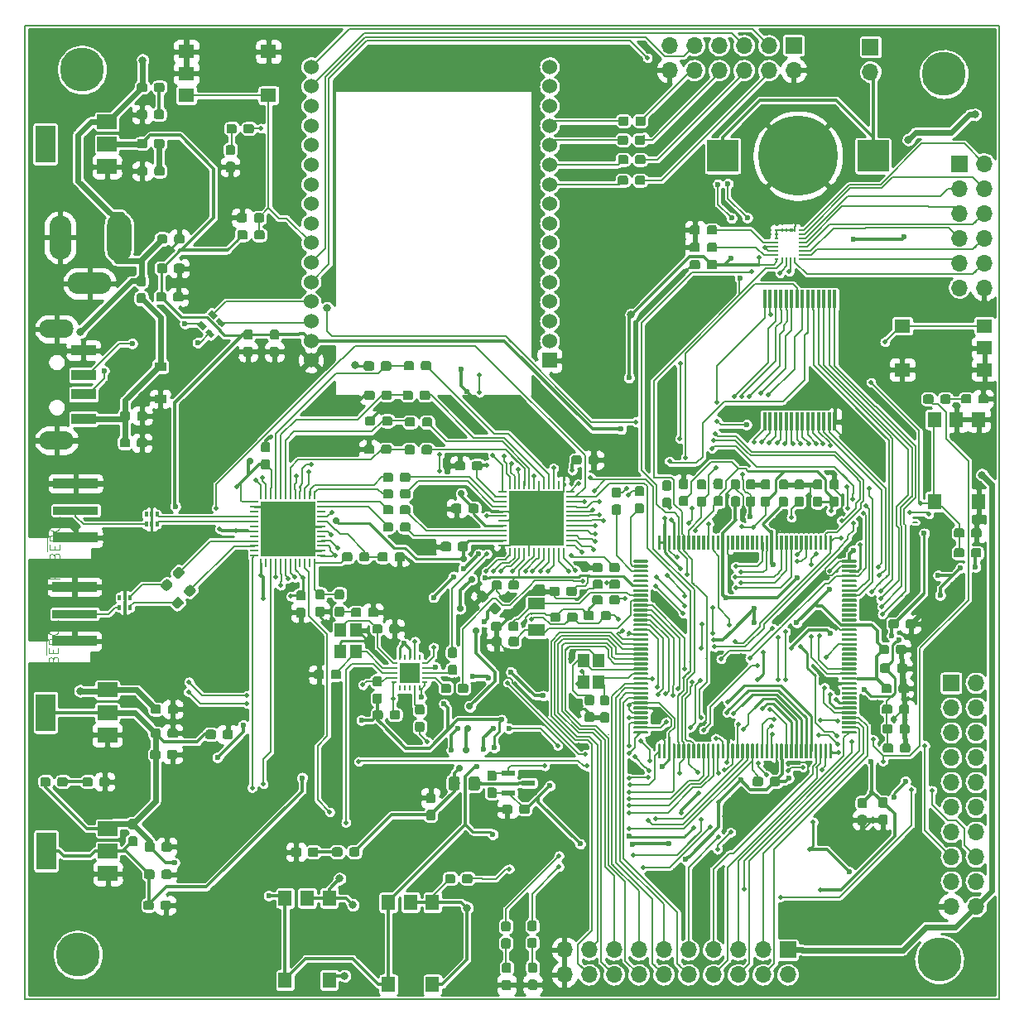
<source format=gtl>
G04 #@! TF.GenerationSoftware,KiCad,Pcbnew,6.0.0-unknown-cbea514~86~ubuntu18.04.1*
G04 #@! TF.CreationDate,2019-07-12T16:47:35-05:00*
G04 #@! TF.ProjectId,power,706f7765-722e-46b6-9963-61645f706362,rev?*
G04 #@! TF.SameCoordinates,Original*
G04 #@! TF.FileFunction,Copper,L1,Top*
G04 #@! TF.FilePolarity,Positive*
%FSLAX46Y46*%
G04 Gerber Fmt 4.6, Leading zero omitted, Abs format (unit mm)*
G04 Created by KiCad (PCBNEW 6.0.0-unknown-cbea514~86~ubuntu18.04.1) date 2019-07-12 16:47:35*
%MOMM*%
%LPD*%
G04 APERTURE LIST*
G04 #@! TA.AperFunction,NonConductor*
%ADD10C,0.150000*%
G04 #@! TD*
%ADD11C,0.050000*%
G04 #@! TA.AperFunction,EtchedComponent*
%ADD12C,0.000100*%
G04 #@! TD*
G04 #@! TA.AperFunction,ComponentPad*
%ADD13O,4.500000X2.250000*%
G04 #@! TD*
G04 #@! TA.AperFunction,ComponentPad*
%ADD14O,2.250000X4.500000*%
G04 #@! TD*
G04 #@! TA.AperFunction,ComponentPad*
%ADD15O,2.500000X5.000000*%
G04 #@! TD*
G04 #@! TA.AperFunction,SMDPad,CuDef*
%ADD16R,2.000000X1.500000*%
G04 #@! TD*
G04 #@! TA.AperFunction,SMDPad,CuDef*
%ADD17R,2.000000X3.800000*%
G04 #@! TD*
G04 #@! TA.AperFunction,Conductor*
%ADD18C,0.150000*%
G04 #@! TD*
G04 #@! TA.AperFunction,SMDPad,CuDef*
%ADD19C,0.950000*%
G04 #@! TD*
G04 #@! TA.AperFunction,SMDPad,CuDef*
%ADD20C,0.300000*%
G04 #@! TD*
G04 #@! TA.AperFunction,ComponentPad*
%ADD21O,1.700000X1.700000*%
G04 #@! TD*
G04 #@! TA.AperFunction,ComponentPad*
%ADD22R,1.700000X1.700000*%
G04 #@! TD*
G04 #@! TA.AperFunction,ComponentPad*
%ADD23C,1.524000*%
G04 #@! TD*
G04 #@! TA.AperFunction,ComponentPad*
%ADD24R,1.524000X1.524000*%
G04 #@! TD*
G04 #@! TA.AperFunction,SMDPad,CuDef*
%ADD25R,5.588000X5.588000*%
G04 #@! TD*
G04 #@! TA.AperFunction,SMDPad,CuDef*
%ADD26R,0.264800X0.807999*%
G04 #@! TD*
G04 #@! TA.AperFunction,SMDPad,CuDef*
%ADD27R,0.807999X0.264800*%
G04 #@! TD*
G04 #@! TA.AperFunction,SMDPad,CuDef*
%ADD28R,1.007999X0.264800*%
G04 #@! TD*
G04 #@! TA.AperFunction,SMDPad,CuDef*
%ADD29R,0.380000X1.870000*%
G04 #@! TD*
G04 #@! TA.AperFunction,SMDPad,CuDef*
%ADD30R,0.264800X0.907999*%
G04 #@! TD*
G04 #@! TA.AperFunction,SMDPad,CuDef*
%ADD31R,1.198880X1.399540*%
G04 #@! TD*
G04 #@! TA.AperFunction,SMDPad,CuDef*
%ADD32R,1.800000X1.200000*%
G04 #@! TD*
G04 #@! TA.AperFunction,SMDPad,CuDef*
%ADD33R,0.260000X0.620000*%
G04 #@! TD*
G04 #@! TA.AperFunction,SMDPad,CuDef*
%ADD34R,0.620000X0.260000*%
G04 #@! TD*
G04 #@! TA.AperFunction,SMDPad,CuDef*
%ADD35R,2.000000X2.000000*%
G04 #@! TD*
G04 #@! TA.AperFunction,SMDPad,CuDef*
%ADD36R,1.397000X1.600200*%
G04 #@! TD*
G04 #@! TA.AperFunction,SMDPad,CuDef*
%ADD37R,1.600200X1.397000*%
G04 #@! TD*
G04 #@! TA.AperFunction,SMDPad,CuDef*
%ADD38R,0.350000X0.230000*%
G04 #@! TD*
G04 #@! TA.AperFunction,SMDPad,CuDef*
%ADD39R,0.230000X0.350000*%
G04 #@! TD*
G04 #@! TA.AperFunction,SMDPad,CuDef*
%ADD40R,0.304800X0.508000*%
G04 #@! TD*
G04 #@! TA.AperFunction,SMDPad,CuDef*
%ADD41R,1.320800X0.558800*%
G04 #@! TD*
G04 #@! TA.AperFunction,SMDPad,CuDef*
%ADD42C,0.558800*%
G04 #@! TD*
G04 #@! TA.AperFunction,SMDPad,CuDef*
%ADD43R,4.560000X0.850000*%
G04 #@! TD*
G04 #@! TA.AperFunction,SMDPad,CuDef*
%ADD44R,4.560000X1.000000*%
G04 #@! TD*
G04 #@! TA.AperFunction,SMDPad,CuDef*
%ADD45R,2.500000X1.100000*%
G04 #@! TD*
G04 #@! TA.AperFunction,ComponentPad*
%ADD46O,3.500000X1.900000*%
G04 #@! TD*
G04 #@! TA.AperFunction,ComponentPad*
%ADD47C,4.500000*%
G04 #@! TD*
G04 #@! TA.AperFunction,SMDPad,CuDef*
%ADD48C,1.150000*%
G04 #@! TD*
G04 #@! TA.AperFunction,SMDPad,CuDef*
%ADD49R,1.200000X0.900000*%
G04 #@! TD*
G04 #@! TA.AperFunction,SMDPad,CuDef*
%ADD50R,3.200000X3.200000*%
G04 #@! TD*
G04 #@! TA.AperFunction,BGAPad,CuDef*
%ADD51C,8.130000*%
G04 #@! TD*
G04 #@! TA.AperFunction,ViaPad*
%ADD52C,0.600000*%
G04 #@! TD*
G04 #@! TA.AperFunction,ViaPad*
%ADD53C,0.800000*%
G04 #@! TD*
G04 #@! TA.AperFunction,ViaPad*
%ADD54C,0.500000*%
G04 #@! TD*
G04 #@! TA.AperFunction,ViaPad*
%ADD55C,0.700000*%
G04 #@! TD*
G04 #@! TA.AperFunction,Conductor*
%ADD56C,0.160000*%
G04 #@! TD*
G04 #@! TA.AperFunction,Conductor*
%ADD57C,0.200000*%
G04 #@! TD*
G04 #@! TA.AperFunction,Conductor*
%ADD58C,0.300000*%
G04 #@! TD*
G04 #@! TA.AperFunction,Conductor*
%ADD59C,0.600000*%
G04 #@! TD*
G04 #@! TA.AperFunction,Conductor*
%ADD60C,0.250000*%
G04 #@! TD*
G04 APERTURE END LIST*
D10*
X51272440Y-114810540D02*
X51272440Y-15240000D01*
X150876000Y-114810540D02*
X51272440Y-114810540D01*
X150876000Y-15240000D02*
X150876000Y-114808000D01*
X51272440Y-15240000D02*
X150876000Y-15240000D01*
G04 #@! TO.C,J8*
D11*
X54670590Y-82419076D02*
X53670590Y-82419076D01*
X53670590Y-82038124D01*
X53718210Y-81942886D01*
X53765829Y-81895267D01*
X53861067Y-81847648D01*
X54003924Y-81847648D01*
X54099162Y-81895267D01*
X54146781Y-81942886D01*
X54194400Y-82038124D01*
X54194400Y-82419076D01*
X54575352Y-80847648D02*
X54622971Y-80895267D01*
X54670590Y-81038124D01*
X54670590Y-81133362D01*
X54622971Y-81276219D01*
X54527733Y-81371457D01*
X54432495Y-81419076D01*
X54242019Y-81466695D01*
X54099162Y-81466695D01*
X53908686Y-81419076D01*
X53813448Y-81371457D01*
X53718210Y-81276219D01*
X53670590Y-81133362D01*
X53670590Y-81038124D01*
X53718210Y-80895267D01*
X53765829Y-80847648D01*
X54146781Y-80085743D02*
X54194400Y-79942886D01*
X54242019Y-79895267D01*
X54337257Y-79847648D01*
X54480114Y-79847648D01*
X54575352Y-79895267D01*
X54622971Y-79942886D01*
X54670590Y-80038124D01*
X54670590Y-80419076D01*
X53670590Y-80419076D01*
X53670590Y-80085743D01*
X53718210Y-79990505D01*
X53765829Y-79942886D01*
X53861067Y-79895267D01*
X53956305Y-79895267D01*
X54051543Y-79942886D01*
X54099162Y-79990505D01*
X54146781Y-80085743D01*
X54146781Y-80419076D01*
X53433210Y-79657171D02*
X53433210Y-78752410D01*
X54146781Y-79419076D02*
X54146781Y-79085743D01*
X54670590Y-78942886D02*
X54670590Y-79419076D01*
X53670590Y-79419076D01*
X53670590Y-78942886D01*
X53433210Y-78752410D02*
X53433210Y-77752410D01*
X54670590Y-78514314D02*
X53670590Y-78514314D01*
X53670590Y-78276219D01*
X53718210Y-78133362D01*
X53813448Y-78038124D01*
X53908686Y-77990505D01*
X54099162Y-77942886D01*
X54242019Y-77942886D01*
X54432495Y-77990505D01*
X54527733Y-78038124D01*
X54622971Y-78133362D01*
X54670590Y-78276219D01*
X54670590Y-78514314D01*
X53433210Y-77752410D02*
X53433210Y-76752410D01*
X53718210Y-76990505D02*
X53670590Y-77085743D01*
X53670590Y-77228600D01*
X53718210Y-77371457D01*
X53813448Y-77466695D01*
X53908686Y-77514314D01*
X54099162Y-77561933D01*
X54242019Y-77561933D01*
X54432495Y-77514314D01*
X54527733Y-77466695D01*
X54622971Y-77371457D01*
X54670590Y-77228600D01*
X54670590Y-77133362D01*
X54622971Y-76990505D01*
X54575352Y-76942886D01*
X54242019Y-76942886D01*
X54242019Y-77133362D01*
X53433210Y-76752410D02*
X53433210Y-75847648D01*
X54146781Y-76514314D02*
X54146781Y-76180981D01*
X54670590Y-76038124D02*
X54670590Y-76514314D01*
X53670590Y-76514314D01*
X53670590Y-76038124D01*
G04 #@! TO.C,J7*
X54777270Y-71836036D02*
X53777270Y-71836036D01*
X53777270Y-71455084D01*
X53824890Y-71359846D01*
X53872509Y-71312227D01*
X53967747Y-71264608D01*
X54110604Y-71264608D01*
X54205842Y-71312227D01*
X54253461Y-71359846D01*
X54301080Y-71455084D01*
X54301080Y-71836036D01*
X54682032Y-70264608D02*
X54729651Y-70312227D01*
X54777270Y-70455084D01*
X54777270Y-70550322D01*
X54729651Y-70693179D01*
X54634413Y-70788417D01*
X54539175Y-70836036D01*
X54348699Y-70883655D01*
X54205842Y-70883655D01*
X54015366Y-70836036D01*
X53920128Y-70788417D01*
X53824890Y-70693179D01*
X53777270Y-70550322D01*
X53777270Y-70455084D01*
X53824890Y-70312227D01*
X53872509Y-70264608D01*
X54253461Y-69502703D02*
X54301080Y-69359846D01*
X54348699Y-69312227D01*
X54443937Y-69264608D01*
X54586794Y-69264608D01*
X54682032Y-69312227D01*
X54729651Y-69359846D01*
X54777270Y-69455084D01*
X54777270Y-69836036D01*
X53777270Y-69836036D01*
X53777270Y-69502703D01*
X53824890Y-69407465D01*
X53872509Y-69359846D01*
X53967747Y-69312227D01*
X54062985Y-69312227D01*
X54158223Y-69359846D01*
X54205842Y-69407465D01*
X54253461Y-69502703D01*
X54253461Y-69836036D01*
X53539890Y-69074131D02*
X53539890Y-68169370D01*
X54253461Y-68836036D02*
X54253461Y-68502703D01*
X54777270Y-68359846D02*
X54777270Y-68836036D01*
X53777270Y-68836036D01*
X53777270Y-68359846D01*
X53539890Y-68169370D02*
X53539890Y-67169370D01*
X54777270Y-67931274D02*
X53777270Y-67931274D01*
X53777270Y-67693179D01*
X53824890Y-67550322D01*
X53920128Y-67455084D01*
X54015366Y-67407465D01*
X54205842Y-67359846D01*
X54348699Y-67359846D01*
X54539175Y-67407465D01*
X54634413Y-67455084D01*
X54729651Y-67550322D01*
X54777270Y-67693179D01*
X54777270Y-67931274D01*
X53539890Y-67169370D02*
X53539890Y-66169370D01*
X53824890Y-66407465D02*
X53777270Y-66502703D01*
X53777270Y-66645560D01*
X53824890Y-66788417D01*
X53920128Y-66883655D01*
X54015366Y-66931274D01*
X54205842Y-66978893D01*
X54348699Y-66978893D01*
X54539175Y-66931274D01*
X54634413Y-66883655D01*
X54729651Y-66788417D01*
X54777270Y-66645560D01*
X54777270Y-66550322D01*
X54729651Y-66407465D01*
X54682032Y-66359846D01*
X54348699Y-66359846D01*
X54348699Y-66550322D01*
X53539890Y-66169370D02*
X53539890Y-65264608D01*
X54253461Y-65931274D02*
X54253461Y-65597941D01*
X54777270Y-65455084D02*
X54777270Y-65931274D01*
X53777270Y-65931274D01*
X53777270Y-65455084D01*
D12*
G04 #@! TO.C,J2*
X60361200Y-35180600D02*
X61361200Y-35180600D01*
X61361200Y-35180600D02*
X61361200Y-38680600D01*
X61361200Y-38680600D02*
X60361200Y-38680600D01*
X60361200Y-38680600D02*
X60361200Y-35180600D01*
X54361200Y-35430600D02*
X55361200Y-35430600D01*
X55361200Y-35430600D02*
X55361200Y-38430600D01*
X55361200Y-38430600D02*
X54361200Y-38430600D01*
X54361200Y-38430600D02*
X54361200Y-35430600D01*
X59361200Y-41130600D02*
X59361200Y-42130600D01*
X59361200Y-42130600D02*
X56361200Y-42130600D01*
X56361200Y-42130600D02*
X56361200Y-41130600D01*
X56361200Y-41130600D02*
X59361200Y-41130600D01*
G04 #@! TD*
D13*
G04 #@! TO.P,J2,3*
G04 #@! TO.N,GND*
X57861200Y-41630600D03*
D14*
G04 #@! TO.P,J2,2*
X54861200Y-36930600D03*
D15*
G04 #@! TO.P,J2,1*
G04 #@! TO.N,VCC_5V*
X60861200Y-36930600D03*
G04 #@! TD*
D16*
G04 #@! TO.P,U3,1*
G04 #@! TO.N,GND*
X59639200Y-29683740D03*
G04 #@! TO.P,U3,3*
G04 #@! TO.N,VCC_5V*
X59639200Y-25083740D03*
G04 #@! TO.P,U3,2*
G04 #@! TO.N,vcc_STM32*
X59639200Y-27383740D03*
D17*
X53339200Y-27383740D03*
G04 #@! TD*
D16*
G04 #@! TO.P,U2,1*
G04 #@! TO.N,GND*
X59723420Y-101987380D03*
G04 #@! TO.P,U2,3*
G04 #@! TO.N,vcc_FPGA*
X59723420Y-97387380D03*
G04 #@! TO.P,U2,2*
G04 #@! TO.N,vcc_core_FPGA*
X59723420Y-99687380D03*
D17*
X53423420Y-99687380D03*
G04 #@! TD*
D16*
G04 #@! TO.P,U1,1*
G04 #@! TO.N,GND*
X59670080Y-87814180D03*
G04 #@! TO.P,U1,3*
G04 #@! TO.N,VCC_5V*
X59670080Y-83214180D03*
G04 #@! TO.P,U1,2*
G04 #@! TO.N,vcc_FPGA*
X59670080Y-85514180D03*
D17*
X53370080Y-85514180D03*
G04 #@! TD*
D18*
G04 #@! TO.N,GND*
G04 #@! TO.C,C68*
G36*
X72385321Y-87298074D02*
G01*
X72465218Y-87356122D01*
X72514597Y-87441649D01*
X72526221Y-87515041D01*
X72526221Y-87990041D01*
X72505688Y-88086641D01*
X72447640Y-88166538D01*
X72362113Y-88215917D01*
X72288721Y-88227541D01*
X71713721Y-88227541D01*
X71617121Y-88207008D01*
X71537224Y-88148960D01*
X71487845Y-88063433D01*
X71476221Y-87990041D01*
X71476221Y-87515041D01*
X71496754Y-87418441D01*
X71554802Y-87338544D01*
X71640329Y-87289165D01*
X71713721Y-87277541D01*
X72288721Y-87277541D01*
X72385321Y-87298074D01*
X72385321Y-87298074D01*
G37*
D19*
G04 #@! TD*
G04 #@! TO.P,C68,2*
G04 #@! TO.N,GND*
X72001221Y-87752541D03*
D18*
G04 #@! TO.N,vcc_FPGA*
G04 #@! TO.C,C68*
G36*
X70635321Y-87298074D02*
G01*
X70715218Y-87356122D01*
X70764597Y-87441649D01*
X70776221Y-87515041D01*
X70776221Y-87990041D01*
X70755688Y-88086641D01*
X70697640Y-88166538D01*
X70612113Y-88215917D01*
X70538721Y-88227541D01*
X69963721Y-88227541D01*
X69867121Y-88207008D01*
X69787224Y-88148960D01*
X69737845Y-88063433D01*
X69726221Y-87990041D01*
X69726221Y-87515041D01*
X69746754Y-87418441D01*
X69804802Y-87338544D01*
X69890329Y-87289165D01*
X69963721Y-87277541D01*
X70538721Y-87277541D01*
X70635321Y-87298074D01*
X70635321Y-87298074D01*
G37*
D19*
G04 #@! TD*
G04 #@! TO.P,C68,1*
G04 #@! TO.N,vcc_FPGA*
X70251221Y-87752541D03*
D18*
G04 #@! TO.N,vcc_STM32*
G04 #@! TO.C,U5*
G36*
X116277033Y-67413467D02*
G01*
X116299000Y-67466500D01*
X116299000Y-68791500D01*
X116277033Y-68844533D01*
X116224000Y-68866500D01*
X116074000Y-68866500D01*
X116020967Y-68844533D01*
X115999000Y-68791500D01*
X115999000Y-67466500D01*
X116020967Y-67413467D01*
X116074000Y-67391500D01*
X116224000Y-67391500D01*
X116277033Y-67413467D01*
X116277033Y-67413467D01*
G37*
D20*
G04 #@! TD*
G04 #@! TO.P,U5,144*
G04 #@! TO.N,vcc_STM32*
X116149000Y-68129000D03*
D18*
G04 #@! TO.N,vcc_STM32*
G04 #@! TO.C,U5*
G36*
X116777033Y-67413467D02*
G01*
X116799000Y-67466500D01*
X116799000Y-68791500D01*
X116777033Y-68844533D01*
X116724000Y-68866500D01*
X116574000Y-68866500D01*
X116520967Y-68844533D01*
X116499000Y-68791500D01*
X116499000Y-67466500D01*
X116520967Y-67413467D01*
X116574000Y-67391500D01*
X116724000Y-67391500D01*
X116777033Y-67413467D01*
X116777033Y-67413467D01*
G37*
D20*
G04 #@! TD*
G04 #@! TO.P,U5,143*
G04 #@! TO.N,vcc_STM32*
X116649000Y-68129000D03*
D18*
G04 #@! TO.N,FMC_BL1*
G04 #@! TO.C,U5*
G36*
X117277033Y-67413467D02*
G01*
X117299000Y-67466500D01*
X117299000Y-68791500D01*
X117277033Y-68844533D01*
X117224000Y-68866500D01*
X117074000Y-68866500D01*
X117020967Y-68844533D01*
X116999000Y-68791500D01*
X116999000Y-67466500D01*
X117020967Y-67413467D01*
X117074000Y-67391500D01*
X117224000Y-67391500D01*
X117277033Y-67413467D01*
X117277033Y-67413467D01*
G37*
D20*
G04 #@! TD*
G04 #@! TO.P,U5,142*
G04 #@! TO.N,FMC_BL1*
X117149000Y-68129000D03*
D18*
G04 #@! TO.N,FMC_BLO*
G04 #@! TO.C,U5*
G36*
X117777033Y-67413467D02*
G01*
X117799000Y-67466500D01*
X117799000Y-68791500D01*
X117777033Y-68844533D01*
X117724000Y-68866500D01*
X117574000Y-68866500D01*
X117520967Y-68844533D01*
X117499000Y-68791500D01*
X117499000Y-67466500D01*
X117520967Y-67413467D01*
X117574000Y-67391500D01*
X117724000Y-67391500D01*
X117777033Y-67413467D01*
X117777033Y-67413467D01*
G37*
D20*
G04 #@! TD*
G04 #@! TO.P,U5,141*
G04 #@! TO.N,FMC_BLO*
X117649000Y-68129000D03*
D18*
G04 #@! TO.N,I2C_SDA*
G04 #@! TO.C,U5*
G36*
X118277033Y-67413467D02*
G01*
X118299000Y-67466500D01*
X118299000Y-68791500D01*
X118277033Y-68844533D01*
X118224000Y-68866500D01*
X118074000Y-68866500D01*
X118020967Y-68844533D01*
X117999000Y-68791500D01*
X117999000Y-67466500D01*
X118020967Y-67413467D01*
X118074000Y-67391500D01*
X118224000Y-67391500D01*
X118277033Y-67413467D01*
X118277033Y-67413467D01*
G37*
D20*
G04 #@! TD*
G04 #@! TO.P,U5,140*
G04 #@! TO.N,I2C_SDA*
X118149000Y-68129000D03*
D18*
G04 #@! TO.N,I2C_SCL*
G04 #@! TO.C,U5*
G36*
X118777033Y-67413467D02*
G01*
X118799000Y-67466500D01*
X118799000Y-68791500D01*
X118777033Y-68844533D01*
X118724000Y-68866500D01*
X118574000Y-68866500D01*
X118520967Y-68844533D01*
X118499000Y-68791500D01*
X118499000Y-67466500D01*
X118520967Y-67413467D01*
X118574000Y-67391500D01*
X118724000Y-67391500D01*
X118777033Y-67413467D01*
X118777033Y-67413467D01*
G37*
D20*
G04 #@! TD*
G04 #@! TO.P,U5,139*
G04 #@! TO.N,I2C_SCL*
X118649000Y-68129000D03*
D18*
G04 #@! TO.N,BOOT0*
G04 #@! TO.C,U5*
G36*
X119277033Y-67413467D02*
G01*
X119299000Y-67466500D01*
X119299000Y-68791500D01*
X119277033Y-68844533D01*
X119224000Y-68866500D01*
X119074000Y-68866500D01*
X119020967Y-68844533D01*
X118999000Y-68791500D01*
X118999000Y-67466500D01*
X119020967Y-67413467D01*
X119074000Y-67391500D01*
X119224000Y-67391500D01*
X119277033Y-67413467D01*
X119277033Y-67413467D01*
G37*
D20*
G04 #@! TD*
G04 #@! TO.P,U5,138*
G04 #@! TO.N,BOOT0*
X119149000Y-68129000D03*
D18*
G04 #@! TO.N,Net-(U5-Pad137)*
G04 #@! TO.C,U5*
G36*
X119777033Y-67413467D02*
G01*
X119799000Y-67466500D01*
X119799000Y-68791500D01*
X119777033Y-68844533D01*
X119724000Y-68866500D01*
X119574000Y-68866500D01*
X119520967Y-68844533D01*
X119499000Y-68791500D01*
X119499000Y-67466500D01*
X119520967Y-67413467D01*
X119574000Y-67391500D01*
X119724000Y-67391500D01*
X119777033Y-67413467D01*
X119777033Y-67413467D01*
G37*
D20*
G04 #@! TD*
G04 #@! TO.P,U5,137*
G04 #@! TO.N,Net-(U5-Pad137)*
X119649000Y-68129000D03*
D18*
G04 #@! TO.N,Net-(U5-Pad136)*
G04 #@! TO.C,U5*
G36*
X120277033Y-67413467D02*
G01*
X120299000Y-67466500D01*
X120299000Y-68791500D01*
X120277033Y-68844533D01*
X120224000Y-68866500D01*
X120074000Y-68866500D01*
X120020967Y-68844533D01*
X119999000Y-68791500D01*
X119999000Y-67466500D01*
X120020967Y-67413467D01*
X120074000Y-67391500D01*
X120224000Y-67391500D01*
X120277033Y-67413467D01*
X120277033Y-67413467D01*
G37*
D20*
G04 #@! TD*
G04 #@! TO.P,U5,136*
G04 #@! TO.N,Net-(U5-Pad136)*
X120149000Y-68129000D03*
D18*
G04 #@! TO.N,Net-(U5-Pad135)*
G04 #@! TO.C,U5*
G36*
X120777033Y-67413467D02*
G01*
X120799000Y-67466500D01*
X120799000Y-68791500D01*
X120777033Y-68844533D01*
X120724000Y-68866500D01*
X120574000Y-68866500D01*
X120520967Y-68844533D01*
X120499000Y-68791500D01*
X120499000Y-67466500D01*
X120520967Y-67413467D01*
X120574000Y-67391500D01*
X120724000Y-67391500D01*
X120777033Y-67413467D01*
X120777033Y-67413467D01*
G37*
D20*
G04 #@! TD*
G04 #@! TO.P,U5,135*
G04 #@! TO.N,Net-(U5-Pad135)*
X120649000Y-68129000D03*
D18*
G04 #@! TO.N,JTRST*
G04 #@! TO.C,U5*
G36*
X121277033Y-67413467D02*
G01*
X121299000Y-67466500D01*
X121299000Y-68791500D01*
X121277033Y-68844533D01*
X121224000Y-68866500D01*
X121074000Y-68866500D01*
X121020967Y-68844533D01*
X120999000Y-68791500D01*
X120999000Y-67466500D01*
X121020967Y-67413467D01*
X121074000Y-67391500D01*
X121224000Y-67391500D01*
X121277033Y-67413467D01*
X121277033Y-67413467D01*
G37*
D20*
G04 #@! TD*
G04 #@! TO.P,U5,134*
G04 #@! TO.N,JTRST*
X121149000Y-68129000D03*
D18*
G04 #@! TO.N,FPGA_JTDO*
G04 #@! TO.C,U5*
G36*
X121777033Y-67413467D02*
G01*
X121799000Y-67466500D01*
X121799000Y-68791500D01*
X121777033Y-68844533D01*
X121724000Y-68866500D01*
X121574000Y-68866500D01*
X121520967Y-68844533D01*
X121499000Y-68791500D01*
X121499000Y-67466500D01*
X121520967Y-67413467D01*
X121574000Y-67391500D01*
X121724000Y-67391500D01*
X121777033Y-67413467D01*
X121777033Y-67413467D01*
G37*
D20*
G04 #@! TD*
G04 #@! TO.P,U5,133*
G04 #@! TO.N,FPGA_JTDO*
X121649000Y-68129000D03*
D18*
G04 #@! TO.N,Net-(U5-Pad132)*
G04 #@! TO.C,U5*
G36*
X122277033Y-67413467D02*
G01*
X122299000Y-67466500D01*
X122299000Y-68791500D01*
X122277033Y-68844533D01*
X122224000Y-68866500D01*
X122074000Y-68866500D01*
X122020967Y-68844533D01*
X121999000Y-68791500D01*
X121999000Y-67466500D01*
X122020967Y-67413467D01*
X122074000Y-67391500D01*
X122224000Y-67391500D01*
X122277033Y-67413467D01*
X122277033Y-67413467D01*
G37*
D20*
G04 #@! TD*
G04 #@! TO.P,U5,132*
G04 #@! TO.N,Net-(U5-Pad132)*
X122149000Y-68129000D03*
D18*
G04 #@! TO.N,vcc_STM32*
G04 #@! TO.C,U5*
G36*
X122777033Y-67413467D02*
G01*
X122799000Y-67466500D01*
X122799000Y-68791500D01*
X122777033Y-68844533D01*
X122724000Y-68866500D01*
X122574000Y-68866500D01*
X122520967Y-68844533D01*
X122499000Y-68791500D01*
X122499000Y-67466500D01*
X122520967Y-67413467D01*
X122574000Y-67391500D01*
X122724000Y-67391500D01*
X122777033Y-67413467D01*
X122777033Y-67413467D01*
G37*
D20*
G04 #@! TD*
G04 #@! TO.P,U5,131*
G04 #@! TO.N,vcc_STM32*
X122649000Y-68129000D03*
D18*
G04 #@! TO.N,GND*
G04 #@! TO.C,U5*
G36*
X123277033Y-67413467D02*
G01*
X123299000Y-67466500D01*
X123299000Y-68791500D01*
X123277033Y-68844533D01*
X123224000Y-68866500D01*
X123074000Y-68866500D01*
X123020967Y-68844533D01*
X122999000Y-68791500D01*
X122999000Y-67466500D01*
X123020967Y-67413467D01*
X123074000Y-67391500D01*
X123224000Y-67391500D01*
X123277033Y-67413467D01*
X123277033Y-67413467D01*
G37*
D20*
G04 #@! TD*
G04 #@! TO.P,U5,130*
G04 #@! TO.N,GND*
X123149000Y-68129000D03*
D18*
G04 #@! TO.N,Net-(U5-Pad129)*
G04 #@! TO.C,U5*
G36*
X123777033Y-67413467D02*
G01*
X123799000Y-67466500D01*
X123799000Y-68791500D01*
X123777033Y-68844533D01*
X123724000Y-68866500D01*
X123574000Y-68866500D01*
X123520967Y-68844533D01*
X123499000Y-68791500D01*
X123499000Y-67466500D01*
X123520967Y-67413467D01*
X123574000Y-67391500D01*
X123724000Y-67391500D01*
X123777033Y-67413467D01*
X123777033Y-67413467D01*
G37*
D20*
G04 #@! TD*
G04 #@! TO.P,U5,129*
G04 #@! TO.N,Net-(U5-Pad129)*
X123649000Y-68129000D03*
D18*
G04 #@! TO.N,Net-(U5-Pad128)*
G04 #@! TO.C,U5*
G36*
X124277033Y-67413467D02*
G01*
X124299000Y-67466500D01*
X124299000Y-68791500D01*
X124277033Y-68844533D01*
X124224000Y-68866500D01*
X124074000Y-68866500D01*
X124020967Y-68844533D01*
X123999000Y-68791500D01*
X123999000Y-67466500D01*
X124020967Y-67413467D01*
X124074000Y-67391500D01*
X124224000Y-67391500D01*
X124277033Y-67413467D01*
X124277033Y-67413467D01*
G37*
D20*
G04 #@! TD*
G04 #@! TO.P,U5,128*
G04 #@! TO.N,Net-(U5-Pad128)*
X124149000Y-68129000D03*
D18*
G04 #@! TO.N,Net-(U5-Pad127)*
G04 #@! TO.C,U5*
G36*
X124777033Y-67413467D02*
G01*
X124799000Y-67466500D01*
X124799000Y-68791500D01*
X124777033Y-68844533D01*
X124724000Y-68866500D01*
X124574000Y-68866500D01*
X124520967Y-68844533D01*
X124499000Y-68791500D01*
X124499000Y-67466500D01*
X124520967Y-67413467D01*
X124574000Y-67391500D01*
X124724000Y-67391500D01*
X124777033Y-67413467D01*
X124777033Y-67413467D01*
G37*
D20*
G04 #@! TD*
G04 #@! TO.P,U5,127*
G04 #@! TO.N,Net-(U5-Pad127)*
X124649000Y-68129000D03*
D18*
G04 #@! TO.N,Net-(U5-Pad126)*
G04 #@! TO.C,U5*
G36*
X125277033Y-67413467D02*
G01*
X125299000Y-67466500D01*
X125299000Y-68791500D01*
X125277033Y-68844533D01*
X125224000Y-68866500D01*
X125074000Y-68866500D01*
X125020967Y-68844533D01*
X124999000Y-68791500D01*
X124999000Y-67466500D01*
X125020967Y-67413467D01*
X125074000Y-67391500D01*
X125224000Y-67391500D01*
X125277033Y-67413467D01*
X125277033Y-67413467D01*
G37*
D20*
G04 #@! TD*
G04 #@! TO.P,U5,126*
G04 #@! TO.N,Net-(U5-Pad126)*
X125149000Y-68129000D03*
D18*
G04 #@! TO.N,Net-(U5-Pad125)*
G04 #@! TO.C,U5*
G36*
X125777033Y-67413467D02*
G01*
X125799000Y-67466500D01*
X125799000Y-68791500D01*
X125777033Y-68844533D01*
X125724000Y-68866500D01*
X125574000Y-68866500D01*
X125520967Y-68844533D01*
X125499000Y-68791500D01*
X125499000Y-67466500D01*
X125520967Y-67413467D01*
X125574000Y-67391500D01*
X125724000Y-67391500D01*
X125777033Y-67413467D01*
X125777033Y-67413467D01*
G37*
D20*
G04 #@! TD*
G04 #@! TO.P,U5,125*
G04 #@! TO.N,Net-(U5-Pad125)*
X125649000Y-68129000D03*
D18*
G04 #@! TO.N,Net-(U5-Pad124)*
G04 #@! TO.C,U5*
G36*
X126277033Y-67413467D02*
G01*
X126299000Y-67466500D01*
X126299000Y-68791500D01*
X126277033Y-68844533D01*
X126224000Y-68866500D01*
X126074000Y-68866500D01*
X126020967Y-68844533D01*
X125999000Y-68791500D01*
X125999000Y-67466500D01*
X126020967Y-67413467D01*
X126074000Y-67391500D01*
X126224000Y-67391500D01*
X126277033Y-67413467D01*
X126277033Y-67413467D01*
G37*
D20*
G04 #@! TD*
G04 #@! TO.P,U5,124*
G04 #@! TO.N,Net-(U5-Pad124)*
X126149000Y-68129000D03*
D18*
G04 #@! TO.N,FMC_NE1*
G04 #@! TO.C,U5*
G36*
X126777033Y-67413467D02*
G01*
X126799000Y-67466500D01*
X126799000Y-68791500D01*
X126777033Y-68844533D01*
X126724000Y-68866500D01*
X126574000Y-68866500D01*
X126520967Y-68844533D01*
X126499000Y-68791500D01*
X126499000Y-67466500D01*
X126520967Y-67413467D01*
X126574000Y-67391500D01*
X126724000Y-67391500D01*
X126777033Y-67413467D01*
X126777033Y-67413467D01*
G37*
D20*
G04 #@! TD*
G04 #@! TO.P,U5,123*
G04 #@! TO.N,FMC_NE1*
X126649000Y-68129000D03*
D18*
G04 #@! TO.N,FMC_NWAIT*
G04 #@! TO.C,U5*
G36*
X127277033Y-67413467D02*
G01*
X127299000Y-67466500D01*
X127299000Y-68791500D01*
X127277033Y-68844533D01*
X127224000Y-68866500D01*
X127074000Y-68866500D01*
X127020967Y-68844533D01*
X126999000Y-68791500D01*
X126999000Y-67466500D01*
X127020967Y-67413467D01*
X127074000Y-67391500D01*
X127224000Y-67391500D01*
X127277033Y-67413467D01*
X127277033Y-67413467D01*
G37*
D20*
G04 #@! TD*
G04 #@! TO.P,U5,122*
G04 #@! TO.N,FMC_NWAIT*
X127149000Y-68129000D03*
D18*
G04 #@! TO.N,vcc_STM32*
G04 #@! TO.C,U5*
G36*
X127777033Y-67413467D02*
G01*
X127799000Y-67466500D01*
X127799000Y-68791500D01*
X127777033Y-68844533D01*
X127724000Y-68866500D01*
X127574000Y-68866500D01*
X127520967Y-68844533D01*
X127499000Y-68791500D01*
X127499000Y-67466500D01*
X127520967Y-67413467D01*
X127574000Y-67391500D01*
X127724000Y-67391500D01*
X127777033Y-67413467D01*
X127777033Y-67413467D01*
G37*
D20*
G04 #@! TD*
G04 #@! TO.P,U5,121*
G04 #@! TO.N,vcc_STM32*
X127649000Y-68129000D03*
D18*
G04 #@! TO.N,GND*
G04 #@! TO.C,U5*
G36*
X128277033Y-67413467D02*
G01*
X128299000Y-67466500D01*
X128299000Y-68791500D01*
X128277033Y-68844533D01*
X128224000Y-68866500D01*
X128074000Y-68866500D01*
X128020967Y-68844533D01*
X127999000Y-68791500D01*
X127999000Y-67466500D01*
X128020967Y-67413467D01*
X128074000Y-67391500D01*
X128224000Y-67391500D01*
X128277033Y-67413467D01*
X128277033Y-67413467D01*
G37*
D20*
G04 #@! TD*
G04 #@! TO.P,U5,120*
G04 #@! TO.N,GND*
X128149000Y-68129000D03*
D18*
G04 #@! TO.N,FMC_NWE*
G04 #@! TO.C,U5*
G36*
X128777033Y-67413467D02*
G01*
X128799000Y-67466500D01*
X128799000Y-68791500D01*
X128777033Y-68844533D01*
X128724000Y-68866500D01*
X128574000Y-68866500D01*
X128520967Y-68844533D01*
X128499000Y-68791500D01*
X128499000Y-67466500D01*
X128520967Y-67413467D01*
X128574000Y-67391500D01*
X128724000Y-67391500D01*
X128777033Y-67413467D01*
X128777033Y-67413467D01*
G37*
D20*
G04 #@! TD*
G04 #@! TO.P,U5,119*
G04 #@! TO.N,FMC_NWE*
X128649000Y-68129000D03*
D18*
G04 #@! TO.N,FMC_NOE*
G04 #@! TO.C,U5*
G36*
X129277033Y-67413467D02*
G01*
X129299000Y-67466500D01*
X129299000Y-68791500D01*
X129277033Y-68844533D01*
X129224000Y-68866500D01*
X129074000Y-68866500D01*
X129020967Y-68844533D01*
X128999000Y-68791500D01*
X128999000Y-67466500D01*
X129020967Y-67413467D01*
X129074000Y-67391500D01*
X129224000Y-67391500D01*
X129277033Y-67413467D01*
X129277033Y-67413467D01*
G37*
D20*
G04 #@! TD*
G04 #@! TO.P,U5,118*
G04 #@! TO.N,FMC_NOE*
X129149000Y-68129000D03*
D18*
G04 #@! TO.N,FMC_CLK*
G04 #@! TO.C,U5*
G36*
X129777033Y-67413467D02*
G01*
X129799000Y-67466500D01*
X129799000Y-68791500D01*
X129777033Y-68844533D01*
X129724000Y-68866500D01*
X129574000Y-68866500D01*
X129520967Y-68844533D01*
X129499000Y-68791500D01*
X129499000Y-67466500D01*
X129520967Y-67413467D01*
X129574000Y-67391500D01*
X129724000Y-67391500D01*
X129777033Y-67413467D01*
X129777033Y-67413467D01*
G37*
D20*
G04 #@! TD*
G04 #@! TO.P,U5,117*
G04 #@! TO.N,FMC_CLK*
X129649000Y-68129000D03*
D18*
G04 #@! TO.N,Net-(U5-Pad116)*
G04 #@! TO.C,U5*
G36*
X130277033Y-67413467D02*
G01*
X130299000Y-67466500D01*
X130299000Y-68791500D01*
X130277033Y-68844533D01*
X130224000Y-68866500D01*
X130074000Y-68866500D01*
X130020967Y-68844533D01*
X129999000Y-68791500D01*
X129999000Y-67466500D01*
X130020967Y-67413467D01*
X130074000Y-67391500D01*
X130224000Y-67391500D01*
X130277033Y-67413467D01*
X130277033Y-67413467D01*
G37*
D20*
G04 #@! TD*
G04 #@! TO.P,U5,116*
G04 #@! TO.N,Net-(U5-Pad116)*
X130149000Y-68129000D03*
D18*
G04 #@! TO.N,FMC_D3*
G04 #@! TO.C,U5*
G36*
X130777033Y-67413467D02*
G01*
X130799000Y-67466500D01*
X130799000Y-68791500D01*
X130777033Y-68844533D01*
X130724000Y-68866500D01*
X130574000Y-68866500D01*
X130520967Y-68844533D01*
X130499000Y-68791500D01*
X130499000Y-67466500D01*
X130520967Y-67413467D01*
X130574000Y-67391500D01*
X130724000Y-67391500D01*
X130777033Y-67413467D01*
X130777033Y-67413467D01*
G37*
D20*
G04 #@! TD*
G04 #@! TO.P,U5,115*
G04 #@! TO.N,FMC_D3*
X130649000Y-68129000D03*
D18*
G04 #@! TO.N,FMC_D2*
G04 #@! TO.C,U5*
G36*
X131277033Y-67413467D02*
G01*
X131299000Y-67466500D01*
X131299000Y-68791500D01*
X131277033Y-68844533D01*
X131224000Y-68866500D01*
X131074000Y-68866500D01*
X131020967Y-68844533D01*
X130999000Y-68791500D01*
X130999000Y-67466500D01*
X131020967Y-67413467D01*
X131074000Y-67391500D01*
X131224000Y-67391500D01*
X131277033Y-67413467D01*
X131277033Y-67413467D01*
G37*
D20*
G04 #@! TD*
G04 #@! TO.P,U5,114*
G04 #@! TO.N,FMC_D2*
X131149000Y-68129000D03*
D18*
G04 #@! TO.N,Net-(U5-Pad113)*
G04 #@! TO.C,U5*
G36*
X131777033Y-67413467D02*
G01*
X131799000Y-67466500D01*
X131799000Y-68791500D01*
X131777033Y-68844533D01*
X131724000Y-68866500D01*
X131574000Y-68866500D01*
X131520967Y-68844533D01*
X131499000Y-68791500D01*
X131499000Y-67466500D01*
X131520967Y-67413467D01*
X131574000Y-67391500D01*
X131724000Y-67391500D01*
X131777033Y-67413467D01*
X131777033Y-67413467D01*
G37*
D20*
G04 #@! TD*
G04 #@! TO.P,U5,113*
G04 #@! TO.N,Net-(U5-Pad113)*
X131649000Y-68129000D03*
D18*
G04 #@! TO.N,Net-(U5-Pad112)*
G04 #@! TO.C,U5*
G36*
X132277033Y-67413467D02*
G01*
X132299000Y-67466500D01*
X132299000Y-68791500D01*
X132277033Y-68844533D01*
X132224000Y-68866500D01*
X132074000Y-68866500D01*
X132020967Y-68844533D01*
X131999000Y-68791500D01*
X131999000Y-67466500D01*
X132020967Y-67413467D01*
X132074000Y-67391500D01*
X132224000Y-67391500D01*
X132277033Y-67413467D01*
X132277033Y-67413467D01*
G37*
D20*
G04 #@! TD*
G04 #@! TO.P,U5,112*
G04 #@! TO.N,Net-(U5-Pad112)*
X132149000Y-68129000D03*
D18*
G04 #@! TO.N,Net-(U5-Pad111)*
G04 #@! TO.C,U5*
G36*
X132777033Y-67413467D02*
G01*
X132799000Y-67466500D01*
X132799000Y-68791500D01*
X132777033Y-68844533D01*
X132724000Y-68866500D01*
X132574000Y-68866500D01*
X132520967Y-68844533D01*
X132499000Y-68791500D01*
X132499000Y-67466500D01*
X132520967Y-67413467D01*
X132574000Y-67391500D01*
X132724000Y-67391500D01*
X132777033Y-67413467D01*
X132777033Y-67413467D01*
G37*
D20*
G04 #@! TD*
G04 #@! TO.P,U5,111*
G04 #@! TO.N,Net-(U5-Pad111)*
X132649000Y-68129000D03*
D18*
G04 #@! TO.N,JTDO*
G04 #@! TO.C,U5*
G36*
X133277033Y-67413467D02*
G01*
X133299000Y-67466500D01*
X133299000Y-68791500D01*
X133277033Y-68844533D01*
X133224000Y-68866500D01*
X133074000Y-68866500D01*
X133020967Y-68844533D01*
X132999000Y-68791500D01*
X132999000Y-67466500D01*
X133020967Y-67413467D01*
X133074000Y-67391500D01*
X133224000Y-67391500D01*
X133277033Y-67413467D01*
X133277033Y-67413467D01*
G37*
D20*
G04 #@! TD*
G04 #@! TO.P,U5,110*
G04 #@! TO.N,JTDO*
X133149000Y-68129000D03*
D18*
G04 #@! TO.N,JTCK*
G04 #@! TO.C,U5*
G36*
X133777033Y-67413467D02*
G01*
X133799000Y-67466500D01*
X133799000Y-68791500D01*
X133777033Y-68844533D01*
X133724000Y-68866500D01*
X133574000Y-68866500D01*
X133520967Y-68844533D01*
X133499000Y-68791500D01*
X133499000Y-67466500D01*
X133520967Y-67413467D01*
X133574000Y-67391500D01*
X133724000Y-67391500D01*
X133777033Y-67413467D01*
X133777033Y-67413467D01*
G37*
D20*
G04 #@! TD*
G04 #@! TO.P,U5,109*
G04 #@! TO.N,JTCK*
X133649000Y-68129000D03*
D18*
G04 #@! TO.N,vcc_STM32*
G04 #@! TO.C,U5*
G36*
X136277033Y-69913467D02*
G01*
X136299000Y-69966500D01*
X136299000Y-70116500D01*
X136277033Y-70169533D01*
X136224000Y-70191500D01*
X134899000Y-70191500D01*
X134845967Y-70169533D01*
X134824000Y-70116500D01*
X134824000Y-69966500D01*
X134845967Y-69913467D01*
X134899000Y-69891500D01*
X136224000Y-69891500D01*
X136277033Y-69913467D01*
X136277033Y-69913467D01*
G37*
D20*
G04 #@! TD*
G04 #@! TO.P,U5,108*
G04 #@! TO.N,vcc_STM32*
X135561500Y-70041500D03*
D18*
G04 #@! TO.N,GND*
G04 #@! TO.C,U5*
G36*
X136277033Y-70413467D02*
G01*
X136299000Y-70466500D01*
X136299000Y-70616500D01*
X136277033Y-70669533D01*
X136224000Y-70691500D01*
X134899000Y-70691500D01*
X134845967Y-70669533D01*
X134824000Y-70616500D01*
X134824000Y-70466500D01*
X134845967Y-70413467D01*
X134899000Y-70391500D01*
X136224000Y-70391500D01*
X136277033Y-70413467D01*
X136277033Y-70413467D01*
G37*
D20*
G04 #@! TD*
G04 #@! TO.P,U5,107*
G04 #@! TO.N,GND*
X135561500Y-70541500D03*
D18*
G04 #@! TO.N,Net-(C15-Pad1)*
G04 #@! TO.C,U5*
G36*
X136277033Y-70913467D02*
G01*
X136299000Y-70966500D01*
X136299000Y-71116500D01*
X136277033Y-71169533D01*
X136224000Y-71191500D01*
X134899000Y-71191500D01*
X134845967Y-71169533D01*
X134824000Y-71116500D01*
X134824000Y-70966500D01*
X134845967Y-70913467D01*
X134899000Y-70891500D01*
X136224000Y-70891500D01*
X136277033Y-70913467D01*
X136277033Y-70913467D01*
G37*
D20*
G04 #@! TD*
G04 #@! TO.P,U5,106*
G04 #@! TO.N,Net-(C15-Pad1)*
X135561500Y-71041500D03*
D18*
G04 #@! TO.N,JTMS*
G04 #@! TO.C,U5*
G36*
X136277033Y-71413467D02*
G01*
X136299000Y-71466500D01*
X136299000Y-71616500D01*
X136277033Y-71669533D01*
X136224000Y-71691500D01*
X134899000Y-71691500D01*
X134845967Y-71669533D01*
X134824000Y-71616500D01*
X134824000Y-71466500D01*
X134845967Y-71413467D01*
X134899000Y-71391500D01*
X136224000Y-71391500D01*
X136277033Y-71413467D01*
X136277033Y-71413467D01*
G37*
D20*
G04 #@! TD*
G04 #@! TO.P,U5,105*
G04 #@! TO.N,JTMS*
X135561500Y-71541500D03*
D18*
G04 #@! TO.N,Net-(U5-Pad104)*
G04 #@! TO.C,U5*
G36*
X136277033Y-71913467D02*
G01*
X136299000Y-71966500D01*
X136299000Y-72116500D01*
X136277033Y-72169533D01*
X136224000Y-72191500D01*
X134899000Y-72191500D01*
X134845967Y-72169533D01*
X134824000Y-72116500D01*
X134824000Y-71966500D01*
X134845967Y-71913467D01*
X134899000Y-71891500D01*
X136224000Y-71891500D01*
X136277033Y-71913467D01*
X136277033Y-71913467D01*
G37*
D20*
G04 #@! TD*
G04 #@! TO.P,U5,104*
G04 #@! TO.N,Net-(U5-Pad104)*
X135561500Y-72041500D03*
D18*
G04 #@! TO.N,Net-(U5-Pad103)*
G04 #@! TO.C,U5*
G36*
X136277033Y-72413467D02*
G01*
X136299000Y-72466500D01*
X136299000Y-72616500D01*
X136277033Y-72669533D01*
X136224000Y-72691500D01*
X134899000Y-72691500D01*
X134845967Y-72669533D01*
X134824000Y-72616500D01*
X134824000Y-72466500D01*
X134845967Y-72413467D01*
X134899000Y-72391500D01*
X136224000Y-72391500D01*
X136277033Y-72413467D01*
X136277033Y-72413467D01*
G37*
D20*
G04 #@! TD*
G04 #@! TO.P,U5,103*
G04 #@! TO.N,Net-(U5-Pad103)*
X135561500Y-72541500D03*
D18*
G04 #@! TO.N,USART_RX*
G04 #@! TO.C,U5*
G36*
X136277033Y-72913467D02*
G01*
X136299000Y-72966500D01*
X136299000Y-73116500D01*
X136277033Y-73169533D01*
X136224000Y-73191500D01*
X134899000Y-73191500D01*
X134845967Y-73169533D01*
X134824000Y-73116500D01*
X134824000Y-72966500D01*
X134845967Y-72913467D01*
X134899000Y-72891500D01*
X136224000Y-72891500D01*
X136277033Y-72913467D01*
X136277033Y-72913467D01*
G37*
D20*
G04 #@! TD*
G04 #@! TO.P,U5,102*
G04 #@! TO.N,USART_RX*
X135561500Y-73041500D03*
D18*
G04 #@! TO.N,USART_TX*
G04 #@! TO.C,U5*
G36*
X136277033Y-73413467D02*
G01*
X136299000Y-73466500D01*
X136299000Y-73616500D01*
X136277033Y-73669533D01*
X136224000Y-73691500D01*
X134899000Y-73691500D01*
X134845967Y-73669533D01*
X134824000Y-73616500D01*
X134824000Y-73466500D01*
X134845967Y-73413467D01*
X134899000Y-73391500D01*
X136224000Y-73391500D01*
X136277033Y-73413467D01*
X136277033Y-73413467D01*
G37*
D20*
G04 #@! TD*
G04 #@! TO.P,U5,101*
G04 #@! TO.N,USART_TX*
X135561500Y-73541500D03*
D18*
G04 #@! TO.N,Net-(U5-Pad100)*
G04 #@! TO.C,U5*
G36*
X136277033Y-73913467D02*
G01*
X136299000Y-73966500D01*
X136299000Y-74116500D01*
X136277033Y-74169533D01*
X136224000Y-74191500D01*
X134899000Y-74191500D01*
X134845967Y-74169533D01*
X134824000Y-74116500D01*
X134824000Y-73966500D01*
X134845967Y-73913467D01*
X134899000Y-73891500D01*
X136224000Y-73891500D01*
X136277033Y-73913467D01*
X136277033Y-73913467D01*
G37*
D20*
G04 #@! TD*
G04 #@! TO.P,U5,100*
G04 #@! TO.N,Net-(U5-Pad100)*
X135561500Y-74041500D03*
D18*
G04 #@! TO.N,Net-(U5-Pad99)*
G04 #@! TO.C,U5*
G36*
X136277033Y-74413467D02*
G01*
X136299000Y-74466500D01*
X136299000Y-74616500D01*
X136277033Y-74669533D01*
X136224000Y-74691500D01*
X134899000Y-74691500D01*
X134845967Y-74669533D01*
X134824000Y-74616500D01*
X134824000Y-74466500D01*
X134845967Y-74413467D01*
X134899000Y-74391500D01*
X136224000Y-74391500D01*
X136277033Y-74413467D01*
X136277033Y-74413467D01*
G37*
D20*
G04 #@! TD*
G04 #@! TO.P,U5,99*
G04 #@! TO.N,Net-(U5-Pad99)*
X135561500Y-74541500D03*
D18*
G04 #@! TO.N,Net-(U5-Pad98)*
G04 #@! TO.C,U5*
G36*
X136277033Y-74913467D02*
G01*
X136299000Y-74966500D01*
X136299000Y-75116500D01*
X136277033Y-75169533D01*
X136224000Y-75191500D01*
X134899000Y-75191500D01*
X134845967Y-75169533D01*
X134824000Y-75116500D01*
X134824000Y-74966500D01*
X134845967Y-74913467D01*
X134899000Y-74891500D01*
X136224000Y-74891500D01*
X136277033Y-74913467D01*
X136277033Y-74913467D01*
G37*
D20*
G04 #@! TD*
G04 #@! TO.P,U5,98*
G04 #@! TO.N,Net-(U5-Pad98)*
X135561500Y-75041500D03*
D18*
G04 #@! TO.N,Net-(U5-Pad97)*
G04 #@! TO.C,U5*
G36*
X136277033Y-75413467D02*
G01*
X136299000Y-75466500D01*
X136299000Y-75616500D01*
X136277033Y-75669533D01*
X136224000Y-75691500D01*
X134899000Y-75691500D01*
X134845967Y-75669533D01*
X134824000Y-75616500D01*
X134824000Y-75466500D01*
X134845967Y-75413467D01*
X134899000Y-75391500D01*
X136224000Y-75391500D01*
X136277033Y-75413467D01*
X136277033Y-75413467D01*
G37*
D20*
G04 #@! TD*
G04 #@! TO.P,U5,97*
G04 #@! TO.N,Net-(U5-Pad97)*
X135561500Y-75541500D03*
D18*
G04 #@! TO.N,Net-(U5-Pad96)*
G04 #@! TO.C,U5*
G36*
X136277033Y-75913467D02*
G01*
X136299000Y-75966500D01*
X136299000Y-76116500D01*
X136277033Y-76169533D01*
X136224000Y-76191500D01*
X134899000Y-76191500D01*
X134845967Y-76169533D01*
X134824000Y-76116500D01*
X134824000Y-75966500D01*
X134845967Y-75913467D01*
X134899000Y-75891500D01*
X136224000Y-75891500D01*
X136277033Y-75913467D01*
X136277033Y-75913467D01*
G37*
D20*
G04 #@! TD*
G04 #@! TO.P,U5,96*
G04 #@! TO.N,Net-(U5-Pad96)*
X135561500Y-76041500D03*
D18*
G04 #@! TO.N,vcc_STM32*
G04 #@! TO.C,U5*
G36*
X136277033Y-76413467D02*
G01*
X136299000Y-76466500D01*
X136299000Y-76616500D01*
X136277033Y-76669533D01*
X136224000Y-76691500D01*
X134899000Y-76691500D01*
X134845967Y-76669533D01*
X134824000Y-76616500D01*
X134824000Y-76466500D01*
X134845967Y-76413467D01*
X134899000Y-76391500D01*
X136224000Y-76391500D01*
X136277033Y-76413467D01*
X136277033Y-76413467D01*
G37*
D20*
G04 #@! TD*
G04 #@! TO.P,U5,95*
G04 #@! TO.N,vcc_STM32*
X135561500Y-76541500D03*
D18*
G04 #@! TO.N,GND*
G04 #@! TO.C,U5*
G36*
X136277033Y-76913467D02*
G01*
X136299000Y-76966500D01*
X136299000Y-77116500D01*
X136277033Y-77169533D01*
X136224000Y-77191500D01*
X134899000Y-77191500D01*
X134845967Y-77169533D01*
X134824000Y-77116500D01*
X134824000Y-76966500D01*
X134845967Y-76913467D01*
X134899000Y-76891500D01*
X136224000Y-76891500D01*
X136277033Y-76913467D01*
X136277033Y-76913467D01*
G37*
D20*
G04 #@! TD*
G04 #@! TO.P,U5,94*
G04 #@! TO.N,GND*
X135561500Y-77041500D03*
D18*
G04 #@! TO.N,Net-(U5-Pad93)*
G04 #@! TO.C,U5*
G36*
X136277033Y-77413467D02*
G01*
X136299000Y-77466500D01*
X136299000Y-77616500D01*
X136277033Y-77669533D01*
X136224000Y-77691500D01*
X134899000Y-77691500D01*
X134845967Y-77669533D01*
X134824000Y-77616500D01*
X134824000Y-77466500D01*
X134845967Y-77413467D01*
X134899000Y-77391500D01*
X136224000Y-77391500D01*
X136277033Y-77413467D01*
X136277033Y-77413467D01*
G37*
D20*
G04 #@! TD*
G04 #@! TO.P,U5,93*
G04 #@! TO.N,Net-(U5-Pad93)*
X135561500Y-77541500D03*
D18*
G04 #@! TO.N,Net-(U5-Pad92)*
G04 #@! TO.C,U5*
G36*
X136277033Y-77913467D02*
G01*
X136299000Y-77966500D01*
X136299000Y-78116500D01*
X136277033Y-78169533D01*
X136224000Y-78191500D01*
X134899000Y-78191500D01*
X134845967Y-78169533D01*
X134824000Y-78116500D01*
X134824000Y-77966500D01*
X134845967Y-77913467D01*
X134899000Y-77891500D01*
X136224000Y-77891500D01*
X136277033Y-77913467D01*
X136277033Y-77913467D01*
G37*
D20*
G04 #@! TD*
G04 #@! TO.P,U5,92*
G04 #@! TO.N,Net-(U5-Pad92)*
X135561500Y-78041500D03*
D18*
G04 #@! TO.N,FMC_N_DOUT*
G04 #@! TO.C,U5*
G36*
X136277033Y-78413467D02*
G01*
X136299000Y-78466500D01*
X136299000Y-78616500D01*
X136277033Y-78669533D01*
X136224000Y-78691500D01*
X134899000Y-78691500D01*
X134845967Y-78669533D01*
X134824000Y-78616500D01*
X134824000Y-78466500D01*
X134845967Y-78413467D01*
X134899000Y-78391500D01*
X136224000Y-78391500D01*
X136277033Y-78413467D01*
X136277033Y-78413467D01*
G37*
D20*
G04 #@! TD*
G04 #@! TO.P,U5,91*
G04 #@! TO.N,FMC_N_DOUT*
X135561500Y-78541500D03*
D18*
G04 #@! TO.N,Net-(U5-Pad90)*
G04 #@! TO.C,U5*
G36*
X136277033Y-78913467D02*
G01*
X136299000Y-78966500D01*
X136299000Y-79116500D01*
X136277033Y-79169533D01*
X136224000Y-79191500D01*
X134899000Y-79191500D01*
X134845967Y-79169533D01*
X134824000Y-79116500D01*
X134824000Y-78966500D01*
X134845967Y-78913467D01*
X134899000Y-78891500D01*
X136224000Y-78891500D01*
X136277033Y-78913467D01*
X136277033Y-78913467D01*
G37*
D20*
G04 #@! TD*
G04 #@! TO.P,U5,90*
G04 #@! TO.N,Net-(U5-Pad90)*
X135561500Y-79041500D03*
D18*
G04 #@! TO.N,Net-(U5-Pad89)*
G04 #@! TO.C,U5*
G36*
X136277033Y-79413467D02*
G01*
X136299000Y-79466500D01*
X136299000Y-79616500D01*
X136277033Y-79669533D01*
X136224000Y-79691500D01*
X134899000Y-79691500D01*
X134845967Y-79669533D01*
X134824000Y-79616500D01*
X134824000Y-79466500D01*
X134845967Y-79413467D01*
X134899000Y-79391500D01*
X136224000Y-79391500D01*
X136277033Y-79413467D01*
X136277033Y-79413467D01*
G37*
D20*
G04 #@! TD*
G04 #@! TO.P,U5,89*
G04 #@! TO.N,Net-(U5-Pad89)*
X135561500Y-79541500D03*
D18*
G04 #@! TO.N,Net-(U5-Pad88)*
G04 #@! TO.C,U5*
G36*
X136277033Y-79913467D02*
G01*
X136299000Y-79966500D01*
X136299000Y-80116500D01*
X136277033Y-80169533D01*
X136224000Y-80191500D01*
X134899000Y-80191500D01*
X134845967Y-80169533D01*
X134824000Y-80116500D01*
X134824000Y-79966500D01*
X134845967Y-79913467D01*
X134899000Y-79891500D01*
X136224000Y-79891500D01*
X136277033Y-79913467D01*
X136277033Y-79913467D01*
G37*
D20*
G04 #@! TD*
G04 #@! TO.P,U5,88*
G04 #@! TO.N,Net-(U5-Pad88)*
X135561500Y-80041500D03*
D18*
G04 #@! TO.N,Net-(U5-Pad87)*
G04 #@! TO.C,U5*
G36*
X136277033Y-80413467D02*
G01*
X136299000Y-80466500D01*
X136299000Y-80616500D01*
X136277033Y-80669533D01*
X136224000Y-80691500D01*
X134899000Y-80691500D01*
X134845967Y-80669533D01*
X134824000Y-80616500D01*
X134824000Y-80466500D01*
X134845967Y-80413467D01*
X134899000Y-80391500D01*
X136224000Y-80391500D01*
X136277033Y-80413467D01*
X136277033Y-80413467D01*
G37*
D20*
G04 #@! TD*
G04 #@! TO.P,U5,87*
G04 #@! TO.N,Net-(U5-Pad87)*
X135561500Y-80541500D03*
D18*
G04 #@! TO.N,FMC_D1*
G04 #@! TO.C,U5*
G36*
X136277033Y-80913467D02*
G01*
X136299000Y-80966500D01*
X136299000Y-81116500D01*
X136277033Y-81169533D01*
X136224000Y-81191500D01*
X134899000Y-81191500D01*
X134845967Y-81169533D01*
X134824000Y-81116500D01*
X134824000Y-80966500D01*
X134845967Y-80913467D01*
X134899000Y-80891500D01*
X136224000Y-80891500D01*
X136277033Y-80913467D01*
X136277033Y-80913467D01*
G37*
D20*
G04 #@! TD*
G04 #@! TO.P,U5,86*
G04 #@! TO.N,FMC_D1*
X135561500Y-81041500D03*
D18*
G04 #@! TO.N,FMC_D0*
G04 #@! TO.C,U5*
G36*
X136277033Y-81413467D02*
G01*
X136299000Y-81466500D01*
X136299000Y-81616500D01*
X136277033Y-81669533D01*
X136224000Y-81691500D01*
X134899000Y-81691500D01*
X134845967Y-81669533D01*
X134824000Y-81616500D01*
X134824000Y-81466500D01*
X134845967Y-81413467D01*
X134899000Y-81391500D01*
X136224000Y-81391500D01*
X136277033Y-81413467D01*
X136277033Y-81413467D01*
G37*
D20*
G04 #@! TD*
G04 #@! TO.P,U5,85*
G04 #@! TO.N,FMC_D0*
X135561500Y-81541500D03*
D18*
G04 #@! TO.N,vcc_STM32*
G04 #@! TO.C,U5*
G36*
X136277033Y-81913467D02*
G01*
X136299000Y-81966500D01*
X136299000Y-82116500D01*
X136277033Y-82169533D01*
X136224000Y-82191500D01*
X134899000Y-82191500D01*
X134845967Y-82169533D01*
X134824000Y-82116500D01*
X134824000Y-81966500D01*
X134845967Y-81913467D01*
X134899000Y-81891500D01*
X136224000Y-81891500D01*
X136277033Y-81913467D01*
X136277033Y-81913467D01*
G37*
D20*
G04 #@! TD*
G04 #@! TO.P,U5,84*
G04 #@! TO.N,vcc_STM32*
X135561500Y-82041500D03*
D18*
G04 #@! TO.N,GND*
G04 #@! TO.C,U5*
G36*
X136277033Y-82413467D02*
G01*
X136299000Y-82466500D01*
X136299000Y-82616500D01*
X136277033Y-82669533D01*
X136224000Y-82691500D01*
X134899000Y-82691500D01*
X134845967Y-82669533D01*
X134824000Y-82616500D01*
X134824000Y-82466500D01*
X134845967Y-82413467D01*
X134899000Y-82391500D01*
X136224000Y-82391500D01*
X136277033Y-82413467D01*
X136277033Y-82413467D01*
G37*
D20*
G04 #@! TD*
G04 #@! TO.P,U5,83*
G04 #@! TO.N,GND*
X135561500Y-82541500D03*
D18*
G04 #@! TO.N,Net-(U5-Pad82)*
G04 #@! TO.C,U5*
G36*
X136277033Y-82913467D02*
G01*
X136299000Y-82966500D01*
X136299000Y-83116500D01*
X136277033Y-83169533D01*
X136224000Y-83191500D01*
X134899000Y-83191500D01*
X134845967Y-83169533D01*
X134824000Y-83116500D01*
X134824000Y-82966500D01*
X134845967Y-82913467D01*
X134899000Y-82891500D01*
X136224000Y-82891500D01*
X136277033Y-82913467D01*
X136277033Y-82913467D01*
G37*
D20*
G04 #@! TD*
G04 #@! TO.P,U5,82*
G04 #@! TO.N,Net-(U5-Pad82)*
X135561500Y-83041500D03*
D18*
G04 #@! TO.N,Net-(U5-Pad81)*
G04 #@! TO.C,U5*
G36*
X136277033Y-83413467D02*
G01*
X136299000Y-83466500D01*
X136299000Y-83616500D01*
X136277033Y-83669533D01*
X136224000Y-83691500D01*
X134899000Y-83691500D01*
X134845967Y-83669533D01*
X134824000Y-83616500D01*
X134824000Y-83466500D01*
X134845967Y-83413467D01*
X134899000Y-83391500D01*
X136224000Y-83391500D01*
X136277033Y-83413467D01*
X136277033Y-83413467D01*
G37*
D20*
G04 #@! TD*
G04 #@! TO.P,U5,81*
G04 #@! TO.N,Net-(U5-Pad81)*
X135561500Y-83541500D03*
D18*
G04 #@! TO.N,Net-(U5-Pad80)*
G04 #@! TO.C,U5*
G36*
X136277033Y-83913467D02*
G01*
X136299000Y-83966500D01*
X136299000Y-84116500D01*
X136277033Y-84169533D01*
X136224000Y-84191500D01*
X134899000Y-84191500D01*
X134845967Y-84169533D01*
X134824000Y-84116500D01*
X134824000Y-83966500D01*
X134845967Y-83913467D01*
X134899000Y-83891500D01*
X136224000Y-83891500D01*
X136277033Y-83913467D01*
X136277033Y-83913467D01*
G37*
D20*
G04 #@! TD*
G04 #@! TO.P,U5,80*
G04 #@! TO.N,Net-(U5-Pad80)*
X135561500Y-84041500D03*
D18*
G04 #@! TO.N,FMC_D15*
G04 #@! TO.C,U5*
G36*
X136277033Y-84413467D02*
G01*
X136299000Y-84466500D01*
X136299000Y-84616500D01*
X136277033Y-84669533D01*
X136224000Y-84691500D01*
X134899000Y-84691500D01*
X134845967Y-84669533D01*
X134824000Y-84616500D01*
X134824000Y-84466500D01*
X134845967Y-84413467D01*
X134899000Y-84391500D01*
X136224000Y-84391500D01*
X136277033Y-84413467D01*
X136277033Y-84413467D01*
G37*
D20*
G04 #@! TD*
G04 #@! TO.P,U5,79*
G04 #@! TO.N,FMC_D15*
X135561500Y-84541500D03*
D18*
G04 #@! TO.N,FMC_D14*
G04 #@! TO.C,U5*
G36*
X136277033Y-84913467D02*
G01*
X136299000Y-84966500D01*
X136299000Y-85116500D01*
X136277033Y-85169533D01*
X136224000Y-85191500D01*
X134899000Y-85191500D01*
X134845967Y-85169533D01*
X134824000Y-85116500D01*
X134824000Y-84966500D01*
X134845967Y-84913467D01*
X134899000Y-84891500D01*
X136224000Y-84891500D01*
X136277033Y-84913467D01*
X136277033Y-84913467D01*
G37*
D20*
G04 #@! TD*
G04 #@! TO.P,U5,78*
G04 #@! TO.N,FMC_D14*
X135561500Y-85041500D03*
D18*
G04 #@! TO.N,FMC_D13*
G04 #@! TO.C,U5*
G36*
X136277033Y-85413467D02*
G01*
X136299000Y-85466500D01*
X136299000Y-85616500D01*
X136277033Y-85669533D01*
X136224000Y-85691500D01*
X134899000Y-85691500D01*
X134845967Y-85669533D01*
X134824000Y-85616500D01*
X134824000Y-85466500D01*
X134845967Y-85413467D01*
X134899000Y-85391500D01*
X136224000Y-85391500D01*
X136277033Y-85413467D01*
X136277033Y-85413467D01*
G37*
D20*
G04 #@! TD*
G04 #@! TO.P,U5,77*
G04 #@! TO.N,FMC_D13*
X135561500Y-85541500D03*
D18*
G04 #@! TO.N,/STM32_micro/GPIO_01*
G04 #@! TO.C,U5*
G36*
X136277033Y-85913467D02*
G01*
X136299000Y-85966500D01*
X136299000Y-86116500D01*
X136277033Y-86169533D01*
X136224000Y-86191500D01*
X134899000Y-86191500D01*
X134845967Y-86169533D01*
X134824000Y-86116500D01*
X134824000Y-85966500D01*
X134845967Y-85913467D01*
X134899000Y-85891500D01*
X136224000Y-85891500D01*
X136277033Y-85913467D01*
X136277033Y-85913467D01*
G37*
D20*
G04 #@! TD*
G04 #@! TO.P,U5,76*
G04 #@! TO.N,/STM32_micro/GPIO_01*
X135561500Y-86041500D03*
D18*
G04 #@! TO.N,/STM32_micro/GPIO_00*
G04 #@! TO.C,U5*
G36*
X136277033Y-86413467D02*
G01*
X136299000Y-86466500D01*
X136299000Y-86616500D01*
X136277033Y-86669533D01*
X136224000Y-86691500D01*
X134899000Y-86691500D01*
X134845967Y-86669533D01*
X134824000Y-86616500D01*
X134824000Y-86466500D01*
X134845967Y-86413467D01*
X134899000Y-86391500D01*
X136224000Y-86391500D01*
X136277033Y-86413467D01*
X136277033Y-86413467D01*
G37*
D20*
G04 #@! TD*
G04 #@! TO.P,U5,75*
G04 #@! TO.N,/STM32_micro/GPIO_00*
X135561500Y-86541500D03*
D18*
G04 #@! TO.N,/STM32_micro/GPIO_03*
G04 #@! TO.C,U5*
G36*
X136277033Y-86913467D02*
G01*
X136299000Y-86966500D01*
X136299000Y-87116500D01*
X136277033Y-87169533D01*
X136224000Y-87191500D01*
X134899000Y-87191500D01*
X134845967Y-87169533D01*
X134824000Y-87116500D01*
X134824000Y-86966500D01*
X134845967Y-86913467D01*
X134899000Y-86891500D01*
X136224000Y-86891500D01*
X136277033Y-86913467D01*
X136277033Y-86913467D01*
G37*
D20*
G04 #@! TD*
G04 #@! TO.P,U5,74*
G04 #@! TO.N,/STM32_micro/GPIO_03*
X135561500Y-87041500D03*
D18*
G04 #@! TO.N,/STM32_micro/GPIO_02*
G04 #@! TO.C,U5*
G36*
X136277033Y-87413467D02*
G01*
X136299000Y-87466500D01*
X136299000Y-87616500D01*
X136277033Y-87669533D01*
X136224000Y-87691500D01*
X134899000Y-87691500D01*
X134845967Y-87669533D01*
X134824000Y-87616500D01*
X134824000Y-87466500D01*
X134845967Y-87413467D01*
X134899000Y-87391500D01*
X136224000Y-87391500D01*
X136277033Y-87413467D01*
X136277033Y-87413467D01*
G37*
D20*
G04 #@! TD*
G04 #@! TO.P,U5,73*
G04 #@! TO.N,/STM32_micro/GPIO_02*
X135561500Y-87541500D03*
D18*
G04 #@! TO.N,vcc_STM32*
G04 #@! TO.C,U5*
G36*
X133777033Y-88738467D02*
G01*
X133799000Y-88791500D01*
X133799000Y-90116500D01*
X133777033Y-90169533D01*
X133724000Y-90191500D01*
X133574000Y-90191500D01*
X133520967Y-90169533D01*
X133499000Y-90116500D01*
X133499000Y-88791500D01*
X133520967Y-88738467D01*
X133574000Y-88716500D01*
X133724000Y-88716500D01*
X133777033Y-88738467D01*
X133777033Y-88738467D01*
G37*
D20*
G04 #@! TD*
G04 #@! TO.P,U5,72*
G04 #@! TO.N,vcc_STM32*
X133649000Y-89454000D03*
D18*
G04 #@! TO.N,Net-(C13-Pad1)*
G04 #@! TO.C,U5*
G36*
X133277033Y-88738467D02*
G01*
X133299000Y-88791500D01*
X133299000Y-90116500D01*
X133277033Y-90169533D01*
X133224000Y-90191500D01*
X133074000Y-90191500D01*
X133020967Y-90169533D01*
X132999000Y-90116500D01*
X132999000Y-88791500D01*
X133020967Y-88738467D01*
X133074000Y-88716500D01*
X133224000Y-88716500D01*
X133277033Y-88738467D01*
X133277033Y-88738467D01*
G37*
D20*
G04 #@! TD*
G04 #@! TO.P,U5,71*
G04 #@! TO.N,Net-(C13-Pad1)*
X133149000Y-89454000D03*
D18*
G04 #@! TO.N,/STM32_micro/GPIO_05*
G04 #@! TO.C,U5*
G36*
X132777033Y-88738467D02*
G01*
X132799000Y-88791500D01*
X132799000Y-90116500D01*
X132777033Y-90169533D01*
X132724000Y-90191500D01*
X132574000Y-90191500D01*
X132520967Y-90169533D01*
X132499000Y-90116500D01*
X132499000Y-88791500D01*
X132520967Y-88738467D01*
X132574000Y-88716500D01*
X132724000Y-88716500D01*
X132777033Y-88738467D01*
X132777033Y-88738467D01*
G37*
D20*
G04 #@! TD*
G04 #@! TO.P,U5,70*
G04 #@! TO.N,/STM32_micro/GPIO_05*
X132649000Y-89454000D03*
D18*
G04 #@! TO.N,/STM32_micro/GPIO_04*
G04 #@! TO.C,U5*
G36*
X132277033Y-88738467D02*
G01*
X132299000Y-88791500D01*
X132299000Y-90116500D01*
X132277033Y-90169533D01*
X132224000Y-90191500D01*
X132074000Y-90191500D01*
X132020967Y-90169533D01*
X131999000Y-90116500D01*
X131999000Y-88791500D01*
X132020967Y-88738467D01*
X132074000Y-88716500D01*
X132224000Y-88716500D01*
X132277033Y-88738467D01*
X132277033Y-88738467D01*
G37*
D20*
G04 #@! TD*
G04 #@! TO.P,U5,69*
G04 #@! TO.N,/STM32_micro/GPIO_04*
X132149000Y-89454000D03*
D18*
G04 #@! TO.N,FMC_D12*
G04 #@! TO.C,U5*
G36*
X131777033Y-88738467D02*
G01*
X131799000Y-88791500D01*
X131799000Y-90116500D01*
X131777033Y-90169533D01*
X131724000Y-90191500D01*
X131574000Y-90191500D01*
X131520967Y-90169533D01*
X131499000Y-90116500D01*
X131499000Y-88791500D01*
X131520967Y-88738467D01*
X131574000Y-88716500D01*
X131724000Y-88716500D01*
X131777033Y-88738467D01*
X131777033Y-88738467D01*
G37*
D20*
G04 #@! TD*
G04 #@! TO.P,U5,68*
G04 #@! TO.N,FMC_D12*
X131649000Y-89454000D03*
D18*
G04 #@! TO.N,FMC_D11*
G04 #@! TO.C,U5*
G36*
X131277033Y-88738467D02*
G01*
X131299000Y-88791500D01*
X131299000Y-90116500D01*
X131277033Y-90169533D01*
X131224000Y-90191500D01*
X131074000Y-90191500D01*
X131020967Y-90169533D01*
X130999000Y-90116500D01*
X130999000Y-88791500D01*
X131020967Y-88738467D01*
X131074000Y-88716500D01*
X131224000Y-88716500D01*
X131277033Y-88738467D01*
X131277033Y-88738467D01*
G37*
D20*
G04 #@! TD*
G04 #@! TO.P,U5,67*
G04 #@! TO.N,FMC_D11*
X131149000Y-89454000D03*
D18*
G04 #@! TO.N,FMC_D10*
G04 #@! TO.C,U5*
G36*
X130777033Y-88738467D02*
G01*
X130799000Y-88791500D01*
X130799000Y-90116500D01*
X130777033Y-90169533D01*
X130724000Y-90191500D01*
X130574000Y-90191500D01*
X130520967Y-90169533D01*
X130499000Y-90116500D01*
X130499000Y-88791500D01*
X130520967Y-88738467D01*
X130574000Y-88716500D01*
X130724000Y-88716500D01*
X130777033Y-88738467D01*
X130777033Y-88738467D01*
G37*
D20*
G04 #@! TD*
G04 #@! TO.P,U5,66*
G04 #@! TO.N,FMC_D10*
X130649000Y-89454000D03*
D18*
G04 #@! TO.N,FMC_D9*
G04 #@! TO.C,U5*
G36*
X130277033Y-88738467D02*
G01*
X130299000Y-88791500D01*
X130299000Y-90116500D01*
X130277033Y-90169533D01*
X130224000Y-90191500D01*
X130074000Y-90191500D01*
X130020967Y-90169533D01*
X129999000Y-90116500D01*
X129999000Y-88791500D01*
X130020967Y-88738467D01*
X130074000Y-88716500D01*
X130224000Y-88716500D01*
X130277033Y-88738467D01*
X130277033Y-88738467D01*
G37*
D20*
G04 #@! TD*
G04 #@! TO.P,U5,65*
G04 #@! TO.N,FMC_D9*
X130149000Y-89454000D03*
D18*
G04 #@! TO.N,FMC_D8*
G04 #@! TO.C,U5*
G36*
X129777033Y-88738467D02*
G01*
X129799000Y-88791500D01*
X129799000Y-90116500D01*
X129777033Y-90169533D01*
X129724000Y-90191500D01*
X129574000Y-90191500D01*
X129520967Y-90169533D01*
X129499000Y-90116500D01*
X129499000Y-88791500D01*
X129520967Y-88738467D01*
X129574000Y-88716500D01*
X129724000Y-88716500D01*
X129777033Y-88738467D01*
X129777033Y-88738467D01*
G37*
D20*
G04 #@! TD*
G04 #@! TO.P,U5,64*
G04 #@! TO.N,FMC_D8*
X129649000Y-89454000D03*
D18*
G04 #@! TO.N,FMC_D7*
G04 #@! TO.C,U5*
G36*
X129277033Y-88738467D02*
G01*
X129299000Y-88791500D01*
X129299000Y-90116500D01*
X129277033Y-90169533D01*
X129224000Y-90191500D01*
X129074000Y-90191500D01*
X129020967Y-90169533D01*
X128999000Y-90116500D01*
X128999000Y-88791500D01*
X129020967Y-88738467D01*
X129074000Y-88716500D01*
X129224000Y-88716500D01*
X129277033Y-88738467D01*
X129277033Y-88738467D01*
G37*
D20*
G04 #@! TD*
G04 #@! TO.P,U5,63*
G04 #@! TO.N,FMC_D7*
X129149000Y-89454000D03*
D18*
G04 #@! TO.N,vcc_STM32*
G04 #@! TO.C,U5*
G36*
X128777033Y-88738467D02*
G01*
X128799000Y-88791500D01*
X128799000Y-90116500D01*
X128777033Y-90169533D01*
X128724000Y-90191500D01*
X128574000Y-90191500D01*
X128520967Y-90169533D01*
X128499000Y-90116500D01*
X128499000Y-88791500D01*
X128520967Y-88738467D01*
X128574000Y-88716500D01*
X128724000Y-88716500D01*
X128777033Y-88738467D01*
X128777033Y-88738467D01*
G37*
D20*
G04 #@! TD*
G04 #@! TO.P,U5,62*
G04 #@! TO.N,vcc_STM32*
X128649000Y-89454000D03*
D18*
G04 #@! TO.N,GND*
G04 #@! TO.C,U5*
G36*
X128277033Y-88738467D02*
G01*
X128299000Y-88791500D01*
X128299000Y-90116500D01*
X128277033Y-90169533D01*
X128224000Y-90191500D01*
X128074000Y-90191500D01*
X128020967Y-90169533D01*
X127999000Y-90116500D01*
X127999000Y-88791500D01*
X128020967Y-88738467D01*
X128074000Y-88716500D01*
X128224000Y-88716500D01*
X128277033Y-88738467D01*
X128277033Y-88738467D01*
G37*
D20*
G04 #@! TD*
G04 #@! TO.P,U5,61*
G04 #@! TO.N,GND*
X128149000Y-89454000D03*
D18*
G04 #@! TO.N,FMC_D6*
G04 #@! TO.C,U5*
G36*
X127777033Y-88738467D02*
G01*
X127799000Y-88791500D01*
X127799000Y-90116500D01*
X127777033Y-90169533D01*
X127724000Y-90191500D01*
X127574000Y-90191500D01*
X127520967Y-90169533D01*
X127499000Y-90116500D01*
X127499000Y-88791500D01*
X127520967Y-88738467D01*
X127574000Y-88716500D01*
X127724000Y-88716500D01*
X127777033Y-88738467D01*
X127777033Y-88738467D01*
G37*
D20*
G04 #@! TD*
G04 #@! TO.P,U5,60*
G04 #@! TO.N,FMC_D6*
X127649000Y-89454000D03*
D18*
G04 #@! TO.N,FMC_D5*
G04 #@! TO.C,U5*
G36*
X127277033Y-88738467D02*
G01*
X127299000Y-88791500D01*
X127299000Y-90116500D01*
X127277033Y-90169533D01*
X127224000Y-90191500D01*
X127074000Y-90191500D01*
X127020967Y-90169533D01*
X126999000Y-90116500D01*
X126999000Y-88791500D01*
X127020967Y-88738467D01*
X127074000Y-88716500D01*
X127224000Y-88716500D01*
X127277033Y-88738467D01*
X127277033Y-88738467D01*
G37*
D20*
G04 #@! TD*
G04 #@! TO.P,U5,59*
G04 #@! TO.N,FMC_D5*
X127149000Y-89454000D03*
D18*
G04 #@! TO.N,FMC_D4*
G04 #@! TO.C,U5*
G36*
X126777033Y-88738467D02*
G01*
X126799000Y-88791500D01*
X126799000Y-90116500D01*
X126777033Y-90169533D01*
X126724000Y-90191500D01*
X126574000Y-90191500D01*
X126520967Y-90169533D01*
X126499000Y-90116500D01*
X126499000Y-88791500D01*
X126520967Y-88738467D01*
X126574000Y-88716500D01*
X126724000Y-88716500D01*
X126777033Y-88738467D01*
X126777033Y-88738467D01*
G37*
D20*
G04 #@! TD*
G04 #@! TO.P,U5,58*
G04 #@! TO.N,FMC_D4*
X126649000Y-89454000D03*
D18*
G04 #@! TO.N,Net-(U5-Pad57)*
G04 #@! TO.C,U5*
G36*
X126277033Y-88738467D02*
G01*
X126299000Y-88791500D01*
X126299000Y-90116500D01*
X126277033Y-90169533D01*
X126224000Y-90191500D01*
X126074000Y-90191500D01*
X126020967Y-90169533D01*
X125999000Y-90116500D01*
X125999000Y-88791500D01*
X126020967Y-88738467D01*
X126074000Y-88716500D01*
X126224000Y-88716500D01*
X126277033Y-88738467D01*
X126277033Y-88738467D01*
G37*
D20*
G04 #@! TD*
G04 #@! TO.P,U5,57*
G04 #@! TO.N,Net-(U5-Pad57)*
X126149000Y-89454000D03*
D18*
G04 #@! TO.N,GPIO_INTR*
G04 #@! TO.C,U5*
G36*
X125777033Y-88738467D02*
G01*
X125799000Y-88791500D01*
X125799000Y-90116500D01*
X125777033Y-90169533D01*
X125724000Y-90191500D01*
X125574000Y-90191500D01*
X125520967Y-90169533D01*
X125499000Y-90116500D01*
X125499000Y-88791500D01*
X125520967Y-88738467D01*
X125574000Y-88716500D01*
X125724000Y-88716500D01*
X125777033Y-88738467D01*
X125777033Y-88738467D01*
G37*
D20*
G04 #@! TD*
G04 #@! TO.P,U5,56*
G04 #@! TO.N,GPIO_INTR*
X125649000Y-89454000D03*
D18*
G04 #@! TO.N,GPIO_CLK*
G04 #@! TO.C,U5*
G36*
X125277033Y-88738467D02*
G01*
X125299000Y-88791500D01*
X125299000Y-90116500D01*
X125277033Y-90169533D01*
X125224000Y-90191500D01*
X125074000Y-90191500D01*
X125020967Y-90169533D01*
X124999000Y-90116500D01*
X124999000Y-88791500D01*
X125020967Y-88738467D01*
X125074000Y-88716500D01*
X125224000Y-88716500D01*
X125277033Y-88738467D01*
X125277033Y-88738467D01*
G37*
D20*
G04 #@! TD*
G04 #@! TO.P,U5,55*
G04 #@! TO.N,GPIO_CLK*
X125149000Y-89454000D03*
D18*
G04 #@! TO.N,MCU_CLK*
G04 #@! TO.C,U5*
G36*
X124777033Y-88738467D02*
G01*
X124799000Y-88791500D01*
X124799000Y-90116500D01*
X124777033Y-90169533D01*
X124724000Y-90191500D01*
X124574000Y-90191500D01*
X124520967Y-90169533D01*
X124499000Y-90116500D01*
X124499000Y-88791500D01*
X124520967Y-88738467D01*
X124574000Y-88716500D01*
X124724000Y-88716500D01*
X124777033Y-88738467D01*
X124777033Y-88738467D01*
G37*
D20*
G04 #@! TD*
G04 #@! TO.P,U5,54*
G04 #@! TO.N,MCU_CLK*
X124649000Y-89454000D03*
D18*
G04 #@! TO.N,FMC_A7*
G04 #@! TO.C,U5*
G36*
X124277033Y-88738467D02*
G01*
X124299000Y-88791500D01*
X124299000Y-90116500D01*
X124277033Y-90169533D01*
X124224000Y-90191500D01*
X124074000Y-90191500D01*
X124020967Y-90169533D01*
X123999000Y-90116500D01*
X123999000Y-88791500D01*
X124020967Y-88738467D01*
X124074000Y-88716500D01*
X124224000Y-88716500D01*
X124277033Y-88738467D01*
X124277033Y-88738467D01*
G37*
D20*
G04 #@! TD*
G04 #@! TO.P,U5,53*
G04 #@! TO.N,FMC_A7*
X124149000Y-89454000D03*
D18*
G04 #@! TO.N,vcc_STM32*
G04 #@! TO.C,U5*
G36*
X123777033Y-88738467D02*
G01*
X123799000Y-88791500D01*
X123799000Y-90116500D01*
X123777033Y-90169533D01*
X123724000Y-90191500D01*
X123574000Y-90191500D01*
X123520967Y-90169533D01*
X123499000Y-90116500D01*
X123499000Y-88791500D01*
X123520967Y-88738467D01*
X123574000Y-88716500D01*
X123724000Y-88716500D01*
X123777033Y-88738467D01*
X123777033Y-88738467D01*
G37*
D20*
G04 #@! TD*
G04 #@! TO.P,U5,52*
G04 #@! TO.N,vcc_STM32*
X123649000Y-89454000D03*
D18*
G04 #@! TO.N,GND*
G04 #@! TO.C,U5*
G36*
X123277033Y-88738467D02*
G01*
X123299000Y-88791500D01*
X123299000Y-90116500D01*
X123277033Y-90169533D01*
X123224000Y-90191500D01*
X123074000Y-90191500D01*
X123020967Y-90169533D01*
X122999000Y-90116500D01*
X122999000Y-88791500D01*
X123020967Y-88738467D01*
X123074000Y-88716500D01*
X123224000Y-88716500D01*
X123277033Y-88738467D01*
X123277033Y-88738467D01*
G37*
D20*
G04 #@! TD*
G04 #@! TO.P,U5,51*
G04 #@! TO.N,GND*
X123149000Y-89454000D03*
D18*
G04 #@! TO.N,FMC_A6*
G04 #@! TO.C,U5*
G36*
X122777033Y-88738467D02*
G01*
X122799000Y-88791500D01*
X122799000Y-90116500D01*
X122777033Y-90169533D01*
X122724000Y-90191500D01*
X122574000Y-90191500D01*
X122520967Y-90169533D01*
X122499000Y-90116500D01*
X122499000Y-88791500D01*
X122520967Y-88738467D01*
X122574000Y-88716500D01*
X122724000Y-88716500D01*
X122777033Y-88738467D01*
X122777033Y-88738467D01*
G37*
D20*
G04 #@! TD*
G04 #@! TO.P,U5,50*
G04 #@! TO.N,FMC_A6*
X122649000Y-89454000D03*
D18*
G04 #@! TO.N,/STM32_micro/GPIO_06*
G04 #@! TO.C,U5*
G36*
X122277033Y-88738467D02*
G01*
X122299000Y-88791500D01*
X122299000Y-90116500D01*
X122277033Y-90169533D01*
X122224000Y-90191500D01*
X122074000Y-90191500D01*
X122020967Y-90169533D01*
X121999000Y-90116500D01*
X121999000Y-88791500D01*
X122020967Y-88738467D01*
X122074000Y-88716500D01*
X122224000Y-88716500D01*
X122277033Y-88738467D01*
X122277033Y-88738467D01*
G37*
D20*
G04 #@! TD*
G04 #@! TO.P,U5,49*
G04 #@! TO.N,/STM32_micro/GPIO_06*
X122149000Y-89454000D03*
D18*
G04 #@! TO.N,rf_LD*
G04 #@! TO.C,U5*
G36*
X121777033Y-88738467D02*
G01*
X121799000Y-88791500D01*
X121799000Y-90116500D01*
X121777033Y-90169533D01*
X121724000Y-90191500D01*
X121574000Y-90191500D01*
X121520967Y-90169533D01*
X121499000Y-90116500D01*
X121499000Y-88791500D01*
X121520967Y-88738467D01*
X121574000Y-88716500D01*
X121724000Y-88716500D01*
X121777033Y-88738467D01*
X121777033Y-88738467D01*
G37*
D20*
G04 #@! TD*
G04 #@! TO.P,U5,48*
G04 #@! TO.N,rf_LD*
X121649000Y-89454000D03*
D18*
G04 #@! TO.N,rf_!SHDN*
G04 #@! TO.C,U5*
G36*
X121277033Y-88738467D02*
G01*
X121299000Y-88791500D01*
X121299000Y-90116500D01*
X121277033Y-90169533D01*
X121224000Y-90191500D01*
X121074000Y-90191500D01*
X121020967Y-90169533D01*
X120999000Y-90116500D01*
X120999000Y-88791500D01*
X121020967Y-88738467D01*
X121074000Y-88716500D01*
X121224000Y-88716500D01*
X121277033Y-88738467D01*
X121277033Y-88738467D01*
G37*
D20*
G04 #@! TD*
G04 #@! TO.P,U5,47*
G04 #@! TO.N,rf_!SHDN*
X121149000Y-89454000D03*
D18*
G04 #@! TO.N,rf_ANTSEL*
G04 #@! TO.C,U5*
G36*
X120777033Y-88738467D02*
G01*
X120799000Y-88791500D01*
X120799000Y-90116500D01*
X120777033Y-90169533D01*
X120724000Y-90191500D01*
X120574000Y-90191500D01*
X120520967Y-90169533D01*
X120499000Y-90116500D01*
X120499000Y-88791500D01*
X120520967Y-88738467D01*
X120574000Y-88716500D01*
X120724000Y-88716500D01*
X120777033Y-88738467D01*
X120777033Y-88738467D01*
G37*
D20*
G04 #@! TD*
G04 #@! TO.P,U5,46*
G04 #@! TO.N,rf_ANTSEL*
X120649000Y-89454000D03*
D18*
G04 #@! TO.N,Net-(U5-Pad45)*
G04 #@! TO.C,U5*
G36*
X120277033Y-88738467D02*
G01*
X120299000Y-88791500D01*
X120299000Y-90116500D01*
X120277033Y-90169533D01*
X120224000Y-90191500D01*
X120074000Y-90191500D01*
X120020967Y-90169533D01*
X119999000Y-90116500D01*
X119999000Y-88791500D01*
X120020967Y-88738467D01*
X120074000Y-88716500D01*
X120224000Y-88716500D01*
X120277033Y-88738467D01*
X120277033Y-88738467D01*
G37*
D20*
G04 #@! TD*
G04 #@! TO.P,U5,45*
G04 #@! TO.N,Net-(U5-Pad45)*
X120149000Y-89454000D03*
D18*
G04 #@! TO.N,SPI1_CS_AD*
G04 #@! TO.C,U5*
G36*
X119777033Y-88738467D02*
G01*
X119799000Y-88791500D01*
X119799000Y-90116500D01*
X119777033Y-90169533D01*
X119724000Y-90191500D01*
X119574000Y-90191500D01*
X119520967Y-90169533D01*
X119499000Y-90116500D01*
X119499000Y-88791500D01*
X119520967Y-88738467D01*
X119574000Y-88716500D01*
X119724000Y-88716500D01*
X119777033Y-88738467D01*
X119777033Y-88738467D01*
G37*
D20*
G04 #@! TD*
G04 #@! TO.P,U5,44*
G04 #@! TO.N,SPI1_CS_AD*
X119649000Y-89454000D03*
D18*
G04 #@! TO.N,SPI1_MOSI*
G04 #@! TO.C,U5*
G36*
X119277033Y-88738467D02*
G01*
X119299000Y-88791500D01*
X119299000Y-90116500D01*
X119277033Y-90169533D01*
X119224000Y-90191500D01*
X119074000Y-90191500D01*
X119020967Y-90169533D01*
X118999000Y-90116500D01*
X118999000Y-88791500D01*
X119020967Y-88738467D01*
X119074000Y-88716500D01*
X119224000Y-88716500D01*
X119277033Y-88738467D01*
X119277033Y-88738467D01*
G37*
D20*
G04 #@! TD*
G04 #@! TO.P,U5,43*
G04 #@! TO.N,SPI1_MOSI*
X119149000Y-89454000D03*
D18*
G04 #@! TO.N,SPI1_MISO*
G04 #@! TO.C,U5*
G36*
X118777033Y-88738467D02*
G01*
X118799000Y-88791500D01*
X118799000Y-90116500D01*
X118777033Y-90169533D01*
X118724000Y-90191500D01*
X118574000Y-90191500D01*
X118520967Y-90169533D01*
X118499000Y-90116500D01*
X118499000Y-88791500D01*
X118520967Y-88738467D01*
X118574000Y-88716500D01*
X118724000Y-88716500D01*
X118777033Y-88738467D01*
X118777033Y-88738467D01*
G37*
D20*
G04 #@! TD*
G04 #@! TO.P,U5,42*
G04 #@! TO.N,SPI1_MISO*
X118649000Y-89454000D03*
D18*
G04 #@! TO.N,SPI1_SCK*
G04 #@! TO.C,U5*
G36*
X118277033Y-88738467D02*
G01*
X118299000Y-88791500D01*
X118299000Y-90116500D01*
X118277033Y-90169533D01*
X118224000Y-90191500D01*
X118074000Y-90191500D01*
X118020967Y-90169533D01*
X117999000Y-90116500D01*
X117999000Y-88791500D01*
X118020967Y-88738467D01*
X118074000Y-88716500D01*
X118224000Y-88716500D01*
X118277033Y-88738467D01*
X118277033Y-88738467D01*
G37*
D20*
G04 #@! TD*
G04 #@! TO.P,U5,41*
G04 #@! TO.N,SPI1_SCK*
X118149000Y-89454000D03*
D18*
G04 #@! TO.N,SPI1_CS_RF*
G04 #@! TO.C,U5*
G36*
X117777033Y-88738467D02*
G01*
X117799000Y-88791500D01*
X117799000Y-90116500D01*
X117777033Y-90169533D01*
X117724000Y-90191500D01*
X117574000Y-90191500D01*
X117520967Y-90169533D01*
X117499000Y-90116500D01*
X117499000Y-88791500D01*
X117520967Y-88738467D01*
X117574000Y-88716500D01*
X117724000Y-88716500D01*
X117777033Y-88738467D01*
X117777033Y-88738467D01*
G37*
D20*
G04 #@! TD*
G04 #@! TO.P,U5,40*
G04 #@! TO.N,SPI1_CS_RF*
X117649000Y-89454000D03*
D18*
G04 #@! TO.N,vcc_STM32*
G04 #@! TO.C,U5*
G36*
X117277033Y-88738467D02*
G01*
X117299000Y-88791500D01*
X117299000Y-90116500D01*
X117277033Y-90169533D01*
X117224000Y-90191500D01*
X117074000Y-90191500D01*
X117020967Y-90169533D01*
X116999000Y-90116500D01*
X116999000Y-88791500D01*
X117020967Y-88738467D01*
X117074000Y-88716500D01*
X117224000Y-88716500D01*
X117277033Y-88738467D01*
X117277033Y-88738467D01*
G37*
D20*
G04 #@! TD*
G04 #@! TO.P,U5,39*
G04 #@! TO.N,vcc_STM32*
X117149000Y-89454000D03*
D18*
G04 #@! TO.N,GND*
G04 #@! TO.C,U5*
G36*
X116777033Y-88738467D02*
G01*
X116799000Y-88791500D01*
X116799000Y-90116500D01*
X116777033Y-90169533D01*
X116724000Y-90191500D01*
X116574000Y-90191500D01*
X116520967Y-90169533D01*
X116499000Y-90116500D01*
X116499000Y-88791500D01*
X116520967Y-88738467D01*
X116574000Y-88716500D01*
X116724000Y-88716500D01*
X116777033Y-88738467D01*
X116777033Y-88738467D01*
G37*
D20*
G04 #@! TD*
G04 #@! TO.P,U5,38*
G04 #@! TO.N,GND*
X116649000Y-89454000D03*
D18*
G04 #@! TO.N,rf_RXTX*
G04 #@! TO.C,U5*
G36*
X116277033Y-88738467D02*
G01*
X116299000Y-88791500D01*
X116299000Y-90116500D01*
X116277033Y-90169533D01*
X116224000Y-90191500D01*
X116074000Y-90191500D01*
X116020967Y-90169533D01*
X115999000Y-90116500D01*
X115999000Y-88791500D01*
X116020967Y-88738467D01*
X116074000Y-88716500D01*
X116224000Y-88716500D01*
X116277033Y-88738467D01*
X116277033Y-88738467D01*
G37*
D20*
G04 #@! TD*
G04 #@! TO.P,U5,37*
G04 #@! TO.N,rf_RXTX*
X116149000Y-89454000D03*
D18*
G04 #@! TO.N,SPI1_RSSI*
G04 #@! TO.C,U5*
G36*
X114952033Y-87413467D02*
G01*
X114974000Y-87466500D01*
X114974000Y-87616500D01*
X114952033Y-87669533D01*
X114899000Y-87691500D01*
X113574000Y-87691500D01*
X113520967Y-87669533D01*
X113499000Y-87616500D01*
X113499000Y-87466500D01*
X113520967Y-87413467D01*
X113574000Y-87391500D01*
X114899000Y-87391500D01*
X114952033Y-87413467D01*
X114952033Y-87413467D01*
G37*
D20*
G04 #@! TD*
G04 #@! TO.P,U5,36*
G04 #@! TO.N,SPI1_RSSI*
X114236500Y-87541500D03*
D18*
G04 #@! TO.N,rf_RXHP*
G04 #@! TO.C,U5*
G36*
X114952033Y-86913467D02*
G01*
X114974000Y-86966500D01*
X114974000Y-87116500D01*
X114952033Y-87169533D01*
X114899000Y-87191500D01*
X113574000Y-87191500D01*
X113520967Y-87169533D01*
X113499000Y-87116500D01*
X113499000Y-86966500D01*
X113520967Y-86913467D01*
X113574000Y-86891500D01*
X114899000Y-86891500D01*
X114952033Y-86913467D01*
X114952033Y-86913467D01*
G37*
D20*
G04 #@! TD*
G04 #@! TO.P,U5,35*
G04 #@! TO.N,rf_RXHP*
X114236500Y-87041500D03*
D18*
G04 #@! TO.N,!VAA_ENABLE*
G04 #@! TO.C,U5*
G36*
X114952033Y-86413467D02*
G01*
X114974000Y-86466500D01*
X114974000Y-86616500D01*
X114952033Y-86669533D01*
X114899000Y-86691500D01*
X113574000Y-86691500D01*
X113520967Y-86669533D01*
X113499000Y-86616500D01*
X113499000Y-86466500D01*
X113520967Y-86413467D01*
X113574000Y-86391500D01*
X114899000Y-86391500D01*
X114952033Y-86413467D01*
X114952033Y-86413467D01*
G37*
D20*
G04 #@! TD*
G04 #@! TO.P,U5,34*
G04 #@! TO.N,!VAA_ENABLE*
X114236500Y-86541500D03*
D18*
G04 #@! TO.N,Net-(C35-Pad1)*
G04 #@! TO.C,U5*
G36*
X114952033Y-85913467D02*
G01*
X114974000Y-85966500D01*
X114974000Y-86116500D01*
X114952033Y-86169533D01*
X114899000Y-86191500D01*
X113574000Y-86191500D01*
X113520967Y-86169533D01*
X113499000Y-86116500D01*
X113499000Y-85966500D01*
X113520967Y-85913467D01*
X113574000Y-85891500D01*
X114899000Y-85891500D01*
X114952033Y-85913467D01*
X114952033Y-85913467D01*
G37*
D20*
G04 #@! TD*
G04 #@! TO.P,U5,33*
G04 #@! TO.N,Net-(C35-Pad1)*
X114236500Y-86041500D03*
D18*
G04 #@! TO.N,vcc_STM32*
G04 #@! TO.C,U5*
G36*
X114952033Y-85413467D02*
G01*
X114974000Y-85466500D01*
X114974000Y-85616500D01*
X114952033Y-85669533D01*
X114899000Y-85691500D01*
X113574000Y-85691500D01*
X113520967Y-85669533D01*
X113499000Y-85616500D01*
X113499000Y-85466500D01*
X113520967Y-85413467D01*
X113574000Y-85391500D01*
X114899000Y-85391500D01*
X114952033Y-85413467D01*
X114952033Y-85413467D01*
G37*
D20*
G04 #@! TD*
G04 #@! TO.P,U5,32*
G04 #@! TO.N,vcc_STM32*
X114236500Y-85541500D03*
D18*
G04 #@! TO.N,GND*
G04 #@! TO.C,U5*
G36*
X114952033Y-84913467D02*
G01*
X114974000Y-84966500D01*
X114974000Y-85116500D01*
X114952033Y-85169533D01*
X114899000Y-85191500D01*
X113574000Y-85191500D01*
X113520967Y-85169533D01*
X113499000Y-85116500D01*
X113499000Y-84966500D01*
X113520967Y-84913467D01*
X113574000Y-84891500D01*
X114899000Y-84891500D01*
X114952033Y-84913467D01*
X114952033Y-84913467D01*
G37*
D20*
G04 #@! TD*
G04 #@! TO.P,U5,31*
G04 #@! TO.N,GND*
X114236500Y-85041500D03*
D18*
G04 #@! TO.N,vcc_STM32*
G04 #@! TO.C,U5*
G36*
X114952033Y-84413467D02*
G01*
X114974000Y-84466500D01*
X114974000Y-84616500D01*
X114952033Y-84669533D01*
X114899000Y-84691500D01*
X113574000Y-84691500D01*
X113520967Y-84669533D01*
X113499000Y-84616500D01*
X113499000Y-84466500D01*
X113520967Y-84413467D01*
X113574000Y-84391500D01*
X114899000Y-84391500D01*
X114952033Y-84413467D01*
X114952033Y-84413467D01*
G37*
D20*
G04 #@! TD*
G04 #@! TO.P,U5,30*
G04 #@! TO.N,vcc_STM32*
X114236500Y-84541500D03*
D18*
G04 #@! TO.N,/STM32_micro/GPIO_07*
G04 #@! TO.C,U5*
G36*
X114952033Y-83913467D02*
G01*
X114974000Y-83966500D01*
X114974000Y-84116500D01*
X114952033Y-84169533D01*
X114899000Y-84191500D01*
X113574000Y-84191500D01*
X113520967Y-84169533D01*
X113499000Y-84116500D01*
X113499000Y-83966500D01*
X113520967Y-83913467D01*
X113574000Y-83891500D01*
X114899000Y-83891500D01*
X114952033Y-83913467D01*
X114952033Y-83913467D01*
G37*
D20*
G04 #@! TD*
G04 #@! TO.P,U5,29*
G04 #@! TO.N,/STM32_micro/GPIO_07*
X114236500Y-84041500D03*
D18*
G04 #@! TO.N,/STM32_micro/GPIO_08*
G04 #@! TO.C,U5*
G36*
X114952033Y-83413467D02*
G01*
X114974000Y-83466500D01*
X114974000Y-83616500D01*
X114952033Y-83669533D01*
X114899000Y-83691500D01*
X113574000Y-83691500D01*
X113520967Y-83669533D01*
X113499000Y-83616500D01*
X113499000Y-83466500D01*
X113520967Y-83413467D01*
X113574000Y-83391500D01*
X114899000Y-83391500D01*
X114952033Y-83413467D01*
X114952033Y-83413467D01*
G37*
D20*
G04 #@! TD*
G04 #@! TO.P,U5,28*
G04 #@! TO.N,/STM32_micro/GPIO_08*
X114236500Y-83541500D03*
D18*
G04 #@! TO.N,/STM32_micro/GPIO_09*
G04 #@! TO.C,U5*
G36*
X114952033Y-82913467D02*
G01*
X114974000Y-82966500D01*
X114974000Y-83116500D01*
X114952033Y-83169533D01*
X114899000Y-83191500D01*
X113574000Y-83191500D01*
X113520967Y-83169533D01*
X113499000Y-83116500D01*
X113499000Y-82966500D01*
X113520967Y-82913467D01*
X113574000Y-82891500D01*
X114899000Y-82891500D01*
X114952033Y-82913467D01*
X114952033Y-82913467D01*
G37*
D20*
G04 #@! TD*
G04 #@! TO.P,U5,27*
G04 #@! TO.N,/STM32_micro/GPIO_09*
X114236500Y-83041500D03*
D18*
G04 #@! TO.N,/STM32_micro/GPIO_10*
G04 #@! TO.C,U5*
G36*
X114952033Y-82413467D02*
G01*
X114974000Y-82466500D01*
X114974000Y-82616500D01*
X114952033Y-82669533D01*
X114899000Y-82691500D01*
X113574000Y-82691500D01*
X113520967Y-82669533D01*
X113499000Y-82616500D01*
X113499000Y-82466500D01*
X113520967Y-82413467D01*
X113574000Y-82391500D01*
X114899000Y-82391500D01*
X114952033Y-82413467D01*
X114952033Y-82413467D01*
G37*
D20*
G04 #@! TD*
G04 #@! TO.P,U5,26*
G04 #@! TO.N,/STM32_micro/GPIO_10*
X114236500Y-82541500D03*
D18*
G04 #@! TO.N,JNRST*
G04 #@! TO.C,U5*
G36*
X114952033Y-81913467D02*
G01*
X114974000Y-81966500D01*
X114974000Y-82116500D01*
X114952033Y-82169533D01*
X114899000Y-82191500D01*
X113574000Y-82191500D01*
X113520967Y-82169533D01*
X113499000Y-82116500D01*
X113499000Y-81966500D01*
X113520967Y-81913467D01*
X113574000Y-81891500D01*
X114899000Y-81891500D01*
X114952033Y-81913467D01*
X114952033Y-81913467D01*
G37*
D20*
G04 #@! TD*
G04 #@! TO.P,U5,25*
G04 #@! TO.N,JNRST*
X114236500Y-82041500D03*
D18*
G04 #@! TO.N,Net-(C24-Pad2)*
G04 #@! TO.C,U5*
G36*
X114952033Y-81413467D02*
G01*
X114974000Y-81466500D01*
X114974000Y-81616500D01*
X114952033Y-81669533D01*
X114899000Y-81691500D01*
X113574000Y-81691500D01*
X113520967Y-81669533D01*
X113499000Y-81616500D01*
X113499000Y-81466500D01*
X113520967Y-81413467D01*
X113574000Y-81391500D01*
X114899000Y-81391500D01*
X114952033Y-81413467D01*
X114952033Y-81413467D01*
G37*
D20*
G04 #@! TD*
G04 #@! TO.P,U5,24*
G04 #@! TO.N,Net-(C24-Pad2)*
X114236500Y-81541500D03*
D18*
G04 #@! TO.N,Net-(C23-Pad1)*
G04 #@! TO.C,U5*
G36*
X114952033Y-80913467D02*
G01*
X114974000Y-80966500D01*
X114974000Y-81116500D01*
X114952033Y-81169533D01*
X114899000Y-81191500D01*
X113574000Y-81191500D01*
X113520967Y-81169533D01*
X113499000Y-81116500D01*
X113499000Y-80966500D01*
X113520967Y-80913467D01*
X113574000Y-80891500D01*
X114899000Y-80891500D01*
X114952033Y-80913467D01*
X114952033Y-80913467D01*
G37*
D20*
G04 #@! TD*
G04 #@! TO.P,U5,23*
G04 #@! TO.N,Net-(C23-Pad1)*
X114236500Y-81041500D03*
D18*
G04 #@! TO.N,/STM32_micro/GPIO_11*
G04 #@! TO.C,U5*
G36*
X114952033Y-80413467D02*
G01*
X114974000Y-80466500D01*
X114974000Y-80616500D01*
X114952033Y-80669533D01*
X114899000Y-80691500D01*
X113574000Y-80691500D01*
X113520967Y-80669533D01*
X113499000Y-80616500D01*
X113499000Y-80466500D01*
X113520967Y-80413467D01*
X113574000Y-80391500D01*
X114899000Y-80391500D01*
X114952033Y-80413467D01*
X114952033Y-80413467D01*
G37*
D20*
G04 #@! TD*
G04 #@! TO.P,U5,22*
G04 #@! TO.N,/STM32_micro/GPIO_11*
X114236500Y-80541500D03*
D18*
G04 #@! TO.N,/STM32_micro/GPIO_12*
G04 #@! TO.C,U5*
G36*
X114952033Y-79913467D02*
G01*
X114974000Y-79966500D01*
X114974000Y-80116500D01*
X114952033Y-80169533D01*
X114899000Y-80191500D01*
X113574000Y-80191500D01*
X113520967Y-80169533D01*
X113499000Y-80116500D01*
X113499000Y-79966500D01*
X113520967Y-79913467D01*
X113574000Y-79891500D01*
X114899000Y-79891500D01*
X114952033Y-79913467D01*
X114952033Y-79913467D01*
G37*
D20*
G04 #@! TD*
G04 #@! TO.P,U5,21*
G04 #@! TO.N,/STM32_micro/GPIO_12*
X114236500Y-80041500D03*
D18*
G04 #@! TO.N,/STM32_micro/GPIO_13*
G04 #@! TO.C,U5*
G36*
X114952033Y-79413467D02*
G01*
X114974000Y-79466500D01*
X114974000Y-79616500D01*
X114952033Y-79669533D01*
X114899000Y-79691500D01*
X113574000Y-79691500D01*
X113520967Y-79669533D01*
X113499000Y-79616500D01*
X113499000Y-79466500D01*
X113520967Y-79413467D01*
X113574000Y-79391500D01*
X114899000Y-79391500D01*
X114952033Y-79413467D01*
X114952033Y-79413467D01*
G37*
D20*
G04 #@! TD*
G04 #@! TO.P,U5,20*
G04 #@! TO.N,/STM32_micro/GPIO_13*
X114236500Y-79541500D03*
D18*
G04 #@! TO.N,/STM32_micro/GPIO_14*
G04 #@! TO.C,U5*
G36*
X114952033Y-78913467D02*
G01*
X114974000Y-78966500D01*
X114974000Y-79116500D01*
X114952033Y-79169533D01*
X114899000Y-79191500D01*
X113574000Y-79191500D01*
X113520967Y-79169533D01*
X113499000Y-79116500D01*
X113499000Y-78966500D01*
X113520967Y-78913467D01*
X113574000Y-78891500D01*
X114899000Y-78891500D01*
X114952033Y-78913467D01*
X114952033Y-78913467D01*
G37*
D20*
G04 #@! TD*
G04 #@! TO.P,U5,19*
G04 #@! TO.N,/STM32_micro/GPIO_14*
X114236500Y-79041500D03*
D18*
G04 #@! TO.N,/STM32_micro/GPIO_15*
G04 #@! TO.C,U5*
G36*
X114952033Y-78413467D02*
G01*
X114974000Y-78466500D01*
X114974000Y-78616500D01*
X114952033Y-78669533D01*
X114899000Y-78691500D01*
X113574000Y-78691500D01*
X113520967Y-78669533D01*
X113499000Y-78616500D01*
X113499000Y-78466500D01*
X113520967Y-78413467D01*
X113574000Y-78391500D01*
X114899000Y-78391500D01*
X114952033Y-78413467D01*
X114952033Y-78413467D01*
G37*
D20*
G04 #@! TD*
G04 #@! TO.P,U5,18*
G04 #@! TO.N,/STM32_micro/GPIO_15*
X114236500Y-78541500D03*
D18*
G04 #@! TO.N,vcc_STM32*
G04 #@! TO.C,U5*
G36*
X114952033Y-77913467D02*
G01*
X114974000Y-77966500D01*
X114974000Y-78116500D01*
X114952033Y-78169533D01*
X114899000Y-78191500D01*
X113574000Y-78191500D01*
X113520967Y-78169533D01*
X113499000Y-78116500D01*
X113499000Y-77966500D01*
X113520967Y-77913467D01*
X113574000Y-77891500D01*
X114899000Y-77891500D01*
X114952033Y-77913467D01*
X114952033Y-77913467D01*
G37*
D20*
G04 #@! TD*
G04 #@! TO.P,U5,17*
G04 #@! TO.N,vcc_STM32*
X114236500Y-78041500D03*
D18*
G04 #@! TO.N,GND*
G04 #@! TO.C,U5*
G36*
X114952033Y-77413467D02*
G01*
X114974000Y-77466500D01*
X114974000Y-77616500D01*
X114952033Y-77669533D01*
X114899000Y-77691500D01*
X113574000Y-77691500D01*
X113520967Y-77669533D01*
X113499000Y-77616500D01*
X113499000Y-77466500D01*
X113520967Y-77413467D01*
X113574000Y-77391500D01*
X114899000Y-77391500D01*
X114952033Y-77413467D01*
X114952033Y-77413467D01*
G37*
D20*
G04 #@! TD*
G04 #@! TO.P,U5,16*
G04 #@! TO.N,GND*
X114236500Y-77541500D03*
D18*
G04 #@! TO.N,FMC_A5*
G04 #@! TO.C,U5*
G36*
X114952033Y-76913467D02*
G01*
X114974000Y-76966500D01*
X114974000Y-77116500D01*
X114952033Y-77169533D01*
X114899000Y-77191500D01*
X113574000Y-77191500D01*
X113520967Y-77169533D01*
X113499000Y-77116500D01*
X113499000Y-76966500D01*
X113520967Y-76913467D01*
X113574000Y-76891500D01*
X114899000Y-76891500D01*
X114952033Y-76913467D01*
X114952033Y-76913467D01*
G37*
D20*
G04 #@! TD*
G04 #@! TO.P,U5,15*
G04 #@! TO.N,FMC_A5*
X114236500Y-77041500D03*
D18*
G04 #@! TO.N,FMC_A4*
G04 #@! TO.C,U5*
G36*
X114952033Y-76413467D02*
G01*
X114974000Y-76466500D01*
X114974000Y-76616500D01*
X114952033Y-76669533D01*
X114899000Y-76691500D01*
X113574000Y-76691500D01*
X113520967Y-76669533D01*
X113499000Y-76616500D01*
X113499000Y-76466500D01*
X113520967Y-76413467D01*
X113574000Y-76391500D01*
X114899000Y-76391500D01*
X114952033Y-76413467D01*
X114952033Y-76413467D01*
G37*
D20*
G04 #@! TD*
G04 #@! TO.P,U5,14*
G04 #@! TO.N,FMC_A4*
X114236500Y-76541500D03*
D18*
G04 #@! TO.N,FMC_A3*
G04 #@! TO.C,U5*
G36*
X114952033Y-75913467D02*
G01*
X114974000Y-75966500D01*
X114974000Y-76116500D01*
X114952033Y-76169533D01*
X114899000Y-76191500D01*
X113574000Y-76191500D01*
X113520967Y-76169533D01*
X113499000Y-76116500D01*
X113499000Y-75966500D01*
X113520967Y-75913467D01*
X113574000Y-75891500D01*
X114899000Y-75891500D01*
X114952033Y-75913467D01*
X114952033Y-75913467D01*
G37*
D20*
G04 #@! TD*
G04 #@! TO.P,U5,13*
G04 #@! TO.N,FMC_A3*
X114236500Y-76041500D03*
D18*
G04 #@! TO.N,FMC_A2*
G04 #@! TO.C,U5*
G36*
X114952033Y-75413467D02*
G01*
X114974000Y-75466500D01*
X114974000Y-75616500D01*
X114952033Y-75669533D01*
X114899000Y-75691500D01*
X113574000Y-75691500D01*
X113520967Y-75669533D01*
X113499000Y-75616500D01*
X113499000Y-75466500D01*
X113520967Y-75413467D01*
X113574000Y-75391500D01*
X114899000Y-75391500D01*
X114952033Y-75413467D01*
X114952033Y-75413467D01*
G37*
D20*
G04 #@! TD*
G04 #@! TO.P,U5,12*
G04 #@! TO.N,FMC_A2*
X114236500Y-75541500D03*
D18*
G04 #@! TO.N,FMC_A1*
G04 #@! TO.C,U5*
G36*
X114952033Y-74913467D02*
G01*
X114974000Y-74966500D01*
X114974000Y-75116500D01*
X114952033Y-75169533D01*
X114899000Y-75191500D01*
X113574000Y-75191500D01*
X113520967Y-75169533D01*
X113499000Y-75116500D01*
X113499000Y-74966500D01*
X113520967Y-74913467D01*
X113574000Y-74891500D01*
X114899000Y-74891500D01*
X114952033Y-74913467D01*
X114952033Y-74913467D01*
G37*
D20*
G04 #@! TD*
G04 #@! TO.P,U5,11*
G04 #@! TO.N,FMC_A1*
X114236500Y-75041500D03*
D18*
G04 #@! TO.N,FMC_A0*
G04 #@! TO.C,U5*
G36*
X114952033Y-74413467D02*
G01*
X114974000Y-74466500D01*
X114974000Y-74616500D01*
X114952033Y-74669533D01*
X114899000Y-74691500D01*
X113574000Y-74691500D01*
X113520967Y-74669533D01*
X113499000Y-74616500D01*
X113499000Y-74466500D01*
X113520967Y-74413467D01*
X113574000Y-74391500D01*
X114899000Y-74391500D01*
X114952033Y-74413467D01*
X114952033Y-74413467D01*
G37*
D20*
G04 #@! TD*
G04 #@! TO.P,U5,10*
G04 #@! TO.N,FMC_A0*
X114236500Y-74541500D03*
D18*
G04 #@! TO.N,Net-(C43-Pad2)*
G04 #@! TO.C,U5*
G36*
X114952033Y-73913467D02*
G01*
X114974000Y-73966500D01*
X114974000Y-74116500D01*
X114952033Y-74169533D01*
X114899000Y-74191500D01*
X113574000Y-74191500D01*
X113520967Y-74169533D01*
X113499000Y-74116500D01*
X113499000Y-73966500D01*
X113520967Y-73913467D01*
X113574000Y-73891500D01*
X114899000Y-73891500D01*
X114952033Y-73913467D01*
X114952033Y-73913467D01*
G37*
D20*
G04 #@! TD*
G04 #@! TO.P,U5,9*
G04 #@! TO.N,Net-(C43-Pad2)*
X114236500Y-74041500D03*
D18*
G04 #@! TO.N,Net-(C42-Pad2)*
G04 #@! TO.C,U5*
G36*
X114952033Y-73413467D02*
G01*
X114974000Y-73466500D01*
X114974000Y-73616500D01*
X114952033Y-73669533D01*
X114899000Y-73691500D01*
X113574000Y-73691500D01*
X113520967Y-73669533D01*
X113499000Y-73616500D01*
X113499000Y-73466500D01*
X113520967Y-73413467D01*
X113574000Y-73391500D01*
X114899000Y-73391500D01*
X114952033Y-73413467D01*
X114952033Y-73413467D01*
G37*
D20*
G04 #@! TD*
G04 #@! TO.P,U5,8*
G04 #@! TO.N,Net-(C42-Pad2)*
X114236500Y-73541500D03*
D18*
G04 #@! TO.N,Net-(U5-Pad7)*
G04 #@! TO.C,U5*
G36*
X114952033Y-72913467D02*
G01*
X114974000Y-72966500D01*
X114974000Y-73116500D01*
X114952033Y-73169533D01*
X114899000Y-73191500D01*
X113574000Y-73191500D01*
X113520967Y-73169533D01*
X113499000Y-73116500D01*
X113499000Y-72966500D01*
X113520967Y-72913467D01*
X113574000Y-72891500D01*
X114899000Y-72891500D01*
X114952033Y-72913467D01*
X114952033Y-72913467D01*
G37*
D20*
G04 #@! TD*
G04 #@! TO.P,U5,7*
G04 #@! TO.N,Net-(U5-Pad7)*
X114236500Y-73041500D03*
D18*
G04 #@! TO.N,vcc_STM32*
G04 #@! TO.C,U5*
G36*
X114952033Y-72413467D02*
G01*
X114974000Y-72466500D01*
X114974000Y-72616500D01*
X114952033Y-72669533D01*
X114899000Y-72691500D01*
X113574000Y-72691500D01*
X113520967Y-72669533D01*
X113499000Y-72616500D01*
X113499000Y-72466500D01*
X113520967Y-72413467D01*
X113574000Y-72391500D01*
X114899000Y-72391500D01*
X114952033Y-72413467D01*
X114952033Y-72413467D01*
G37*
D20*
G04 #@! TD*
G04 #@! TO.P,U5,6*
G04 #@! TO.N,vcc_STM32*
X114236500Y-72541500D03*
D18*
G04 #@! TO.N,Net-(U5-Pad5)*
G04 #@! TO.C,U5*
G36*
X114952033Y-71913467D02*
G01*
X114974000Y-71966500D01*
X114974000Y-72116500D01*
X114952033Y-72169533D01*
X114899000Y-72191500D01*
X113574000Y-72191500D01*
X113520967Y-72169533D01*
X113499000Y-72116500D01*
X113499000Y-71966500D01*
X113520967Y-71913467D01*
X113574000Y-71891500D01*
X114899000Y-71891500D01*
X114952033Y-71913467D01*
X114952033Y-71913467D01*
G37*
D20*
G04 #@! TD*
G04 #@! TO.P,U5,5*
G04 #@! TO.N,Net-(U5-Pad5)*
X114236500Y-72041500D03*
D18*
G04 #@! TO.N,Net-(U5-Pad4)*
G04 #@! TO.C,U5*
G36*
X114952033Y-71413467D02*
G01*
X114974000Y-71466500D01*
X114974000Y-71616500D01*
X114952033Y-71669533D01*
X114899000Y-71691500D01*
X113574000Y-71691500D01*
X113520967Y-71669533D01*
X113499000Y-71616500D01*
X113499000Y-71466500D01*
X113520967Y-71413467D01*
X113574000Y-71391500D01*
X114899000Y-71391500D01*
X114952033Y-71413467D01*
X114952033Y-71413467D01*
G37*
D20*
G04 #@! TD*
G04 #@! TO.P,U5,4*
G04 #@! TO.N,Net-(U5-Pad4)*
X114236500Y-71541500D03*
D18*
G04 #@! TO.N,/STM32_micro/LED2*
G04 #@! TO.C,U5*
G36*
X114952033Y-70913467D02*
G01*
X114974000Y-70966500D01*
X114974000Y-71116500D01*
X114952033Y-71169533D01*
X114899000Y-71191500D01*
X113574000Y-71191500D01*
X113520967Y-71169533D01*
X113499000Y-71116500D01*
X113499000Y-70966500D01*
X113520967Y-70913467D01*
X113574000Y-70891500D01*
X114899000Y-70891500D01*
X114952033Y-70913467D01*
X114952033Y-70913467D01*
G37*
D20*
G04 #@! TD*
G04 #@! TO.P,U5,3*
G04 #@! TO.N,/STM32_micro/LED2*
X114236500Y-71041500D03*
D18*
G04 #@! TO.N,/STM32_micro/LED1*
G04 #@! TO.C,U5*
G36*
X114952033Y-70413467D02*
G01*
X114974000Y-70466500D01*
X114974000Y-70616500D01*
X114952033Y-70669533D01*
X114899000Y-70691500D01*
X113574000Y-70691500D01*
X113520967Y-70669533D01*
X113499000Y-70616500D01*
X113499000Y-70466500D01*
X113520967Y-70413467D01*
X113574000Y-70391500D01*
X114899000Y-70391500D01*
X114952033Y-70413467D01*
X114952033Y-70413467D01*
G37*
D20*
G04 #@! TD*
G04 #@! TO.P,U5,2*
G04 #@! TO.N,/STM32_micro/LED1*
X114236500Y-70541500D03*
D18*
G04 #@! TO.N,Net-(U5-Pad1)*
G04 #@! TO.C,U5*
G36*
X114952033Y-69913467D02*
G01*
X114974000Y-69966500D01*
X114974000Y-70116500D01*
X114952033Y-70169533D01*
X114899000Y-70191500D01*
X113574000Y-70191500D01*
X113520967Y-70169533D01*
X113499000Y-70116500D01*
X113499000Y-69966500D01*
X113520967Y-69913467D01*
X113574000Y-69891500D01*
X114899000Y-69891500D01*
X114952033Y-69913467D01*
X114952033Y-69913467D01*
G37*
D20*
G04 #@! TD*
G04 #@! TO.P,U5,1*
G04 #@! TO.N,Net-(U5-Pad1)*
X114236500Y-70041500D03*
D21*
G04 #@! TO.P,J9,2*
G04 #@! TO.N,Net-(BT1-Pad1)*
X137728960Y-19989800D03*
D22*
G04 #@! TO.P,J9,1*
G04 #@! TO.N,vcc_STM32*
X137728960Y-17449800D03*
G04 #@! TD*
D23*
G04 #@! TO.P,U7,32*
G04 #@! TO.N,GND*
X80504540Y-49489880D03*
G04 #@! TO.P,U7,31*
G04 #@! TO.N,vcc_STM32*
X80504540Y-47489880D03*
G04 #@! TO.P,U7,30*
G04 #@! TO.N,D+*
X80504540Y-45489880D03*
G04 #@! TO.P,U7,29*
G04 #@! TO.N,D-*
X80504540Y-43489880D03*
G04 #@! TO.P,U7,28*
G04 #@! TO.N,/ONION_OMEGA/RX_PIN*
X80504540Y-41489880D03*
G04 #@! TO.P,U7,27*
G04 #@! TO.N,/ONION_OMEGA/TX_PIN*
X80504540Y-39489880D03*
G04 #@! TO.P,U7,26*
G04 #@! TO.N,/ONION_OMEGA/RST_BTN*
X80504540Y-37489880D03*
G04 #@! TO.P,U7,25*
G04 #@! TO.N,Net-(U7-Pad25)*
X80504540Y-35489880D03*
G04 #@! TO.P,U7,24*
G04 #@! TO.N,Net-(U7-Pad24)*
X80504540Y-33489880D03*
G04 #@! TO.P,U7,23*
G04 #@! TO.N,Net-(U7-Pad23)*
X80504540Y-31489880D03*
G04 #@! TO.P,U7,22*
G04 #@! TO.N,Net-(U7-Pad22)*
X80504540Y-29489880D03*
G04 #@! TO.P,U7,21*
G04 #@! TO.N,Net-(U7-Pad21)*
X80504540Y-27489880D03*
G04 #@! TO.P,U7,20*
G04 #@! TO.N,/ONION_OMEGA/LED*
X80504540Y-25489880D03*
G04 #@! TO.P,U7,19*
G04 #@! TO.N,BOOT0*
X80504540Y-23489880D03*
G04 #@! TO.P,U7,18*
G04 #@! TO.N,I2C_SCL*
X80504540Y-21489880D03*
G04 #@! TO.P,U7,17*
G04 #@! TO.N,I2C_SDA*
X80504540Y-19489880D03*
G04 #@! TO.P,U7,16*
G04 #@! TO.N,Net-(U7-Pad16)*
X104904540Y-19489880D03*
G04 #@! TO.P,U7,15*
G04 #@! TO.N,Net-(U7-Pad15)*
X104904540Y-21489880D03*
G04 #@! TO.P,U7,14*
G04 #@! TO.N,Net-(U7-Pad14)*
X104904540Y-23489880D03*
G04 #@! TO.P,U7,13*
G04 #@! TO.N,Net-(R15-Pad1)*
X104904540Y-25489880D03*
G04 #@! TO.P,U7,12*
G04 #@! TO.N,Net-(R14-Pad1)*
X104904540Y-27489880D03*
G04 #@! TO.P,U7,11*
G04 #@! TO.N,Net-(R13-Pad1)*
X104904540Y-29489880D03*
G04 #@! TO.P,U7,10*
G04 #@! TO.N,Net-(R12-Pad1)*
X104904540Y-31489880D03*
G04 #@! TO.P,U7,9*
G04 #@! TO.N,USART_RX*
X104904540Y-33489880D03*
G04 #@! TO.P,U7,8*
G04 #@! TO.N,USART_TX*
X104904540Y-35489880D03*
G04 #@! TO.P,U7,7*
G04 #@! TO.N,JNRST*
X104904540Y-37489880D03*
G04 #@! TO.P,U7,6*
G04 #@! TO.N,JTRST*
X104904540Y-39489880D03*
G04 #@! TO.P,U7,5*
G04 #@! TO.N,JTDO_OMEGA*
X104904540Y-41489880D03*
G04 #@! TO.P,U7,4*
G04 #@! TO.N,JTDO*
X104904540Y-43489880D03*
G04 #@! TO.P,U7,3*
G04 #@! TO.N,JTCK*
X104904540Y-45489880D03*
G04 #@! TO.P,U7,2*
G04 #@! TO.N,JTMS*
X104904540Y-47489880D03*
D24*
G04 #@! TO.P,U7,1*
G04 #@! TO.N,GND*
X104904540Y-49489880D03*
G04 #@! TD*
D25*
G04 #@! TO.P,U15,0*
G04 #@! TO.N,GND*
X103581200Y-65684400D03*
D26*
G04 #@! TO.P,U15,48*
G04 #@! TO.N,/rf_front_end/REFN*
X100831200Y-62232400D03*
G04 #@! TO.P,U15,47*
G04 #@! TO.N,/rf_front_end/COM*
X101331199Y-62232400D03*
G04 #@! TO.P,U15,46*
G04 #@! TO.N,VAA*
X101831201Y-62232400D03*
G04 #@! TO.P,U15,45*
G04 #@! TO.N,/rf_front_end/QD+*
X102331200Y-62232400D03*
G04 #@! TO.P,U15,44*
G04 #@! TO.N,/rf_front_end/QD-*
X102831199Y-62232400D03*
G04 #@! TO.P,U15,43*
G04 #@! TO.N,VAA*
X103331200Y-62232400D03*
G04 #@! TO.P,U15,42*
G04 #@! TO.N,GND*
X103831200Y-62232400D03*
G04 #@! TO.P,U15,41*
G04 #@! TO.N,/rf_front_end/ID-*
X104331201Y-62232400D03*
G04 #@! TO.P,U15,40*
G04 #@! TO.N,/rf_front_end/ID+*
X104831200Y-62232400D03*
G04 #@! TO.P,U15,39*
G04 #@! TO.N,VAA*
X105331199Y-62232400D03*
G04 #@! TO.P,U15,38*
G04 #@! TO.N,Net-(U15-Pad38)*
X105831201Y-62232400D03*
G04 #@! TO.P,U15,37*
G04 #@! TO.N,GND*
X106331200Y-62232400D03*
D27*
G04 #@! TO.P,U15,36*
G04 #@! TO.N,SPI1_CS_AD*
X107033200Y-62934400D03*
G04 #@! TO.P,U15,35*
G04 #@! TO.N,SPI1_SCK*
X107033200Y-63434399D03*
G04 #@! TO.P,U15,34*
G04 #@! TO.N,SPI1_MISO*
X107033200Y-63934401D03*
G04 #@! TO.P,U15,33*
G04 #@! TO.N,VAA*
X107033200Y-64434400D03*
G04 #@! TO.P,U15,32*
G04 #@! TO.N,adDD9*
X107033200Y-64934399D03*
G04 #@! TO.P,U15,31*
G04 #@! TO.N,adDD8*
X107033200Y-65434400D03*
G04 #@! TO.P,U15,30*
G04 #@! TO.N,adDD7*
X107033200Y-65934400D03*
G04 #@! TO.P,U15,29*
G04 #@! TO.N,adDD6*
X107033200Y-66434401D03*
G04 #@! TO.P,U15,28*
G04 #@! TO.N,adDD5*
X107033200Y-66934400D03*
G04 #@! TO.P,U15,27*
G04 #@! TO.N,adDD4*
X107033200Y-67434399D03*
G04 #@! TO.P,U15,26*
G04 #@! TO.N,adDD3*
X107033200Y-67934401D03*
G04 #@! TO.P,U15,25*
G04 #@! TO.N,adDD2*
X107033200Y-68434400D03*
D26*
G04 #@! TO.P,U15,24*
G04 #@! TO.N,adDD1*
X106331200Y-69136400D03*
G04 #@! TO.P,U15,23*
G04 #@! TO.N,adDD0*
X105831201Y-69136400D03*
G04 #@! TO.P,U15,22*
G04 #@! TO.N,adDA7*
X105331199Y-69136400D03*
G04 #@! TO.P,U15,21*
G04 #@! TO.N,adDA6*
X104831200Y-69136400D03*
G04 #@! TO.P,U15,20*
G04 #@! TO.N,adDA5*
X104331201Y-69136400D03*
G04 #@! TO.P,U15,19*
G04 #@! TO.N,adDA4*
X103831200Y-69136400D03*
G04 #@! TO.P,U15,18*
G04 #@! TO.N,vcc_STM32*
X103331200Y-69136400D03*
G04 #@! TO.P,U15,17*
G04 #@! TO.N,GND*
X102831199Y-69136400D03*
G04 #@! TO.P,U15,16*
G04 #@! TO.N,adDA3*
X102331200Y-69136400D03*
G04 #@! TO.P,U15,15*
G04 #@! TO.N,adDA2*
X101831201Y-69136400D03*
G04 #@! TO.P,U15,14*
G04 #@! TO.N,adDA1*
X101331199Y-69136400D03*
G04 #@! TO.P,U15,13*
G04 #@! TO.N,adDA0*
X100831200Y-69136400D03*
D27*
G04 #@! TO.P,U15,12*
G04 #@! TO.N,GND*
X100129200Y-68434400D03*
G04 #@! TO.P,U15,11*
G04 #@! TO.N,VAA*
X100129200Y-67934401D03*
G04 #@! TO.P,U15,10*
G04 #@! TO.N,/rf_front_end/QA+*
X100129200Y-67434399D03*
G04 #@! TO.P,U15,9*
G04 #@! TO.N,/rf_front_end/QA-*
X100129200Y-66934400D03*
G04 #@! TO.P,U15,8*
G04 #@! TO.N,VAA*
X100129200Y-66434401D03*
G04 #@! TO.P,U15,7*
G04 #@! TO.N,GND*
X100129200Y-65934400D03*
G04 #@! TO.P,U15,6*
G04 #@! TO.N,GCK0*
X100129200Y-65434400D03*
G04 #@! TO.P,U15,5*
G04 #@! TO.N,GND*
X100129200Y-64934399D03*
G04 #@! TO.P,U15,4*
G04 #@! TO.N,/rf_front_end/IA-*
X100129200Y-64434400D03*
G04 #@! TO.P,U15,3*
G04 #@! TO.N,/rf_front_end/IA+*
X100129200Y-63934401D03*
D28*
G04 #@! TO.P,U15,2*
G04 #@! TO.N,VAA*
X100029200Y-63434399D03*
D27*
G04 #@! TO.P,U15,1*
G04 #@! TO.N,/rf_front_end/REFP*
X100129200Y-62934400D03*
G04 #@! TD*
D29*
G04 #@! TO.P,U9,7*
G04 #@! TO.N,/FPGA_spartan6/MEN_A11*
X130227660Y-55766980D03*
G04 #@! TO.P,U9,8*
G04 #@! TO.N,/FPGA_spartan6/MEN_A12*
X130777660Y-55766980D03*
G04 #@! TO.P,U9,9*
G04 #@! TO.N,/FPGA_spartan6/MEN_A13*
X131327660Y-55766980D03*
G04 #@! TO.P,U9,6*
G04 #@! TO.N,/FPGA_spartan6/MEN_A10*
X129677660Y-55766980D03*
G04 #@! TO.P,U9,5*
G04 #@! TO.N,/FPGA_spartan6/MEN_A9*
X129127660Y-55766980D03*
G04 #@! TO.P,U9,10*
G04 #@! TO.N,/FPGA_spartan6/MEN_A14*
X131877660Y-55766980D03*
G04 #@! TO.P,U9,4*
G04 #@! TO.N,/FPGA_spartan6/MEN_A8*
X128577660Y-55766980D03*
G04 #@! TO.P,U9,11*
G04 #@! TO.N,/FPGA_spartan6/MEN_D0*
X132427660Y-55766980D03*
G04 #@! TO.P,U9,3*
G04 #@! TO.N,/FPGA_spartan6/MEN_A7*
X128027660Y-55766980D03*
G04 #@! TO.P,U9,12*
G04 #@! TO.N,/FPGA_spartan6/MEN_D1*
X132977660Y-55766980D03*
G04 #@! TO.P,U9,13*
G04 #@! TO.N,/FPGA_spartan6/MEN_D2*
X133527660Y-55766980D03*
G04 #@! TO.P,U9,2*
G04 #@! TO.N,/FPGA_spartan6/MEN_A6*
X127477660Y-55766980D03*
G04 #@! TO.P,U9,1*
G04 #@! TO.N,/FPGA_spartan6/MEN_A5*
X126927660Y-55766980D03*
G04 #@! TO.P,U9,14*
G04 #@! TO.N,GND*
X134077660Y-55766980D03*
G04 #@! TO.P,U9,15*
G04 #@! TO.N,/FPGA_spartan6/MEN_D3*
X134077660Y-43226980D03*
G04 #@! TO.P,U9,28*
G04 #@! TO.N,vcc_core_FPGA*
X126927660Y-43226980D03*
G04 #@! TO.P,U9,27*
G04 #@! TO.N,/FPGA_spartan6/MEN_WE*
X127477660Y-43226980D03*
G04 #@! TO.P,U9,16*
G04 #@! TO.N,/FPGA_spartan6/MEN_D4*
X133527660Y-43226980D03*
G04 #@! TO.P,U9,17*
G04 #@! TO.N,/FPGA_spartan6/MEN_D5*
X132977660Y-43226980D03*
G04 #@! TO.P,U9,26*
G04 #@! TO.N,/FPGA_spartan6/MEN_A4*
X128027660Y-43226980D03*
G04 #@! TO.P,U9,18*
G04 #@! TO.N,/FPGA_spartan6/MEN_D6*
X132427660Y-43226980D03*
G04 #@! TO.P,U9,25*
G04 #@! TO.N,/FPGA_spartan6/MEN_A3*
X128577660Y-43226980D03*
G04 #@! TO.P,U9,19*
G04 #@! TO.N,/FPGA_spartan6/MEN_D7*
X131877660Y-43226980D03*
G04 #@! TO.P,U9,24*
G04 #@! TO.N,/FPGA_spartan6/MEN_A2*
X129127660Y-43226980D03*
G04 #@! TO.P,U9,23*
G04 #@! TO.N,/FPGA_spartan6/MEN_A1*
X129677660Y-43226980D03*
G04 #@! TO.P,U9,20*
G04 #@! TO.N,/FPGA_spartan6/MEN_CE*
X131327660Y-43226980D03*
G04 #@! TO.P,U9,21*
G04 #@! TO.N,/FPGA_spartan6/NEM_A0*
X130777660Y-43226980D03*
G04 #@! TO.P,U9,22*
G04 #@! TO.N,/FPGA_spartan6/MEN_OE*
X130227660Y-43226980D03*
G04 #@! TD*
D25*
G04 #@! TO.P,U16,0*
G04 #@! TO.N,GND*
X78141640Y-66733280D03*
D26*
G04 #@! TO.P,U16,48*
G04 #@! TO.N,rf_RXTX*
X75391640Y-63281280D03*
G04 #@! TO.P,U16,47*
G04 #@! TO.N,rf_ANTSEL*
X75891639Y-63281280D03*
G04 #@! TO.P,U16,46*
G04 #@! TO.N,VAA*
X76391641Y-63281280D03*
G04 #@! TO.P,U16,45*
G04 #@! TO.N,Net-(R38-Pad2)*
X76891640Y-63281280D03*
G04 #@! TO.P,U16,44*
G04 #@! TO.N,Net-(R37-Pad2)*
X77391639Y-63281280D03*
G04 #@! TO.P,U16,43*
G04 #@! TO.N,Net-(R36-Pad2)*
X77891640Y-63281280D03*
G04 #@! TO.P,U16,42*
G04 #@! TO.N,Net-(R35-Pad2)*
X78391640Y-63281280D03*
G04 #@! TO.P,U16,41*
G04 #@! TO.N,VAA*
X78891641Y-63281280D03*
D30*
G04 #@! TO.P,U16,40*
G04 #@! TO.N,rf_RXHP*
X79391640Y-63281280D03*
D26*
G04 #@! TO.P,U16,39*
G04 #@! TO.N,VAA*
X79891639Y-63281280D03*
G04 #@! TO.P,U16,38*
G04 #@! TO.N,Net-(R44-Pad1)*
X80391641Y-63281280D03*
G04 #@! TO.P,U16,37*
G04 #@! TO.N,Net-(R45-Pad1)*
X80891640Y-63281280D03*
D27*
G04 #@! TO.P,U16,36*
G04 #@! TO.N,Net-(R47-Pad2)*
X81593640Y-63983280D03*
G04 #@! TO.P,U16,35*
G04 #@! TO.N,Net-(R48-Pad2)*
X81593640Y-64483279D03*
G04 #@! TO.P,U16,34*
G04 #@! TO.N,Net-(U16-Pad34)*
X81593640Y-64983281D03*
G04 #@! TO.P,U16,33*
G04 #@! TO.N,Net-(C120-Pad1)*
X81593640Y-65483280D03*
G04 #@! TO.P,U16,32*
G04 #@! TO.N,/rf_front_end/rf_TUNE*
X81593640Y-65983279D03*
G04 #@! TO.P,U16,31*
G04 #@! TO.N,GND*
X81593640Y-66483280D03*
G04 #@! TO.P,U16,30*
G04 #@! TO.N,VAA*
X81593640Y-66983280D03*
G04 #@! TO.P,U16,29*
G04 #@! TO.N,Net-(U16-Pad29)*
X81593640Y-67483281D03*
G04 #@! TO.P,U16,28*
G04 #@! TO.N,/rf_front_end/XTAL*
X81593640Y-67983280D03*
G04 #@! TO.P,U16,27*
G04 #@! TO.N,VAA*
X81593640Y-68483279D03*
G04 #@! TO.P,U16,26*
G04 #@! TO.N,GND*
X81593640Y-68983281D03*
G04 #@! TO.P,U16,25*
G04 #@! TO.N,VAA*
X81593640Y-69483280D03*
D26*
G04 #@! TO.P,U16,24*
G04 #@! TO.N,Net-(C118-Pad1)*
X80891640Y-70185280D03*
G04 #@! TO.P,U16,23*
G04 #@! TO.N,Net-(U16-Pad23)*
X80391641Y-70185280D03*
G04 #@! TO.P,U16,22*
G04 #@! TO.N,rf_LD*
X79891639Y-70185280D03*
G04 #@! TO.P,U16,21*
G04 #@! TO.N,Net-(U16-Pad21)*
X79391640Y-70185280D03*
G04 #@! TO.P,U16,20*
G04 #@! TO.N,VAA*
X78891641Y-70185280D03*
G04 #@! TO.P,U16,19*
G04 #@! TO.N,SPI1_MISO*
X78391640Y-70185280D03*
G04 #@! TO.P,U16,18*
G04 #@! TO.N,SPI1_SCK*
X77891640Y-70185280D03*
G04 #@! TO.P,U16,17*
G04 #@! TO.N,VAA*
X77391639Y-70185280D03*
G04 #@! TO.P,U16,16*
G04 #@! TO.N,SPI1_RSSI*
X76891640Y-70185280D03*
G04 #@! TO.P,U16,15*
G04 #@! TO.N,SPI1_CS_RF*
X76391641Y-70185280D03*
G04 #@! TO.P,U16,14*
G04 #@! TO.N,Net-(U16-Pad14)*
X75891639Y-70185280D03*
G04 #@! TO.P,U16,13*
G04 #@! TO.N,VAA*
X75391640Y-70185280D03*
D27*
G04 #@! TO.P,U16,12*
G04 #@! TO.N,rf_!SHDN*
X74689640Y-69483280D03*
G04 #@! TO.P,U16,11*
G04 #@! TO.N,Net-(U16-Pad11)*
X74689640Y-68983281D03*
G04 #@! TO.P,U16,10*
G04 #@! TO.N,Net-(C110-Pad2)*
X74689640Y-68483279D03*
G04 #@! TO.P,U16,9*
G04 #@! TO.N,Net-(C109-Pad2)*
X74689640Y-67983280D03*
G04 #@! TO.P,U16,8*
G04 #@! TO.N,Net-(U16-Pad8)*
X74689640Y-67483281D03*
G04 #@! TO.P,U16,7*
G04 #@! TO.N,VAA*
X74689640Y-66983280D03*
G04 #@! TO.P,U16,6*
G04 #@! TO.N,Net-(U16-Pad6)*
X74689640Y-66483280D03*
G04 #@! TO.P,U16,5*
G04 #@! TO.N,Net-(T1-Pad3)*
X74689640Y-65983279D03*
G04 #@! TO.P,U16,4*
G04 #@! TO.N,Net-(T1-Pad4)*
X74689640Y-65483280D03*
G04 #@! TO.P,U16,3*
G04 #@! TO.N,Net-(U16-Pad3)*
X74689640Y-64983281D03*
G04 #@! TO.P,U16,2*
G04 #@! TO.N,GND*
X74689640Y-64483279D03*
G04 #@! TO.P,U16,1*
G04 #@! TO.N,VAA*
X74689640Y-63983280D03*
G04 #@! TD*
D31*
G04 #@! TO.P,Y3,1*
G04 #@! TO.N,Net-(C75-Pad2)*
X85123020Y-79298800D03*
G04 #@! TO.P,Y3,3*
G04 #@! TO.N,Net-(C78-Pad2)*
X83522820Y-77099160D03*
G04 #@! TO.P,Y3,2*
G04 #@! TO.N,GND*
X85123020Y-77099160D03*
G04 #@! TO.P,Y3,4*
X83522820Y-79298800D03*
G04 #@! TD*
D32*
G04 #@! TO.P,Y2,2*
G04 #@! TO.N,Net-(C43-Pad2)*
X103606600Y-77091520D03*
G04 #@! TO.P,Y2,1*
G04 #@! TO.N,Net-(C42-Pad2)*
X103606600Y-74391520D03*
G04 #@! TD*
D31*
G04 #@! TO.P,Y1,1*
G04 #@! TO.N,Net-(C23-Pad1)*
X108358940Y-80175100D03*
G04 #@! TO.P,Y1,3*
G04 #@! TO.N,Net-(C24-Pad2)*
X109959140Y-82374740D03*
G04 #@! TO.P,Y1,2*
G04 #@! TO.N,GND*
X108358940Y-82374740D03*
G04 #@! TO.P,Y1,4*
X109959140Y-80175100D03*
G04 #@! TD*
D33*
G04 #@! TO.P,U14,6*
G04 #@! TO.N,Net-(U14-Pad6)*
X89618289Y-83001463D03*
G04 #@! TO.P,U14,7*
G04 #@! TO.N,Net-(U14-Pad7)*
X90118289Y-83001463D03*
G04 #@! TO.P,U14,8*
G04 #@! TO.N,Net-(U14-Pad8)*
X90618289Y-83001463D03*
G04 #@! TO.P,U14,9*
G04 #@! TO.N,Net-(R32-Pad1)*
X91118289Y-83001463D03*
G04 #@! TO.P,U14,10*
G04 #@! TO.N,vcc_STM32*
X91618289Y-83001463D03*
G04 #@! TO.P,U14,16*
G04 #@! TO.N,Net-(U14-Pad16)*
X91618289Y-79851463D03*
G04 #@! TO.P,U14,17*
G04 #@! TO.N,Net-(C86-Pad1)*
X91118289Y-79891463D03*
G04 #@! TO.P,U14,18*
G04 #@! TO.N,vcc_STM32*
X90618289Y-79891463D03*
G04 #@! TO.P,U14,19*
G04 #@! TO.N,Net-(U14-Pad19)*
X90118289Y-79891463D03*
G04 #@! TO.P,U14,20*
G04 #@! TO.N,vcc_STM32*
X89618289Y-79891463D03*
D34*
G04 #@! TO.P,U14,1*
G04 #@! TO.N,Net-(C78-Pad2)*
X89063289Y-80446463D03*
G04 #@! TO.P,U14,2*
G04 #@! TO.N,Net-(C75-Pad2)*
X89063289Y-80946463D03*
G04 #@! TO.P,U14,3*
G04 #@! TO.N,GPIO_INTR*
X89063289Y-81446463D03*
G04 #@! TO.P,U14,4*
G04 #@! TO.N,I2C_SCL*
X89063289Y-81946463D03*
G04 #@! TO.P,U14,5*
G04 #@! TO.N,I2C_SDA*
X89043289Y-82446463D03*
G04 #@! TO.P,U14,11*
G04 #@! TO.N,vcc_STM32*
X92173289Y-82446463D03*
G04 #@! TO.P,U14,12*
G04 #@! TO.N,Net-(R34-Pad1)*
X92173289Y-81946463D03*
G04 #@! TO.P,U14,13*
G04 #@! TO.N,Net-(R33-Pad1)*
X92173289Y-81446463D03*
G04 #@! TO.P,U14,14*
G04 #@! TO.N,vcc_STM32*
X92173289Y-80946463D03*
G04 #@! TO.P,U14,15*
G04 #@! TO.N,MCU_CLK*
X92173289Y-80446463D03*
D35*
G04 #@! TO.P,U14,0*
G04 #@! TO.N,GND*
X90618289Y-81446463D03*
G04 #@! TD*
D36*
G04 #@! TO.P,U13,1*
G04 #@! TO.N,vcc_FPGA*
X88430100Y-113342420D03*
G04 #@! TO.P,U13,3*
G04 #@! TO.N,Net-(R24-Pad2)*
X92925900Y-113342420D03*
G04 #@! TO.P,U13,4*
X92925900Y-104935020D03*
G04 #@! TO.P,U13,5*
X90678000Y-104935020D03*
G04 #@! TO.P,U13,2*
G04 #@! TO.N,vcc_FPGA*
X88430100Y-104935020D03*
G04 #@! TD*
G04 #@! TO.P,U12,1*
G04 #@! TO.N,vcc_FPGA*
X77863700Y-112892840D03*
G04 #@! TO.P,U12,3*
G04 #@! TO.N,Net-(R23-Pad2)*
X82359500Y-112892840D03*
G04 #@! TO.P,U12,4*
X82359500Y-104485440D03*
G04 #@! TO.P,U12,5*
X80111600Y-104485440D03*
G04 #@! TO.P,U12,2*
G04 #@! TO.N,vcc_FPGA*
X77863700Y-104485440D03*
G04 #@! TD*
D37*
G04 #@! TO.P,U11,1*
G04 #@! TO.N,/FPGA_spartan6/PROGRAM_B*
X140980160Y-45971460D03*
G04 #@! TO.P,U11,3*
G04 #@! TO.N,GND*
X140980160Y-50467260D03*
G04 #@! TO.P,U11,4*
X149387560Y-50467260D03*
G04 #@! TO.P,U11,5*
X149387560Y-48219360D03*
G04 #@! TO.P,U11,2*
G04 #@! TO.N,/FPGA_spartan6/PROGRAM_B*
X149387560Y-45971460D03*
G04 #@! TD*
G04 #@! TO.P,U8,1*
G04 #@! TO.N,/ONION_OMEGA/RST_BTN*
X76161900Y-22402800D03*
G04 #@! TO.P,U8,3*
G04 #@! TO.N,GND*
X76161900Y-17907000D03*
G04 #@! TO.P,U8,4*
X67754500Y-17907000D03*
G04 #@! TO.P,U8,5*
X67754500Y-20154900D03*
G04 #@! TO.P,U8,2*
G04 #@! TO.N,/ONION_OMEGA/RST_BTN*
X67754500Y-22402800D03*
G04 #@! TD*
D38*
G04 #@! TO.P,U6,13*
G04 #@! TO.N,/STM32_micro/DEN_A_G*
X130599900Y-36142880D03*
G04 #@! TO.P,U6,12*
G04 #@! TO.N,/STM32_micro/INT2_A_G*
X130599900Y-36572880D03*
G04 #@! TO.P,U6,11*
G04 #@! TO.N,/STM32_micro/INT1_A_G*
X130599900Y-37002880D03*
G04 #@! TO.P,U6,10*
G04 #@! TO.N,/STM32_micro/INT_M*
X130599900Y-37432880D03*
G04 #@! TO.P,U6,9*
G04 #@! TO.N,/STM32_micro/DRDY_M*
X130599900Y-37862880D03*
G04 #@! TO.P,U6,8*
G04 #@! TO.N,/STM32_micro/CS_M*
X130599900Y-38292880D03*
G04 #@! TO.P,U6,7*
G04 #@! TO.N,/STM32_micro/CS_A_G*
X130599900Y-38722880D03*
G04 #@! TO.P,U6,6*
G04 #@! TO.N,/STM32_micro/SDO_M*
X130599900Y-39152880D03*
G04 #@! TO.P,U6,18*
G04 #@! TO.N,GND*
X128149900Y-36142880D03*
G04 #@! TO.P,U6,19*
X128149900Y-36572880D03*
G04 #@! TO.P,U6,20*
X128149900Y-37002880D03*
G04 #@! TO.P,U6,21*
G04 #@! TO.N,Net-(C37-Pad2)*
X128149900Y-37432880D03*
G04 #@! TO.P,U6,22*
G04 #@! TO.N,vcc_STM32*
X128149900Y-37862880D03*
G04 #@! TO.P,U6,23*
X128149900Y-38292880D03*
G04 #@! TO.P,U6,24*
G04 #@! TO.N,Net-(C38-Pad2)*
X128149900Y-38722880D03*
D39*
G04 #@! TO.P,U6,14*
G04 #@! TO.N,GND*
X130019900Y-36172880D03*
G04 #@! TO.P,U6,5*
G04 #@! TO.N,/STM32_micro/SDO_A_G*
X130019900Y-39122880D03*
G04 #@! TO.P,U6,15*
G04 #@! TO.N,GND*
X129589900Y-36172880D03*
G04 #@! TO.P,U6,4*
G04 #@! TO.N,I2C_SDA*
X129589900Y-39122880D03*
G04 #@! TO.P,U6,16*
G04 #@! TO.N,GND*
X129159900Y-36172880D03*
G04 #@! TO.P,U6,3*
G04 #@! TO.N,vcc_STM32*
X129159900Y-39122880D03*
G04 #@! TO.P,U6,17*
G04 #@! TO.N,GND*
X128729900Y-36172880D03*
G04 #@! TO.P,U6,2*
G04 #@! TO.N,I2C_SCL*
X128729900Y-39122880D03*
D38*
G04 #@! TO.P,U6,1*
G04 #@! TO.N,vcc_STM32*
X128149900Y-39152880D03*
G04 #@! TD*
D36*
G04 #@! TO.P,U4,1*
G04 #@! TO.N,JNRST*
X144287240Y-63957200D03*
G04 #@! TO.P,U4,3*
G04 #@! TO.N,GND*
X148783040Y-63957200D03*
G04 #@! TO.P,U4,4*
X148783040Y-55549800D03*
G04 #@! TO.P,U4,5*
X146535140Y-55549800D03*
G04 #@! TO.P,U4,2*
G04 #@! TO.N,JNRST*
X144287240Y-55549800D03*
G04 #@! TD*
D40*
G04 #@! TO.P,T2,1*
G04 #@! TO.N,Net-(J8-Pad1)*
X60920541Y-74761979D03*
G04 #@! TO.P,T2,2*
G04 #@! TO.N,GND*
X61470540Y-74761979D03*
G04 #@! TO.P,T2,3*
G04 #@! TO.N,Net-(C110-Pad1)*
X62020539Y-74761979D03*
G04 #@! TO.P,T2,4*
G04 #@! TO.N,Net-(C109-Pad1)*
X62020539Y-73761981D03*
G04 #@! TO.P,T2,5*
G04 #@! TO.N,GND*
X61470540Y-73761981D03*
G04 #@! TO.P,T2,6*
G04 #@! TO.N,N/C*
X60920541Y-73761981D03*
G04 #@! TD*
G04 #@! TO.P,T1,1*
G04 #@! TO.N,Net-(J7-Pad1)*
X63650002Y-66249998D03*
G04 #@! TO.P,T1,2*
G04 #@! TO.N,GND*
X64200001Y-66249998D03*
G04 #@! TO.P,T1,3*
G04 #@! TO.N,Net-(T1-Pad3)*
X64750000Y-66249998D03*
G04 #@! TO.P,T1,4*
G04 #@! TO.N,Net-(T1-Pad4)*
X64750000Y-65250000D03*
G04 #@! TO.P,T1,5*
G04 #@! TO.N,GND*
X64200001Y-65250000D03*
G04 #@! TO.P,T1,6*
G04 #@! TO.N,N/C*
X63650002Y-65250000D03*
G04 #@! TD*
D18*
G04 #@! TO.N,Net-(C118-Pad1)*
G04 #@! TO.C,R49*
G36*
X84591480Y-69138993D02*
G01*
X84671377Y-69197041D01*
X84720756Y-69282568D01*
X84732380Y-69355960D01*
X84732380Y-69830960D01*
X84711847Y-69927560D01*
X84653799Y-70007457D01*
X84568272Y-70056836D01*
X84494880Y-70068460D01*
X83919880Y-70068460D01*
X83823280Y-70047927D01*
X83743383Y-69989879D01*
X83694004Y-69904352D01*
X83682380Y-69830960D01*
X83682380Y-69355960D01*
X83702913Y-69259360D01*
X83760961Y-69179463D01*
X83846488Y-69130084D01*
X83919880Y-69118460D01*
X84494880Y-69118460D01*
X84591480Y-69138993D01*
X84591480Y-69138993D01*
G37*
D19*
G04 #@! TD*
G04 #@! TO.P,R49,2*
G04 #@! TO.N,Net-(C118-Pad1)*
X84207380Y-69593460D03*
D18*
G04 #@! TO.N,/rf_front_end/rf_TUNE*
G04 #@! TO.C,R49*
G36*
X86341480Y-69138993D02*
G01*
X86421377Y-69197041D01*
X86470756Y-69282568D01*
X86482380Y-69355960D01*
X86482380Y-69830960D01*
X86461847Y-69927560D01*
X86403799Y-70007457D01*
X86318272Y-70056836D01*
X86244880Y-70068460D01*
X85669880Y-70068460D01*
X85573280Y-70047927D01*
X85493383Y-69989879D01*
X85444004Y-69904352D01*
X85432380Y-69830960D01*
X85432380Y-69355960D01*
X85452913Y-69259360D01*
X85510961Y-69179463D01*
X85596488Y-69130084D01*
X85669880Y-69118460D01*
X86244880Y-69118460D01*
X86341480Y-69138993D01*
X86341480Y-69138993D01*
G37*
D19*
G04 #@! TD*
G04 #@! TO.P,R49,1*
G04 #@! TO.N,/rf_front_end/rf_TUNE*
X85957380Y-69593460D03*
D18*
G04 #@! TO.N,Net-(R48-Pad2)*
G04 #@! TO.C,R48*
G36*
X88778640Y-66078293D02*
G01*
X88858537Y-66136341D01*
X88907916Y-66221868D01*
X88919540Y-66295260D01*
X88919540Y-66770260D01*
X88899007Y-66866860D01*
X88840959Y-66946757D01*
X88755432Y-66996136D01*
X88682040Y-67007760D01*
X88107040Y-67007760D01*
X88010440Y-66987227D01*
X87930543Y-66929179D01*
X87881164Y-66843652D01*
X87869540Y-66770260D01*
X87869540Y-66295260D01*
X87890073Y-66198660D01*
X87948121Y-66118763D01*
X88033648Y-66069384D01*
X88107040Y-66057760D01*
X88682040Y-66057760D01*
X88778640Y-66078293D01*
X88778640Y-66078293D01*
G37*
D19*
G04 #@! TD*
G04 #@! TO.P,R48,2*
G04 #@! TO.N,Net-(R48-Pad2)*
X88394540Y-66532760D03*
D18*
G04 #@! TO.N,/rf_front_end/QA+*
G04 #@! TO.C,R48*
G36*
X90528640Y-66078293D02*
G01*
X90608537Y-66136341D01*
X90657916Y-66221868D01*
X90669540Y-66295260D01*
X90669540Y-66770260D01*
X90649007Y-66866860D01*
X90590959Y-66946757D01*
X90505432Y-66996136D01*
X90432040Y-67007760D01*
X89857040Y-67007760D01*
X89760440Y-66987227D01*
X89680543Y-66929179D01*
X89631164Y-66843652D01*
X89619540Y-66770260D01*
X89619540Y-66295260D01*
X89640073Y-66198660D01*
X89698121Y-66118763D01*
X89783648Y-66069384D01*
X89857040Y-66057760D01*
X90432040Y-66057760D01*
X90528640Y-66078293D01*
X90528640Y-66078293D01*
G37*
D19*
G04 #@! TD*
G04 #@! TO.P,R48,1*
G04 #@! TO.N,/rf_front_end/QA+*
X90144540Y-66532760D03*
D18*
G04 #@! TO.N,Net-(R47-Pad2)*
G04 #@! TO.C,R47*
G36*
X88773620Y-64335853D02*
G01*
X88853517Y-64393901D01*
X88902896Y-64479428D01*
X88914520Y-64552820D01*
X88914520Y-65027820D01*
X88893987Y-65124420D01*
X88835939Y-65204317D01*
X88750412Y-65253696D01*
X88677020Y-65265320D01*
X88102020Y-65265320D01*
X88005420Y-65244787D01*
X87925523Y-65186739D01*
X87876144Y-65101212D01*
X87864520Y-65027820D01*
X87864520Y-64552820D01*
X87885053Y-64456220D01*
X87943101Y-64376323D01*
X88028628Y-64326944D01*
X88102020Y-64315320D01*
X88677020Y-64315320D01*
X88773620Y-64335853D01*
X88773620Y-64335853D01*
G37*
D19*
G04 #@! TD*
G04 #@! TO.P,R47,2*
G04 #@! TO.N,Net-(R47-Pad2)*
X88389520Y-64790320D03*
D18*
G04 #@! TO.N,/rf_front_end/QA-*
G04 #@! TO.C,R47*
G36*
X90523620Y-64335853D02*
G01*
X90603517Y-64393901D01*
X90652896Y-64479428D01*
X90664520Y-64552820D01*
X90664520Y-65027820D01*
X90643987Y-65124420D01*
X90585939Y-65204317D01*
X90500412Y-65253696D01*
X90427020Y-65265320D01*
X89852020Y-65265320D01*
X89755420Y-65244787D01*
X89675523Y-65186739D01*
X89626144Y-65101212D01*
X89614520Y-65027820D01*
X89614520Y-64552820D01*
X89635053Y-64456220D01*
X89693101Y-64376323D01*
X89778628Y-64326944D01*
X89852020Y-64315320D01*
X90427020Y-64315320D01*
X90523620Y-64335853D01*
X90523620Y-64335853D01*
G37*
D19*
G04 #@! TD*
G04 #@! TO.P,R47,1*
G04 #@! TO.N,/rf_front_end/QA-*
X90139520Y-64790320D03*
D18*
G04 #@! TO.N,Net-(C118-Pad1)*
G04 #@! TO.C,R46*
G36*
X83747700Y-72940933D02*
G01*
X83827597Y-72998981D01*
X83876976Y-73084508D01*
X83888600Y-73157900D01*
X83888600Y-73732900D01*
X83868067Y-73829500D01*
X83810019Y-73909397D01*
X83724492Y-73958776D01*
X83651100Y-73970400D01*
X83176100Y-73970400D01*
X83079500Y-73949867D01*
X82999603Y-73891819D01*
X82950224Y-73806292D01*
X82938600Y-73732900D01*
X82938600Y-73157900D01*
X82959133Y-73061300D01*
X83017181Y-72981403D01*
X83102708Y-72932024D01*
X83176100Y-72920400D01*
X83651100Y-72920400D01*
X83747700Y-72940933D01*
X83747700Y-72940933D01*
G37*
D19*
G04 #@! TD*
G04 #@! TO.P,R46,2*
G04 #@! TO.N,Net-(C118-Pad1)*
X83413600Y-73445400D03*
D18*
G04 #@! TO.N,Net-(C119-Pad1)*
G04 #@! TO.C,R46*
G36*
X83747700Y-74690933D02*
G01*
X83827597Y-74748981D01*
X83876976Y-74834508D01*
X83888600Y-74907900D01*
X83888600Y-75482900D01*
X83868067Y-75579500D01*
X83810019Y-75659397D01*
X83724492Y-75708776D01*
X83651100Y-75720400D01*
X83176100Y-75720400D01*
X83079500Y-75699867D01*
X82999603Y-75641819D01*
X82950224Y-75556292D01*
X82938600Y-75482900D01*
X82938600Y-74907900D01*
X82959133Y-74811300D01*
X83017181Y-74731403D01*
X83102708Y-74682024D01*
X83176100Y-74670400D01*
X83651100Y-74670400D01*
X83747700Y-74690933D01*
X83747700Y-74690933D01*
G37*
D19*
G04 #@! TD*
G04 #@! TO.P,R46,1*
G04 #@! TO.N,Net-(C119-Pad1)*
X83413600Y-75195400D03*
D18*
G04 #@! TO.N,/rf_front_end/IA-*
G04 #@! TO.C,R45*
G36*
X90538860Y-62674693D02*
G01*
X90618757Y-62732741D01*
X90668136Y-62818268D01*
X90679760Y-62891660D01*
X90679760Y-63366660D01*
X90659227Y-63463260D01*
X90601179Y-63543157D01*
X90515652Y-63592536D01*
X90442260Y-63604160D01*
X89867260Y-63604160D01*
X89770660Y-63583627D01*
X89690763Y-63525579D01*
X89641384Y-63440052D01*
X89629760Y-63366660D01*
X89629760Y-62891660D01*
X89650293Y-62795060D01*
X89708341Y-62715163D01*
X89793868Y-62665784D01*
X89867260Y-62654160D01*
X90442260Y-62654160D01*
X90538860Y-62674693D01*
X90538860Y-62674693D01*
G37*
D19*
G04 #@! TD*
G04 #@! TO.P,R45,2*
G04 #@! TO.N,/rf_front_end/IA-*
X90154760Y-63129160D03*
D18*
G04 #@! TO.N,Net-(R45-Pad1)*
G04 #@! TO.C,R45*
G36*
X88788860Y-62674693D02*
G01*
X88868757Y-62732741D01*
X88918136Y-62818268D01*
X88929760Y-62891660D01*
X88929760Y-63366660D01*
X88909227Y-63463260D01*
X88851179Y-63543157D01*
X88765652Y-63592536D01*
X88692260Y-63604160D01*
X88117260Y-63604160D01*
X88020660Y-63583627D01*
X87940763Y-63525579D01*
X87891384Y-63440052D01*
X87879760Y-63366660D01*
X87879760Y-62891660D01*
X87900293Y-62795060D01*
X87958341Y-62715163D01*
X88043868Y-62665784D01*
X88117260Y-62654160D01*
X88692260Y-62654160D01*
X88788860Y-62674693D01*
X88788860Y-62674693D01*
G37*
D19*
G04 #@! TD*
G04 #@! TO.P,R45,1*
G04 #@! TO.N,Net-(R45-Pad1)*
X88404760Y-63129160D03*
D18*
G04 #@! TO.N,/rf_front_end/IA+*
G04 #@! TO.C,R44*
G36*
X90529940Y-60980513D02*
G01*
X90609837Y-61038561D01*
X90659216Y-61124088D01*
X90670840Y-61197480D01*
X90670840Y-61672480D01*
X90650307Y-61769080D01*
X90592259Y-61848977D01*
X90506732Y-61898356D01*
X90433340Y-61909980D01*
X89858340Y-61909980D01*
X89761740Y-61889447D01*
X89681843Y-61831399D01*
X89632464Y-61745872D01*
X89620840Y-61672480D01*
X89620840Y-61197480D01*
X89641373Y-61100880D01*
X89699421Y-61020983D01*
X89784948Y-60971604D01*
X89858340Y-60959980D01*
X90433340Y-60959980D01*
X90529940Y-60980513D01*
X90529940Y-60980513D01*
G37*
D19*
G04 #@! TD*
G04 #@! TO.P,R44,2*
G04 #@! TO.N,/rf_front_end/IA+*
X90145840Y-61434980D03*
D18*
G04 #@! TO.N,Net-(R44-Pad1)*
G04 #@! TO.C,R44*
G36*
X88779940Y-60980513D02*
G01*
X88859837Y-61038561D01*
X88909216Y-61124088D01*
X88920840Y-61197480D01*
X88920840Y-61672480D01*
X88900307Y-61769080D01*
X88842259Y-61848977D01*
X88756732Y-61898356D01*
X88683340Y-61909980D01*
X88108340Y-61909980D01*
X88011740Y-61889447D01*
X87931843Y-61831399D01*
X87882464Y-61745872D01*
X87870840Y-61672480D01*
X87870840Y-61197480D01*
X87891373Y-61100880D01*
X87949421Y-61020983D01*
X88034948Y-60971604D01*
X88108340Y-60959980D01*
X88683340Y-60959980D01*
X88779940Y-60980513D01*
X88779940Y-60980513D01*
G37*
D19*
G04 #@! TD*
G04 #@! TO.P,R44,1*
G04 #@! TO.N,Net-(R44-Pad1)*
X88395840Y-61434980D03*
D18*
G04 #@! TO.N,GND*
G04 #@! TO.C,R42*
G36*
X86817820Y-49608933D02*
G01*
X86897717Y-49666981D01*
X86947096Y-49752508D01*
X86958720Y-49825900D01*
X86958720Y-50300900D01*
X86938187Y-50397500D01*
X86880139Y-50477397D01*
X86794612Y-50526776D01*
X86721220Y-50538400D01*
X86146220Y-50538400D01*
X86049620Y-50517867D01*
X85969723Y-50459819D01*
X85920344Y-50374292D01*
X85908720Y-50300900D01*
X85908720Y-49825900D01*
X85929253Y-49729300D01*
X85987301Y-49649403D01*
X86072828Y-49600024D01*
X86146220Y-49588400D01*
X86721220Y-49588400D01*
X86817820Y-49608933D01*
X86817820Y-49608933D01*
G37*
D19*
G04 #@! TD*
G04 #@! TO.P,R42,2*
G04 #@! TO.N,GND*
X86433720Y-50063400D03*
D18*
G04 #@! TO.N,Net-(R38-Pad2)*
G04 #@! TO.C,R42*
G36*
X88567820Y-49608933D02*
G01*
X88647717Y-49666981D01*
X88697096Y-49752508D01*
X88708720Y-49825900D01*
X88708720Y-50300900D01*
X88688187Y-50397500D01*
X88630139Y-50477397D01*
X88544612Y-50526776D01*
X88471220Y-50538400D01*
X87896220Y-50538400D01*
X87799620Y-50517867D01*
X87719723Y-50459819D01*
X87670344Y-50374292D01*
X87658720Y-50300900D01*
X87658720Y-49825900D01*
X87679253Y-49729300D01*
X87737301Y-49649403D01*
X87822828Y-49600024D01*
X87896220Y-49588400D01*
X88471220Y-49588400D01*
X88567820Y-49608933D01*
X88567820Y-49608933D01*
G37*
D19*
G04 #@! TD*
G04 #@! TO.P,R42,1*
G04 #@! TO.N,Net-(R38-Pad2)*
X88183720Y-50063400D03*
D18*
G04 #@! TO.N,GND*
G04 #@! TO.C,R41*
G36*
X86878780Y-52598513D02*
G01*
X86958677Y-52656561D01*
X87008056Y-52742088D01*
X87019680Y-52815480D01*
X87019680Y-53290480D01*
X86999147Y-53387080D01*
X86941099Y-53466977D01*
X86855572Y-53516356D01*
X86782180Y-53527980D01*
X86207180Y-53527980D01*
X86110580Y-53507447D01*
X86030683Y-53449399D01*
X85981304Y-53363872D01*
X85969680Y-53290480D01*
X85969680Y-52815480D01*
X85990213Y-52718880D01*
X86048261Y-52638983D01*
X86133788Y-52589604D01*
X86207180Y-52577980D01*
X86782180Y-52577980D01*
X86878780Y-52598513D01*
X86878780Y-52598513D01*
G37*
D19*
G04 #@! TD*
G04 #@! TO.P,R41,2*
G04 #@! TO.N,GND*
X86494680Y-53052980D03*
D18*
G04 #@! TO.N,Net-(R37-Pad2)*
G04 #@! TO.C,R41*
G36*
X88628780Y-52598513D02*
G01*
X88708677Y-52656561D01*
X88758056Y-52742088D01*
X88769680Y-52815480D01*
X88769680Y-53290480D01*
X88749147Y-53387080D01*
X88691099Y-53466977D01*
X88605572Y-53516356D01*
X88532180Y-53527980D01*
X87957180Y-53527980D01*
X87860580Y-53507447D01*
X87780683Y-53449399D01*
X87731304Y-53363872D01*
X87719680Y-53290480D01*
X87719680Y-52815480D01*
X87740213Y-52718880D01*
X87798261Y-52638983D01*
X87883788Y-52589604D01*
X87957180Y-52577980D01*
X88532180Y-52577980D01*
X88628780Y-52598513D01*
X88628780Y-52598513D01*
G37*
D19*
G04 #@! TD*
G04 #@! TO.P,R41,1*
G04 #@! TO.N,Net-(R37-Pad2)*
X88244680Y-53052980D03*
D18*
G04 #@! TO.N,GND*
G04 #@! TO.C,R40*
G36*
X86940980Y-55240113D02*
G01*
X87020877Y-55298161D01*
X87070256Y-55383688D01*
X87081880Y-55457080D01*
X87081880Y-55932080D01*
X87061347Y-56028680D01*
X87003299Y-56108577D01*
X86917772Y-56157956D01*
X86844380Y-56169580D01*
X86269380Y-56169580D01*
X86172780Y-56149047D01*
X86092883Y-56090999D01*
X86043504Y-56005472D01*
X86031880Y-55932080D01*
X86031880Y-55457080D01*
X86052413Y-55360480D01*
X86110461Y-55280583D01*
X86195988Y-55231204D01*
X86269380Y-55219580D01*
X86844380Y-55219580D01*
X86940980Y-55240113D01*
X86940980Y-55240113D01*
G37*
D19*
G04 #@! TD*
G04 #@! TO.P,R40,2*
G04 #@! TO.N,GND*
X86556880Y-55694580D03*
D18*
G04 #@! TO.N,Net-(R36-Pad2)*
G04 #@! TO.C,R40*
G36*
X88690980Y-55240113D02*
G01*
X88770877Y-55298161D01*
X88820256Y-55383688D01*
X88831880Y-55457080D01*
X88831880Y-55932080D01*
X88811347Y-56028680D01*
X88753299Y-56108577D01*
X88667772Y-56157956D01*
X88594380Y-56169580D01*
X88019380Y-56169580D01*
X87922780Y-56149047D01*
X87842883Y-56090999D01*
X87793504Y-56005472D01*
X87781880Y-55932080D01*
X87781880Y-55457080D01*
X87802413Y-55360480D01*
X87860461Y-55280583D01*
X87945988Y-55231204D01*
X88019380Y-55219580D01*
X88594380Y-55219580D01*
X88690980Y-55240113D01*
X88690980Y-55240113D01*
G37*
D19*
G04 #@! TD*
G04 #@! TO.P,R40,1*
G04 #@! TO.N,Net-(R36-Pad2)*
X88306880Y-55694580D03*
D18*
G04 #@! TO.N,GND*
G04 #@! TO.C,R39*
G36*
X86831760Y-58133173D02*
G01*
X86911657Y-58191221D01*
X86961036Y-58276748D01*
X86972660Y-58350140D01*
X86972660Y-58825140D01*
X86952127Y-58921740D01*
X86894079Y-59001637D01*
X86808552Y-59051016D01*
X86735160Y-59062640D01*
X86160160Y-59062640D01*
X86063560Y-59042107D01*
X85983663Y-58984059D01*
X85934284Y-58898532D01*
X85922660Y-58825140D01*
X85922660Y-58350140D01*
X85943193Y-58253540D01*
X86001241Y-58173643D01*
X86086768Y-58124264D01*
X86160160Y-58112640D01*
X86735160Y-58112640D01*
X86831760Y-58133173D01*
X86831760Y-58133173D01*
G37*
D19*
G04 #@! TD*
G04 #@! TO.P,R39,2*
G04 #@! TO.N,GND*
X86447660Y-58587640D03*
D18*
G04 #@! TO.N,Net-(R35-Pad2)*
G04 #@! TO.C,R39*
G36*
X88581760Y-58133173D02*
G01*
X88661657Y-58191221D01*
X88711036Y-58276748D01*
X88722660Y-58350140D01*
X88722660Y-58825140D01*
X88702127Y-58921740D01*
X88644079Y-59001637D01*
X88558552Y-59051016D01*
X88485160Y-59062640D01*
X87910160Y-59062640D01*
X87813560Y-59042107D01*
X87733663Y-58984059D01*
X87684284Y-58898532D01*
X87672660Y-58825140D01*
X87672660Y-58350140D01*
X87693193Y-58253540D01*
X87751241Y-58173643D01*
X87836768Y-58124264D01*
X87910160Y-58112640D01*
X88485160Y-58112640D01*
X88581760Y-58133173D01*
X88581760Y-58133173D01*
G37*
D19*
G04 #@! TD*
G04 #@! TO.P,R39,1*
G04 #@! TO.N,Net-(R35-Pad2)*
X88197660Y-58587640D03*
D18*
G04 #@! TO.N,Net-(R38-Pad2)*
G04 #@! TO.C,R38*
G36*
X90905920Y-49583533D02*
G01*
X90985817Y-49641581D01*
X91035196Y-49727108D01*
X91046820Y-49800500D01*
X91046820Y-50275500D01*
X91026287Y-50372100D01*
X90968239Y-50451997D01*
X90882712Y-50501376D01*
X90809320Y-50513000D01*
X90234320Y-50513000D01*
X90137720Y-50492467D01*
X90057823Y-50434419D01*
X90008444Y-50348892D01*
X89996820Y-50275500D01*
X89996820Y-49800500D01*
X90017353Y-49703900D01*
X90075401Y-49624003D01*
X90160928Y-49574624D01*
X90234320Y-49563000D01*
X90809320Y-49563000D01*
X90905920Y-49583533D01*
X90905920Y-49583533D01*
G37*
D19*
G04 #@! TD*
G04 #@! TO.P,R38,2*
G04 #@! TO.N,Net-(R38-Pad2)*
X90521820Y-50038000D03*
D18*
G04 #@! TO.N,/rf_front_end/ID+*
G04 #@! TO.C,R38*
G36*
X92655920Y-49583533D02*
G01*
X92735817Y-49641581D01*
X92785196Y-49727108D01*
X92796820Y-49800500D01*
X92796820Y-50275500D01*
X92776287Y-50372100D01*
X92718239Y-50451997D01*
X92632712Y-50501376D01*
X92559320Y-50513000D01*
X91984320Y-50513000D01*
X91887720Y-50492467D01*
X91807823Y-50434419D01*
X91758444Y-50348892D01*
X91746820Y-50275500D01*
X91746820Y-49800500D01*
X91767353Y-49703900D01*
X91825401Y-49624003D01*
X91910928Y-49574624D01*
X91984320Y-49563000D01*
X92559320Y-49563000D01*
X92655920Y-49583533D01*
X92655920Y-49583533D01*
G37*
D19*
G04 #@! TD*
G04 #@! TO.P,R38,1*
G04 #@! TO.N,/rf_front_end/ID+*
X92271820Y-50038000D03*
D18*
G04 #@! TO.N,Net-(R37-Pad2)*
G04 #@! TO.C,R37*
G36*
X90803020Y-52606133D02*
G01*
X90882917Y-52664181D01*
X90932296Y-52749708D01*
X90943920Y-52823100D01*
X90943920Y-53298100D01*
X90923387Y-53394700D01*
X90865339Y-53474597D01*
X90779812Y-53523976D01*
X90706420Y-53535600D01*
X90131420Y-53535600D01*
X90034820Y-53515067D01*
X89954923Y-53457019D01*
X89905544Y-53371492D01*
X89893920Y-53298100D01*
X89893920Y-52823100D01*
X89914453Y-52726500D01*
X89972501Y-52646603D01*
X90058028Y-52597224D01*
X90131420Y-52585600D01*
X90706420Y-52585600D01*
X90803020Y-52606133D01*
X90803020Y-52606133D01*
G37*
D19*
G04 #@! TD*
G04 #@! TO.P,R37,2*
G04 #@! TO.N,Net-(R37-Pad2)*
X90418920Y-53060600D03*
D18*
G04 #@! TO.N,/rf_front_end/ID-*
G04 #@! TO.C,R37*
G36*
X92553020Y-52606133D02*
G01*
X92632917Y-52664181D01*
X92682296Y-52749708D01*
X92693920Y-52823100D01*
X92693920Y-53298100D01*
X92673387Y-53394700D01*
X92615339Y-53474597D01*
X92529812Y-53523976D01*
X92456420Y-53535600D01*
X91881420Y-53535600D01*
X91784820Y-53515067D01*
X91704923Y-53457019D01*
X91655544Y-53371492D01*
X91643920Y-53298100D01*
X91643920Y-52823100D01*
X91664453Y-52726500D01*
X91722501Y-52646603D01*
X91808028Y-52597224D01*
X91881420Y-52585600D01*
X92456420Y-52585600D01*
X92553020Y-52606133D01*
X92553020Y-52606133D01*
G37*
D19*
G04 #@! TD*
G04 #@! TO.P,R37,1*
G04 #@! TO.N,/rf_front_end/ID-*
X92168920Y-53060600D03*
D18*
G04 #@! TO.N,Net-(R36-Pad2)*
G04 #@! TO.C,R36*
G36*
X91017680Y-55349333D02*
G01*
X91097577Y-55407381D01*
X91146956Y-55492908D01*
X91158580Y-55566300D01*
X91158580Y-56041300D01*
X91138047Y-56137900D01*
X91079999Y-56217797D01*
X90994472Y-56267176D01*
X90921080Y-56278800D01*
X90346080Y-56278800D01*
X90249480Y-56258267D01*
X90169583Y-56200219D01*
X90120204Y-56114692D01*
X90108580Y-56041300D01*
X90108580Y-55566300D01*
X90129113Y-55469700D01*
X90187161Y-55389803D01*
X90272688Y-55340424D01*
X90346080Y-55328800D01*
X90921080Y-55328800D01*
X91017680Y-55349333D01*
X91017680Y-55349333D01*
G37*
D19*
G04 #@! TD*
G04 #@! TO.P,R36,2*
G04 #@! TO.N,Net-(R36-Pad2)*
X90633580Y-55803800D03*
D18*
G04 #@! TO.N,/rf_front_end/QD-*
G04 #@! TO.C,R36*
G36*
X92767680Y-55349333D02*
G01*
X92847577Y-55407381D01*
X92896956Y-55492908D01*
X92908580Y-55566300D01*
X92908580Y-56041300D01*
X92888047Y-56137900D01*
X92829999Y-56217797D01*
X92744472Y-56267176D01*
X92671080Y-56278800D01*
X92096080Y-56278800D01*
X91999480Y-56258267D01*
X91919583Y-56200219D01*
X91870204Y-56114692D01*
X91858580Y-56041300D01*
X91858580Y-55566300D01*
X91879113Y-55469700D01*
X91937161Y-55389803D01*
X92022688Y-55340424D01*
X92096080Y-55328800D01*
X92671080Y-55328800D01*
X92767680Y-55349333D01*
X92767680Y-55349333D01*
G37*
D19*
G04 #@! TD*
G04 #@! TO.P,R36,1*
G04 #@! TO.N,/rf_front_end/QD-*
X92383580Y-55803800D03*
D18*
G04 #@! TO.N,Net-(R35-Pad2)*
G04 #@! TO.C,R35*
G36*
X90982120Y-58171273D02*
G01*
X91062017Y-58229321D01*
X91111396Y-58314848D01*
X91123020Y-58388240D01*
X91123020Y-58863240D01*
X91102487Y-58959840D01*
X91044439Y-59039737D01*
X90958912Y-59089116D01*
X90885520Y-59100740D01*
X90310520Y-59100740D01*
X90213920Y-59080207D01*
X90134023Y-59022159D01*
X90084644Y-58936632D01*
X90073020Y-58863240D01*
X90073020Y-58388240D01*
X90093553Y-58291640D01*
X90151601Y-58211743D01*
X90237128Y-58162364D01*
X90310520Y-58150740D01*
X90885520Y-58150740D01*
X90982120Y-58171273D01*
X90982120Y-58171273D01*
G37*
D19*
G04 #@! TD*
G04 #@! TO.P,R35,2*
G04 #@! TO.N,Net-(R35-Pad2)*
X90598020Y-58625740D03*
D18*
G04 #@! TO.N,/rf_front_end/QD+*
G04 #@! TO.C,R35*
G36*
X92732120Y-58171273D02*
G01*
X92812017Y-58229321D01*
X92861396Y-58314848D01*
X92873020Y-58388240D01*
X92873020Y-58863240D01*
X92852487Y-58959840D01*
X92794439Y-59039737D01*
X92708912Y-59089116D01*
X92635520Y-59100740D01*
X92060520Y-59100740D01*
X91963920Y-59080207D01*
X91884023Y-59022159D01*
X91834644Y-58936632D01*
X91823020Y-58863240D01*
X91823020Y-58388240D01*
X91843553Y-58291640D01*
X91901601Y-58211743D01*
X91987128Y-58162364D01*
X92060520Y-58150740D01*
X92635520Y-58150740D01*
X92732120Y-58171273D01*
X92732120Y-58171273D01*
G37*
D19*
G04 #@! TD*
G04 #@! TO.P,R35,1*
G04 #@! TO.N,/rf_front_end/QD+*
X92348020Y-58625740D03*
D18*
G04 #@! TO.N,GCK1*
G04 #@! TO.C,R34*
G36*
X96449440Y-82570513D02*
G01*
X96529337Y-82628561D01*
X96578716Y-82714088D01*
X96590340Y-82787480D01*
X96590340Y-83262480D01*
X96569807Y-83359080D01*
X96511759Y-83438977D01*
X96426232Y-83488356D01*
X96352840Y-83499980D01*
X95777840Y-83499980D01*
X95681240Y-83479447D01*
X95601343Y-83421399D01*
X95551964Y-83335872D01*
X95540340Y-83262480D01*
X95540340Y-82787480D01*
X95560873Y-82690880D01*
X95618921Y-82610983D01*
X95704448Y-82561604D01*
X95777840Y-82549980D01*
X96352840Y-82549980D01*
X96449440Y-82570513D01*
X96449440Y-82570513D01*
G37*
D19*
G04 #@! TD*
G04 #@! TO.P,R34,2*
G04 #@! TO.N,GCK1*
X96065340Y-83024980D03*
D18*
G04 #@! TO.N,Net-(R34-Pad1)*
G04 #@! TO.C,R34*
G36*
X94699440Y-82570513D02*
G01*
X94779337Y-82628561D01*
X94828716Y-82714088D01*
X94840340Y-82787480D01*
X94840340Y-83262480D01*
X94819807Y-83359080D01*
X94761759Y-83438977D01*
X94676232Y-83488356D01*
X94602840Y-83499980D01*
X94027840Y-83499980D01*
X93931240Y-83479447D01*
X93851343Y-83421399D01*
X93801964Y-83335872D01*
X93790340Y-83262480D01*
X93790340Y-82787480D01*
X93810873Y-82690880D01*
X93868921Y-82610983D01*
X93954448Y-82561604D01*
X94027840Y-82549980D01*
X94602840Y-82549980D01*
X94699440Y-82570513D01*
X94699440Y-82570513D01*
G37*
D19*
G04 #@! TD*
G04 #@! TO.P,R34,1*
G04 #@! TO.N,Net-(R34-Pad1)*
X94315340Y-83024980D03*
D18*
G04 #@! TO.N,GCK0*
G04 #@! TO.C,R33*
G36*
X95312320Y-78892153D02*
G01*
X95392217Y-78950201D01*
X95441596Y-79035728D01*
X95453220Y-79109120D01*
X95453220Y-79684120D01*
X95432687Y-79780720D01*
X95374639Y-79860617D01*
X95289112Y-79909996D01*
X95215720Y-79921620D01*
X94740720Y-79921620D01*
X94644120Y-79901087D01*
X94564223Y-79843039D01*
X94514844Y-79757512D01*
X94503220Y-79684120D01*
X94503220Y-79109120D01*
X94523753Y-79012520D01*
X94581801Y-78932623D01*
X94667328Y-78883244D01*
X94740720Y-78871620D01*
X95215720Y-78871620D01*
X95312320Y-78892153D01*
X95312320Y-78892153D01*
G37*
D19*
G04 #@! TD*
G04 #@! TO.P,R33,2*
G04 #@! TO.N,GCK0*
X94978220Y-79396620D03*
D18*
G04 #@! TO.N,Net-(R33-Pad1)*
G04 #@! TO.C,R33*
G36*
X95312320Y-80642153D02*
G01*
X95392217Y-80700201D01*
X95441596Y-80785728D01*
X95453220Y-80859120D01*
X95453220Y-81434120D01*
X95432687Y-81530720D01*
X95374639Y-81610617D01*
X95289112Y-81659996D01*
X95215720Y-81671620D01*
X94740720Y-81671620D01*
X94644120Y-81651087D01*
X94564223Y-81593039D01*
X94514844Y-81507512D01*
X94503220Y-81434120D01*
X94503220Y-80859120D01*
X94523753Y-80762520D01*
X94581801Y-80682623D01*
X94667328Y-80633244D01*
X94740720Y-80621620D01*
X95215720Y-80621620D01*
X95312320Y-80642153D01*
X95312320Y-80642153D01*
G37*
D19*
G04 #@! TD*
G04 #@! TO.P,R33,1*
G04 #@! TO.N,Net-(R33-Pad1)*
X94978220Y-81146620D03*
D18*
G04 #@! TO.N,GPIO_CLK*
G04 #@! TO.C,R32*
G36*
X91962060Y-86470153D02*
G01*
X92041957Y-86528201D01*
X92091336Y-86613728D01*
X92102960Y-86687120D01*
X92102960Y-87262120D01*
X92082427Y-87358720D01*
X92024379Y-87438617D01*
X91938852Y-87487996D01*
X91865460Y-87499620D01*
X91390460Y-87499620D01*
X91293860Y-87479087D01*
X91213963Y-87421039D01*
X91164584Y-87335512D01*
X91152960Y-87262120D01*
X91152960Y-86687120D01*
X91173493Y-86590520D01*
X91231541Y-86510623D01*
X91317068Y-86461244D01*
X91390460Y-86449620D01*
X91865460Y-86449620D01*
X91962060Y-86470153D01*
X91962060Y-86470153D01*
G37*
D19*
G04 #@! TD*
G04 #@! TO.P,R32,2*
G04 #@! TO.N,GPIO_CLK*
X91627960Y-86974620D03*
D18*
G04 #@! TO.N,Net-(R32-Pad1)*
G04 #@! TO.C,R32*
G36*
X91962060Y-84720153D02*
G01*
X92041957Y-84778201D01*
X92091336Y-84863728D01*
X92102960Y-84937120D01*
X92102960Y-85512120D01*
X92082427Y-85608720D01*
X92024379Y-85688617D01*
X91938852Y-85737996D01*
X91865460Y-85749620D01*
X91390460Y-85749620D01*
X91293860Y-85729087D01*
X91213963Y-85671039D01*
X91164584Y-85585512D01*
X91152960Y-85512120D01*
X91152960Y-84937120D01*
X91173493Y-84840520D01*
X91231541Y-84760623D01*
X91317068Y-84711244D01*
X91390460Y-84699620D01*
X91865460Y-84699620D01*
X91962060Y-84720153D01*
X91962060Y-84720153D01*
G37*
D19*
G04 #@! TD*
G04 #@! TO.P,R32,1*
G04 #@! TO.N,Net-(R32-Pad1)*
X91627960Y-85224620D03*
D18*
G04 #@! TO.N,VAA*
G04 #@! TO.C,R31*
G36*
X85328020Y-99314193D02*
G01*
X85407917Y-99372241D01*
X85457296Y-99457768D01*
X85468920Y-99531160D01*
X85468920Y-100006160D01*
X85448387Y-100102760D01*
X85390339Y-100182657D01*
X85304812Y-100232036D01*
X85231420Y-100243660D01*
X84656420Y-100243660D01*
X84559820Y-100223127D01*
X84479923Y-100165079D01*
X84430544Y-100079552D01*
X84418920Y-100006160D01*
X84418920Y-99531160D01*
X84439453Y-99434560D01*
X84497501Y-99354663D01*
X84583028Y-99305284D01*
X84656420Y-99293660D01*
X85231420Y-99293660D01*
X85328020Y-99314193D01*
X85328020Y-99314193D01*
G37*
D19*
G04 #@! TD*
G04 #@! TO.P,R31,2*
G04 #@! TO.N,VAA*
X84943920Y-99768660D03*
D18*
G04 #@! TO.N,Net-(D12-Pad2)*
G04 #@! TO.C,R31*
G36*
X83578020Y-99314193D02*
G01*
X83657917Y-99372241D01*
X83707296Y-99457768D01*
X83718920Y-99531160D01*
X83718920Y-100006160D01*
X83698387Y-100102760D01*
X83640339Y-100182657D01*
X83554812Y-100232036D01*
X83481420Y-100243660D01*
X82906420Y-100243660D01*
X82809820Y-100223127D01*
X82729923Y-100165079D01*
X82680544Y-100079552D01*
X82668920Y-100006160D01*
X82668920Y-99531160D01*
X82689453Y-99434560D01*
X82747501Y-99354663D01*
X82833028Y-99305284D01*
X82906420Y-99293660D01*
X83481420Y-99293660D01*
X83578020Y-99314193D01*
X83578020Y-99314193D01*
G37*
D19*
G04 #@! TD*
G04 #@! TO.P,R31,1*
G04 #@! TO.N,Net-(D12-Pad2)*
X83193920Y-99768660D03*
D18*
G04 #@! TO.N,vcc_STM32*
G04 #@! TO.C,R30*
G36*
X87725840Y-85293393D02*
G01*
X87805737Y-85351441D01*
X87855116Y-85436968D01*
X87866740Y-85510360D01*
X87866740Y-85985360D01*
X87846207Y-86081960D01*
X87788159Y-86161857D01*
X87702632Y-86211236D01*
X87629240Y-86222860D01*
X87054240Y-86222860D01*
X86957640Y-86202327D01*
X86877743Y-86144279D01*
X86828364Y-86058752D01*
X86816740Y-85985360D01*
X86816740Y-85510360D01*
X86837273Y-85413760D01*
X86895321Y-85333863D01*
X86980848Y-85284484D01*
X87054240Y-85272860D01*
X87629240Y-85272860D01*
X87725840Y-85293393D01*
X87725840Y-85293393D01*
G37*
D19*
G04 #@! TD*
G04 #@! TO.P,R30,2*
G04 #@! TO.N,vcc_STM32*
X87341740Y-85747860D03*
D18*
G04 #@! TO.N,I2C_SDA*
G04 #@! TO.C,R30*
G36*
X89475840Y-85293393D02*
G01*
X89555737Y-85351441D01*
X89605116Y-85436968D01*
X89616740Y-85510360D01*
X89616740Y-85985360D01*
X89596207Y-86081960D01*
X89538159Y-86161857D01*
X89452632Y-86211236D01*
X89379240Y-86222860D01*
X88804240Y-86222860D01*
X88707640Y-86202327D01*
X88627743Y-86144279D01*
X88578364Y-86058752D01*
X88566740Y-85985360D01*
X88566740Y-85510360D01*
X88587273Y-85413760D01*
X88645321Y-85333863D01*
X88730848Y-85284484D01*
X88804240Y-85272860D01*
X89379240Y-85272860D01*
X89475840Y-85293393D01*
X89475840Y-85293393D01*
G37*
D19*
G04 #@! TD*
G04 #@! TO.P,R30,1*
G04 #@! TO.N,I2C_SDA*
X89091740Y-85747860D03*
D18*
G04 #@! TO.N,vcc_STM32*
G04 #@! TO.C,R29*
G36*
X87615326Y-83579245D02*
G01*
X87695223Y-83637293D01*
X87744602Y-83722820D01*
X87756226Y-83796212D01*
X87756226Y-84371212D01*
X87735693Y-84467812D01*
X87677645Y-84547709D01*
X87592118Y-84597088D01*
X87518726Y-84608712D01*
X87043726Y-84608712D01*
X86947126Y-84588179D01*
X86867229Y-84530131D01*
X86817850Y-84444604D01*
X86806226Y-84371212D01*
X86806226Y-83796212D01*
X86826759Y-83699612D01*
X86884807Y-83619715D01*
X86970334Y-83570336D01*
X87043726Y-83558712D01*
X87518726Y-83558712D01*
X87615326Y-83579245D01*
X87615326Y-83579245D01*
G37*
D19*
G04 #@! TD*
G04 #@! TO.P,R29,2*
G04 #@! TO.N,vcc_STM32*
X87281226Y-84083712D03*
D18*
G04 #@! TO.N,I2C_SCL*
G04 #@! TO.C,R29*
G36*
X87615326Y-81829245D02*
G01*
X87695223Y-81887293D01*
X87744602Y-81972820D01*
X87756226Y-82046212D01*
X87756226Y-82621212D01*
X87735693Y-82717812D01*
X87677645Y-82797709D01*
X87592118Y-82847088D01*
X87518726Y-82858712D01*
X87043726Y-82858712D01*
X86947126Y-82838179D01*
X86867229Y-82780131D01*
X86817850Y-82694604D01*
X86806226Y-82621212D01*
X86806226Y-82046212D01*
X86826759Y-81949612D01*
X86884807Y-81869715D01*
X86970334Y-81820336D01*
X87043726Y-81808712D01*
X87518726Y-81808712D01*
X87615326Y-81829245D01*
X87615326Y-81829245D01*
G37*
D19*
G04 #@! TD*
G04 #@! TO.P,R29,1*
G04 #@! TO.N,I2C_SCL*
X87281226Y-82333712D03*
D18*
G04 #@! TO.N,vcc_STM32*
G04 #@! TO.C,R28*
G36*
X99343300Y-93213853D02*
G01*
X99423197Y-93271901D01*
X99472576Y-93357428D01*
X99484200Y-93430820D01*
X99484200Y-94005820D01*
X99463667Y-94102420D01*
X99405619Y-94182317D01*
X99320092Y-94231696D01*
X99246700Y-94243320D01*
X98771700Y-94243320D01*
X98675100Y-94222787D01*
X98595203Y-94164739D01*
X98545824Y-94079212D01*
X98534200Y-94005820D01*
X98534200Y-93430820D01*
X98554733Y-93334220D01*
X98612781Y-93254323D01*
X98698308Y-93204944D01*
X98771700Y-93193320D01*
X99246700Y-93193320D01*
X99343300Y-93213853D01*
X99343300Y-93213853D01*
G37*
D19*
G04 #@! TD*
G04 #@! TO.P,R28,2*
G04 #@! TO.N,vcc_STM32*
X99009200Y-93718320D03*
D18*
G04 #@! TO.N,!VAA_ENABLE*
G04 #@! TO.C,R28*
G36*
X99343300Y-91463853D02*
G01*
X99423197Y-91521901D01*
X99472576Y-91607428D01*
X99484200Y-91680820D01*
X99484200Y-92255820D01*
X99463667Y-92352420D01*
X99405619Y-92432317D01*
X99320092Y-92481696D01*
X99246700Y-92493320D01*
X98771700Y-92493320D01*
X98675100Y-92472787D01*
X98595203Y-92414739D01*
X98545824Y-92329212D01*
X98534200Y-92255820D01*
X98534200Y-91680820D01*
X98554733Y-91584220D01*
X98612781Y-91504323D01*
X98698308Y-91454944D01*
X98771700Y-91443320D01*
X99246700Y-91443320D01*
X99343300Y-91463853D01*
X99343300Y-91463853D01*
G37*
D19*
G04 #@! TD*
G04 #@! TO.P,R28,1*
G04 #@! TO.N,!VAA_ENABLE*
X99009200Y-91968320D03*
D18*
G04 #@! TO.N,vcc_STM32*
G04 #@! TO.C,R27*
G36*
X128349240Y-92110753D02*
G01*
X128429137Y-92168801D01*
X128478516Y-92254328D01*
X128490140Y-92327720D01*
X128490140Y-92802720D01*
X128469607Y-92899320D01*
X128411559Y-92979217D01*
X128326032Y-93028596D01*
X128252640Y-93040220D01*
X127677640Y-93040220D01*
X127581040Y-93019687D01*
X127501143Y-92961639D01*
X127451764Y-92876112D01*
X127440140Y-92802720D01*
X127440140Y-92327720D01*
X127460673Y-92231120D01*
X127518721Y-92151223D01*
X127604248Y-92101844D01*
X127677640Y-92090220D01*
X128252640Y-92090220D01*
X128349240Y-92110753D01*
X128349240Y-92110753D01*
G37*
D19*
G04 #@! TD*
G04 #@! TO.P,R27,2*
G04 #@! TO.N,vcc_STM32*
X127965140Y-92565220D03*
D18*
G04 #@! TO.N,GPIO_INTR*
G04 #@! TO.C,R27*
G36*
X126599240Y-92110753D02*
G01*
X126679137Y-92168801D01*
X126728516Y-92254328D01*
X126740140Y-92327720D01*
X126740140Y-92802720D01*
X126719607Y-92899320D01*
X126661559Y-92979217D01*
X126576032Y-93028596D01*
X126502640Y-93040220D01*
X125927640Y-93040220D01*
X125831040Y-93019687D01*
X125751143Y-92961639D01*
X125701764Y-92876112D01*
X125690140Y-92802720D01*
X125690140Y-92327720D01*
X125710673Y-92231120D01*
X125768721Y-92151223D01*
X125854248Y-92101844D01*
X125927640Y-92090220D01*
X126502640Y-92090220D01*
X126599240Y-92110753D01*
X126599240Y-92110753D01*
G37*
D19*
G04 #@! TD*
G04 #@! TO.P,R27,1*
G04 #@! TO.N,GPIO_INTR*
X126215140Y-92565220D03*
D18*
G04 #@! TO.N,Net-(R24-Pad2)*
G04 #@! TO.C,R25*
G36*
X95134100Y-102045533D02*
G01*
X95213997Y-102103581D01*
X95263376Y-102189108D01*
X95275000Y-102262500D01*
X95275000Y-102737500D01*
X95254467Y-102834100D01*
X95196419Y-102913997D01*
X95110892Y-102963376D01*
X95037500Y-102975000D01*
X94462500Y-102975000D01*
X94365900Y-102954467D01*
X94286003Y-102896419D01*
X94236624Y-102810892D01*
X94225000Y-102737500D01*
X94225000Y-102262500D01*
X94245533Y-102165900D01*
X94303581Y-102086003D01*
X94389108Y-102036624D01*
X94462500Y-102025000D01*
X95037500Y-102025000D01*
X95134100Y-102045533D01*
X95134100Y-102045533D01*
G37*
D19*
G04 #@! TD*
G04 #@! TO.P,R25,2*
G04 #@! TO.N,Net-(R24-Pad2)*
X94750000Y-102500000D03*
D18*
G04 #@! TO.N,/FPGA_spartan6/FSW_2*
G04 #@! TO.C,R25*
G36*
X96884100Y-102045533D02*
G01*
X96963997Y-102103581D01*
X97013376Y-102189108D01*
X97025000Y-102262500D01*
X97025000Y-102737500D01*
X97004467Y-102834100D01*
X96946419Y-102913997D01*
X96860892Y-102963376D01*
X96787500Y-102975000D01*
X96212500Y-102975000D01*
X96115900Y-102954467D01*
X96036003Y-102896419D01*
X95986624Y-102810892D01*
X95975000Y-102737500D01*
X95975000Y-102262500D01*
X95995533Y-102165900D01*
X96053581Y-102086003D01*
X96139108Y-102036624D01*
X96212500Y-102025000D01*
X96787500Y-102025000D01*
X96884100Y-102045533D01*
X96884100Y-102045533D01*
G37*
D19*
G04 #@! TD*
G04 #@! TO.P,R25,1*
G04 #@! TO.N,/FPGA_spartan6/FSW_2*
X96500000Y-102500000D03*
D18*
G04 #@! TO.N,Net-(D11-Pad2)*
G04 #@! TO.C,R21*
G36*
X145782560Y-53009993D02*
G01*
X145862457Y-53068041D01*
X145911836Y-53153568D01*
X145923460Y-53226960D01*
X145923460Y-53701960D01*
X145902927Y-53798560D01*
X145844879Y-53878457D01*
X145759352Y-53927836D01*
X145685960Y-53939460D01*
X145110960Y-53939460D01*
X145014360Y-53918927D01*
X144934463Y-53860879D01*
X144885084Y-53775352D01*
X144873460Y-53701960D01*
X144873460Y-53226960D01*
X144893993Y-53130360D01*
X144952041Y-53050463D01*
X145037568Y-53001084D01*
X145110960Y-52989460D01*
X145685960Y-52989460D01*
X145782560Y-53009993D01*
X145782560Y-53009993D01*
G37*
D19*
G04 #@! TD*
G04 #@! TO.P,R21,1*
G04 #@! TO.N,Net-(D11-Pad2)*
X145398460Y-53464460D03*
D18*
G04 #@! TO.N,/FPGA_spartan6/DONE*
G04 #@! TO.C,R21*
G36*
X144032560Y-53009993D02*
G01*
X144112457Y-53068041D01*
X144161836Y-53153568D01*
X144173460Y-53226960D01*
X144173460Y-53701960D01*
X144152927Y-53798560D01*
X144094879Y-53878457D01*
X144009352Y-53927836D01*
X143935960Y-53939460D01*
X143360960Y-53939460D01*
X143264360Y-53918927D01*
X143184463Y-53860879D01*
X143135084Y-53775352D01*
X143123460Y-53701960D01*
X143123460Y-53226960D01*
X143143993Y-53130360D01*
X143202041Y-53050463D01*
X143287568Y-53001084D01*
X143360960Y-52989460D01*
X143935960Y-52989460D01*
X144032560Y-53009993D01*
X144032560Y-53009993D01*
G37*
D19*
G04 #@! TD*
G04 #@! TO.P,R21,2*
G04 #@! TO.N,/FPGA_spartan6/DONE*
X143648460Y-53464460D03*
D18*
G04 #@! TO.N,Net-(D10-Pad1)*
G04 #@! TO.C,R19*
G36*
X100839360Y-111137453D02*
G01*
X100919257Y-111195501D01*
X100968636Y-111281028D01*
X100980260Y-111354420D01*
X100980260Y-111929420D01*
X100959727Y-112026020D01*
X100901679Y-112105917D01*
X100816152Y-112155296D01*
X100742760Y-112166920D01*
X100267760Y-112166920D01*
X100171160Y-112146387D01*
X100091263Y-112088339D01*
X100041884Y-112002812D01*
X100030260Y-111929420D01*
X100030260Y-111354420D01*
X100050793Y-111257820D01*
X100108841Y-111177923D01*
X100194368Y-111128544D01*
X100267760Y-111116920D01*
X100742760Y-111116920D01*
X100839360Y-111137453D01*
X100839360Y-111137453D01*
G37*
D19*
G04 #@! TD*
G04 #@! TO.P,R19,1*
G04 #@! TO.N,Net-(D10-Pad1)*
X100505260Y-111641920D03*
D18*
G04 #@! TO.N,GND*
G04 #@! TO.C,R19*
G36*
X100839360Y-112887453D02*
G01*
X100919257Y-112945501D01*
X100968636Y-113031028D01*
X100980260Y-113104420D01*
X100980260Y-113679420D01*
X100959727Y-113776020D01*
X100901679Y-113855917D01*
X100816152Y-113905296D01*
X100742760Y-113916920D01*
X100267760Y-113916920D01*
X100171160Y-113896387D01*
X100091263Y-113838339D01*
X100041884Y-113752812D01*
X100030260Y-113679420D01*
X100030260Y-113104420D01*
X100050793Y-113007820D01*
X100108841Y-112927923D01*
X100194368Y-112878544D01*
X100267760Y-112866920D01*
X100742760Y-112866920D01*
X100839360Y-112887453D01*
X100839360Y-112887453D01*
G37*
D19*
G04 #@! TD*
G04 #@! TO.P,R19,2*
G04 #@! TO.N,GND*
X100505260Y-113391920D03*
D18*
G04 #@! TO.N,Net-(D9-Pad1)*
G04 #@! TO.C,R18*
G36*
X103511440Y-111104433D02*
G01*
X103591337Y-111162481D01*
X103640716Y-111248008D01*
X103652340Y-111321400D01*
X103652340Y-111896400D01*
X103631807Y-111993000D01*
X103573759Y-112072897D01*
X103488232Y-112122276D01*
X103414840Y-112133900D01*
X102939840Y-112133900D01*
X102843240Y-112113367D01*
X102763343Y-112055319D01*
X102713964Y-111969792D01*
X102702340Y-111896400D01*
X102702340Y-111321400D01*
X102722873Y-111224800D01*
X102780921Y-111144903D01*
X102866448Y-111095524D01*
X102939840Y-111083900D01*
X103414840Y-111083900D01*
X103511440Y-111104433D01*
X103511440Y-111104433D01*
G37*
D19*
G04 #@! TD*
G04 #@! TO.P,R18,1*
G04 #@! TO.N,Net-(D9-Pad1)*
X103177340Y-111608900D03*
D18*
G04 #@! TO.N,GND*
G04 #@! TO.C,R18*
G36*
X103511440Y-112854433D02*
G01*
X103591337Y-112912481D01*
X103640716Y-112998008D01*
X103652340Y-113071400D01*
X103652340Y-113646400D01*
X103631807Y-113743000D01*
X103573759Y-113822897D01*
X103488232Y-113872276D01*
X103414840Y-113883900D01*
X102939840Y-113883900D01*
X102843240Y-113863367D01*
X102763343Y-113805319D01*
X102713964Y-113719792D01*
X102702340Y-113646400D01*
X102702340Y-113071400D01*
X102722873Y-112974800D01*
X102780921Y-112894903D01*
X102866448Y-112845524D01*
X102939840Y-112833900D01*
X103414840Y-112833900D01*
X103511440Y-112854433D01*
X103511440Y-112854433D01*
G37*
D19*
G04 #@! TD*
G04 #@! TO.P,R18,2*
G04 #@! TO.N,GND*
X103177340Y-113358900D03*
D18*
G04 #@! TO.N,Net-(D8-Pad1)*
G04 #@! TO.C,R17*
G36*
X72594560Y-27466013D02*
G01*
X72674457Y-27524061D01*
X72723836Y-27609588D01*
X72735460Y-27682980D01*
X72735460Y-28257980D01*
X72714927Y-28354580D01*
X72656879Y-28434477D01*
X72571352Y-28483856D01*
X72497960Y-28495480D01*
X72022960Y-28495480D01*
X71926360Y-28474947D01*
X71846463Y-28416899D01*
X71797084Y-28331372D01*
X71785460Y-28257980D01*
X71785460Y-27682980D01*
X71805993Y-27586380D01*
X71864041Y-27506483D01*
X71949568Y-27457104D01*
X72022960Y-27445480D01*
X72497960Y-27445480D01*
X72594560Y-27466013D01*
X72594560Y-27466013D01*
G37*
D19*
G04 #@! TD*
G04 #@! TO.P,R17,1*
G04 #@! TO.N,Net-(D8-Pad1)*
X72260460Y-27970480D03*
D18*
G04 #@! TO.N,GND*
G04 #@! TO.C,R17*
G36*
X72594560Y-29216013D02*
G01*
X72674457Y-29274061D01*
X72723836Y-29359588D01*
X72735460Y-29432980D01*
X72735460Y-30007980D01*
X72714927Y-30104580D01*
X72656879Y-30184477D01*
X72571352Y-30233856D01*
X72497960Y-30245480D01*
X72022960Y-30245480D01*
X71926360Y-30224947D01*
X71846463Y-30166899D01*
X71797084Y-30081372D01*
X71785460Y-30007980D01*
X71785460Y-29432980D01*
X71805993Y-29336380D01*
X71864041Y-29256483D01*
X71949568Y-29207104D01*
X72022960Y-29195480D01*
X72497960Y-29195480D01*
X72594560Y-29216013D01*
X72594560Y-29216013D01*
G37*
D19*
G04 #@! TD*
G04 #@! TO.P,R17,2*
G04 #@! TO.N,GND*
X72260460Y-29720480D03*
D18*
G04 #@! TO.N,/ONION_OMEGA/RST_BTN*
G04 #@! TO.C,R16*
G36*
X75623980Y-36212973D02*
G01*
X75703877Y-36271021D01*
X75753256Y-36356548D01*
X75764880Y-36429940D01*
X75764880Y-36904940D01*
X75744347Y-37001540D01*
X75686299Y-37081437D01*
X75600772Y-37130816D01*
X75527380Y-37142440D01*
X74952380Y-37142440D01*
X74855780Y-37121907D01*
X74775883Y-37063859D01*
X74726504Y-36978332D01*
X74714880Y-36904940D01*
X74714880Y-36429940D01*
X74735413Y-36333340D01*
X74793461Y-36253443D01*
X74878988Y-36204064D01*
X74952380Y-36192440D01*
X75527380Y-36192440D01*
X75623980Y-36212973D01*
X75623980Y-36212973D01*
G37*
D19*
G04 #@! TD*
G04 #@! TO.P,R16,1*
G04 #@! TO.N,/ONION_OMEGA/RST_BTN*
X75239880Y-36667440D03*
D18*
G04 #@! TO.N,vcc_STM32*
G04 #@! TO.C,R16*
G36*
X73873980Y-36212973D02*
G01*
X73953877Y-36271021D01*
X74003256Y-36356548D01*
X74014880Y-36429940D01*
X74014880Y-36904940D01*
X73994347Y-37001540D01*
X73936299Y-37081437D01*
X73850772Y-37130816D01*
X73777380Y-37142440D01*
X73202380Y-37142440D01*
X73105780Y-37121907D01*
X73025883Y-37063859D01*
X72976504Y-36978332D01*
X72964880Y-36904940D01*
X72964880Y-36429940D01*
X72985413Y-36333340D01*
X73043461Y-36253443D01*
X73128988Y-36204064D01*
X73202380Y-36192440D01*
X73777380Y-36192440D01*
X73873980Y-36212973D01*
X73873980Y-36212973D01*
G37*
D19*
G04 #@! TD*
G04 #@! TO.P,R16,2*
G04 #@! TO.N,vcc_STM32*
X73489880Y-36667440D03*
D18*
G04 #@! TO.N,/ONION_OMEGA/SPI_CS*
G04 #@! TO.C,R15*
G36*
X114596440Y-24567073D02*
G01*
X114676337Y-24625121D01*
X114725716Y-24710648D01*
X114737340Y-24784040D01*
X114737340Y-25259040D01*
X114716807Y-25355640D01*
X114658759Y-25435537D01*
X114573232Y-25484916D01*
X114499840Y-25496540D01*
X113924840Y-25496540D01*
X113828240Y-25476007D01*
X113748343Y-25417959D01*
X113698964Y-25332432D01*
X113687340Y-25259040D01*
X113687340Y-24784040D01*
X113707873Y-24687440D01*
X113765921Y-24607543D01*
X113851448Y-24558164D01*
X113924840Y-24546540D01*
X114499840Y-24546540D01*
X114596440Y-24567073D01*
X114596440Y-24567073D01*
G37*
D19*
G04 #@! TD*
G04 #@! TO.P,R15,2*
G04 #@! TO.N,/ONION_OMEGA/SPI_CS*
X114212340Y-25021540D03*
D18*
G04 #@! TO.N,Net-(R15-Pad1)*
G04 #@! TO.C,R15*
G36*
X112846440Y-24567073D02*
G01*
X112926337Y-24625121D01*
X112975716Y-24710648D01*
X112987340Y-24784040D01*
X112987340Y-25259040D01*
X112966807Y-25355640D01*
X112908759Y-25435537D01*
X112823232Y-25484916D01*
X112749840Y-25496540D01*
X112174840Y-25496540D01*
X112078240Y-25476007D01*
X111998343Y-25417959D01*
X111948964Y-25332432D01*
X111937340Y-25259040D01*
X111937340Y-24784040D01*
X111957873Y-24687440D01*
X112015921Y-24607543D01*
X112101448Y-24558164D01*
X112174840Y-24546540D01*
X112749840Y-24546540D01*
X112846440Y-24567073D01*
X112846440Y-24567073D01*
G37*
D19*
G04 #@! TD*
G04 #@! TO.P,R15,1*
G04 #@! TO.N,Net-(R15-Pad1)*
X112462340Y-25021540D03*
D18*
G04 #@! TO.N,/ONION_OMEGA/SPI_CLK*
G04 #@! TO.C,R14*
G36*
X114541800Y-26515253D02*
G01*
X114621697Y-26573301D01*
X114671076Y-26658828D01*
X114682700Y-26732220D01*
X114682700Y-27207220D01*
X114662167Y-27303820D01*
X114604119Y-27383717D01*
X114518592Y-27433096D01*
X114445200Y-27444720D01*
X113870200Y-27444720D01*
X113773600Y-27424187D01*
X113693703Y-27366139D01*
X113644324Y-27280612D01*
X113632700Y-27207220D01*
X113632700Y-26732220D01*
X113653233Y-26635620D01*
X113711281Y-26555723D01*
X113796808Y-26506344D01*
X113870200Y-26494720D01*
X114445200Y-26494720D01*
X114541800Y-26515253D01*
X114541800Y-26515253D01*
G37*
D19*
G04 #@! TD*
G04 #@! TO.P,R14,2*
G04 #@! TO.N,/ONION_OMEGA/SPI_CLK*
X114157700Y-26969720D03*
D18*
G04 #@! TO.N,Net-(R14-Pad1)*
G04 #@! TO.C,R14*
G36*
X112791800Y-26515253D02*
G01*
X112871697Y-26573301D01*
X112921076Y-26658828D01*
X112932700Y-26732220D01*
X112932700Y-27207220D01*
X112912167Y-27303820D01*
X112854119Y-27383717D01*
X112768592Y-27433096D01*
X112695200Y-27444720D01*
X112120200Y-27444720D01*
X112023600Y-27424187D01*
X111943703Y-27366139D01*
X111894324Y-27280612D01*
X111882700Y-27207220D01*
X111882700Y-26732220D01*
X111903233Y-26635620D01*
X111961281Y-26555723D01*
X112046808Y-26506344D01*
X112120200Y-26494720D01*
X112695200Y-26494720D01*
X112791800Y-26515253D01*
X112791800Y-26515253D01*
G37*
D19*
G04 #@! TD*
G04 #@! TO.P,R14,1*
G04 #@! TO.N,Net-(R14-Pad1)*
X112407700Y-26969720D03*
D18*
G04 #@! TO.N,/ONION_OMEGA/MOSI*
G04 #@! TO.C,R13*
G36*
X114568500Y-28509153D02*
G01*
X114648397Y-28567201D01*
X114697776Y-28652728D01*
X114709400Y-28726120D01*
X114709400Y-29201120D01*
X114688867Y-29297720D01*
X114630819Y-29377617D01*
X114545292Y-29426996D01*
X114471900Y-29438620D01*
X113896900Y-29438620D01*
X113800300Y-29418087D01*
X113720403Y-29360039D01*
X113671024Y-29274512D01*
X113659400Y-29201120D01*
X113659400Y-28726120D01*
X113679933Y-28629520D01*
X113737981Y-28549623D01*
X113823508Y-28500244D01*
X113896900Y-28488620D01*
X114471900Y-28488620D01*
X114568500Y-28509153D01*
X114568500Y-28509153D01*
G37*
D19*
G04 #@! TD*
G04 #@! TO.P,R13,2*
G04 #@! TO.N,/ONION_OMEGA/MOSI*
X114184400Y-28963620D03*
D18*
G04 #@! TO.N,Net-(R13-Pad1)*
G04 #@! TO.C,R13*
G36*
X112818500Y-28509153D02*
G01*
X112898397Y-28567201D01*
X112947776Y-28652728D01*
X112959400Y-28726120D01*
X112959400Y-29201120D01*
X112938867Y-29297720D01*
X112880819Y-29377617D01*
X112795292Y-29426996D01*
X112721900Y-29438620D01*
X112146900Y-29438620D01*
X112050300Y-29418087D01*
X111970403Y-29360039D01*
X111921024Y-29274512D01*
X111909400Y-29201120D01*
X111909400Y-28726120D01*
X111929933Y-28629520D01*
X111987981Y-28549623D01*
X112073508Y-28500244D01*
X112146900Y-28488620D01*
X112721900Y-28488620D01*
X112818500Y-28509153D01*
X112818500Y-28509153D01*
G37*
D19*
G04 #@! TD*
G04 #@! TO.P,R13,1*
G04 #@! TO.N,Net-(R13-Pad1)*
X112434400Y-28963620D03*
D18*
G04 #@! TO.N,/ONION_OMEGA/MISO*
G04 #@! TO.C,R12*
G36*
X114543100Y-30630053D02*
G01*
X114622997Y-30688101D01*
X114672376Y-30773628D01*
X114684000Y-30847020D01*
X114684000Y-31322020D01*
X114663467Y-31418620D01*
X114605419Y-31498517D01*
X114519892Y-31547896D01*
X114446500Y-31559520D01*
X113871500Y-31559520D01*
X113774900Y-31538987D01*
X113695003Y-31480939D01*
X113645624Y-31395412D01*
X113634000Y-31322020D01*
X113634000Y-30847020D01*
X113654533Y-30750420D01*
X113712581Y-30670523D01*
X113798108Y-30621144D01*
X113871500Y-30609520D01*
X114446500Y-30609520D01*
X114543100Y-30630053D01*
X114543100Y-30630053D01*
G37*
D19*
G04 #@! TD*
G04 #@! TO.P,R12,2*
G04 #@! TO.N,/ONION_OMEGA/MISO*
X114159000Y-31084520D03*
D18*
G04 #@! TO.N,Net-(R12-Pad1)*
G04 #@! TO.C,R12*
G36*
X112793100Y-30630053D02*
G01*
X112872997Y-30688101D01*
X112922376Y-30773628D01*
X112934000Y-30847020D01*
X112934000Y-31322020D01*
X112913467Y-31418620D01*
X112855419Y-31498517D01*
X112769892Y-31547896D01*
X112696500Y-31559520D01*
X112121500Y-31559520D01*
X112024900Y-31538987D01*
X111945003Y-31480939D01*
X111895624Y-31395412D01*
X111884000Y-31322020D01*
X111884000Y-30847020D01*
X111904533Y-30750420D01*
X111962581Y-30670523D01*
X112048108Y-30621144D01*
X112121500Y-30609520D01*
X112696500Y-30609520D01*
X112793100Y-30630053D01*
X112793100Y-30630053D01*
G37*
D19*
G04 #@! TD*
G04 #@! TO.P,R12,1*
G04 #@! TO.N,Net-(R12-Pad1)*
X112409000Y-31084520D03*
D18*
G04 #@! TO.N,GND*
G04 #@! TO.C,R8*
G36*
X120785980Y-61674793D02*
G01*
X120865877Y-61732841D01*
X120915256Y-61818368D01*
X120926880Y-61891760D01*
X120926880Y-62466760D01*
X120906347Y-62563360D01*
X120848299Y-62643257D01*
X120762772Y-62692636D01*
X120689380Y-62704260D01*
X120214380Y-62704260D01*
X120117780Y-62683727D01*
X120037883Y-62625679D01*
X119988504Y-62540152D01*
X119976880Y-62466760D01*
X119976880Y-61891760D01*
X119997413Y-61795160D01*
X120055461Y-61715263D01*
X120140988Y-61665884D01*
X120214380Y-61654260D01*
X120689380Y-61654260D01*
X120785980Y-61674793D01*
X120785980Y-61674793D01*
G37*
D19*
G04 #@! TD*
G04 #@! TO.P,R8,2*
G04 #@! TO.N,GND*
X120451880Y-62179260D03*
D18*
G04 #@! TO.N,BOOT0*
G04 #@! TO.C,R8*
G36*
X120785980Y-63424793D02*
G01*
X120865877Y-63482841D01*
X120915256Y-63568368D01*
X120926880Y-63641760D01*
X120926880Y-64216760D01*
X120906347Y-64313360D01*
X120848299Y-64393257D01*
X120762772Y-64442636D01*
X120689380Y-64454260D01*
X120214380Y-64454260D01*
X120117780Y-64433727D01*
X120037883Y-64375679D01*
X119988504Y-64290152D01*
X119976880Y-64216760D01*
X119976880Y-63641760D01*
X119997413Y-63545160D01*
X120055461Y-63465263D01*
X120140988Y-63415884D01*
X120214380Y-63404260D01*
X120689380Y-63404260D01*
X120785980Y-63424793D01*
X120785980Y-63424793D01*
G37*
D19*
G04 #@! TD*
G04 #@! TO.P,R8,1*
G04 #@! TO.N,BOOT0*
X120451880Y-63929260D03*
D18*
G04 #@! TO.N,JNRST*
G04 #@! TO.C,R5*
G36*
X147173300Y-68735133D02*
G01*
X147253197Y-68793181D01*
X147302576Y-68878708D01*
X147314200Y-68952100D01*
X147314200Y-69427100D01*
X147293667Y-69523700D01*
X147235619Y-69603597D01*
X147150092Y-69652976D01*
X147076700Y-69664600D01*
X146501700Y-69664600D01*
X146405100Y-69644067D01*
X146325203Y-69586019D01*
X146275824Y-69500492D01*
X146264200Y-69427100D01*
X146264200Y-68952100D01*
X146284733Y-68855500D01*
X146342781Y-68775603D01*
X146428308Y-68726224D01*
X146501700Y-68714600D01*
X147076700Y-68714600D01*
X147173300Y-68735133D01*
X147173300Y-68735133D01*
G37*
D19*
G04 #@! TD*
G04 #@! TO.P,R5,1*
G04 #@! TO.N,JNRST*
X146789200Y-69189600D03*
D18*
G04 #@! TO.N,vcc_STM32*
G04 #@! TO.C,R5*
G36*
X148923300Y-68735133D02*
G01*
X149003197Y-68793181D01*
X149052576Y-68878708D01*
X149064200Y-68952100D01*
X149064200Y-69427100D01*
X149043667Y-69523700D01*
X148985619Y-69603597D01*
X148900092Y-69652976D01*
X148826700Y-69664600D01*
X148251700Y-69664600D01*
X148155100Y-69644067D01*
X148075203Y-69586019D01*
X148025824Y-69500492D01*
X148014200Y-69427100D01*
X148014200Y-68952100D01*
X148034733Y-68855500D01*
X148092781Y-68775603D01*
X148178308Y-68726224D01*
X148251700Y-68714600D01*
X148826700Y-68714600D01*
X148923300Y-68735133D01*
X148923300Y-68735133D01*
G37*
D19*
G04 #@! TD*
G04 #@! TO.P,R5,2*
G04 #@! TO.N,vcc_STM32*
X148539200Y-69189600D03*
D18*
G04 #@! TO.N,Net-(D5-Pad1)*
G04 #@! TO.C,R4*
G36*
X65394100Y-29682633D02*
G01*
X65473997Y-29740681D01*
X65523376Y-29826208D01*
X65535000Y-29899600D01*
X65535000Y-30374600D01*
X65514467Y-30471200D01*
X65456419Y-30551097D01*
X65370892Y-30600476D01*
X65297500Y-30612100D01*
X64722500Y-30612100D01*
X64625900Y-30591567D01*
X64546003Y-30533519D01*
X64496624Y-30447992D01*
X64485000Y-30374600D01*
X64485000Y-29899600D01*
X64505533Y-29803000D01*
X64563581Y-29723103D01*
X64649108Y-29673724D01*
X64722500Y-29662100D01*
X65297500Y-29662100D01*
X65394100Y-29682633D01*
X65394100Y-29682633D01*
G37*
D19*
G04 #@! TD*
G04 #@! TO.P,R4,1*
G04 #@! TO.N,Net-(D5-Pad1)*
X65010000Y-30137100D03*
D18*
G04 #@! TO.N,GND*
G04 #@! TO.C,R4*
G36*
X63644100Y-29682633D02*
G01*
X63723997Y-29740681D01*
X63773376Y-29826208D01*
X63785000Y-29899600D01*
X63785000Y-30374600D01*
X63764467Y-30471200D01*
X63706419Y-30551097D01*
X63620892Y-30600476D01*
X63547500Y-30612100D01*
X62972500Y-30612100D01*
X62875900Y-30591567D01*
X62796003Y-30533519D01*
X62746624Y-30447992D01*
X62735000Y-30374600D01*
X62735000Y-29899600D01*
X62755533Y-29803000D01*
X62813581Y-29723103D01*
X62899108Y-29673724D01*
X62972500Y-29662100D01*
X63547500Y-29662100D01*
X63644100Y-29682633D01*
X63644100Y-29682633D01*
G37*
D19*
G04 #@! TD*
G04 #@! TO.P,R4,2*
G04 #@! TO.N,GND*
X63260000Y-30137100D03*
D18*
G04 #@! TO.N,Net-(D4-Pad1)*
G04 #@! TO.C,R3*
G36*
X58049720Y-92141233D02*
G01*
X58129617Y-92199281D01*
X58178996Y-92284808D01*
X58190620Y-92358200D01*
X58190620Y-92833200D01*
X58170087Y-92929800D01*
X58112039Y-93009697D01*
X58026512Y-93059076D01*
X57953120Y-93070700D01*
X57378120Y-93070700D01*
X57281520Y-93050167D01*
X57201623Y-92992119D01*
X57152244Y-92906592D01*
X57140620Y-92833200D01*
X57140620Y-92358200D01*
X57161153Y-92261600D01*
X57219201Y-92181703D01*
X57304728Y-92132324D01*
X57378120Y-92120700D01*
X57953120Y-92120700D01*
X58049720Y-92141233D01*
X58049720Y-92141233D01*
G37*
D19*
G04 #@! TD*
G04 #@! TO.P,R3,1*
G04 #@! TO.N,Net-(D4-Pad1)*
X57665620Y-92595700D03*
D18*
G04 #@! TO.N,GND*
G04 #@! TO.C,R3*
G36*
X59799720Y-92141233D02*
G01*
X59879617Y-92199281D01*
X59928996Y-92284808D01*
X59940620Y-92358200D01*
X59940620Y-92833200D01*
X59920087Y-92929800D01*
X59862039Y-93009697D01*
X59776512Y-93059076D01*
X59703120Y-93070700D01*
X59128120Y-93070700D01*
X59031520Y-93050167D01*
X58951623Y-92992119D01*
X58902244Y-92906592D01*
X58890620Y-92833200D01*
X58890620Y-92358200D01*
X58911153Y-92261600D01*
X58969201Y-92181703D01*
X59054728Y-92132324D01*
X59128120Y-92120700D01*
X59703120Y-92120700D01*
X59799720Y-92141233D01*
X59799720Y-92141233D01*
G37*
D19*
G04 #@! TD*
G04 #@! TO.P,R3,2*
G04 #@! TO.N,GND*
X59415620Y-92595700D03*
D18*
G04 #@! TO.N,Net-(D3-Pad1)*
G04 #@! TO.C,R2*
G36*
X65342060Y-23881273D02*
G01*
X65421957Y-23939321D01*
X65471336Y-24024848D01*
X65482960Y-24098240D01*
X65482960Y-24573240D01*
X65462427Y-24669840D01*
X65404379Y-24749737D01*
X65318852Y-24799116D01*
X65245460Y-24810740D01*
X64670460Y-24810740D01*
X64573860Y-24790207D01*
X64493963Y-24732159D01*
X64444584Y-24646632D01*
X64432960Y-24573240D01*
X64432960Y-24098240D01*
X64453493Y-24001640D01*
X64511541Y-23921743D01*
X64597068Y-23872364D01*
X64670460Y-23860740D01*
X65245460Y-23860740D01*
X65342060Y-23881273D01*
X65342060Y-23881273D01*
G37*
D19*
G04 #@! TD*
G04 #@! TO.P,R2,1*
G04 #@! TO.N,Net-(D3-Pad1)*
X64957960Y-24335740D03*
D18*
G04 #@! TO.N,GND*
G04 #@! TO.C,R2*
G36*
X63592060Y-23881273D02*
G01*
X63671957Y-23939321D01*
X63721336Y-24024848D01*
X63732960Y-24098240D01*
X63732960Y-24573240D01*
X63712427Y-24669840D01*
X63654379Y-24749737D01*
X63568852Y-24799116D01*
X63495460Y-24810740D01*
X62920460Y-24810740D01*
X62823860Y-24790207D01*
X62743963Y-24732159D01*
X62694584Y-24646632D01*
X62682960Y-24573240D01*
X62682960Y-24098240D01*
X62703493Y-24001640D01*
X62761541Y-23921743D01*
X62847068Y-23872364D01*
X62920460Y-23860740D01*
X63495460Y-23860740D01*
X63592060Y-23881273D01*
X63592060Y-23881273D01*
G37*
D19*
G04 #@! TD*
G04 #@! TO.P,R2,2*
G04 #@! TO.N,GND*
X63207960Y-24335740D03*
D18*
G04 #@! TO.N,vcc_FPGA*
G04 #@! TO.C,R1*
G36*
X62609820Y-96419453D02*
G01*
X62689717Y-96477501D01*
X62739096Y-96563028D01*
X62750720Y-96636420D01*
X62750720Y-97211420D01*
X62730187Y-97308020D01*
X62672139Y-97387917D01*
X62586612Y-97437296D01*
X62513220Y-97448920D01*
X62038220Y-97448920D01*
X61941620Y-97428387D01*
X61861723Y-97370339D01*
X61812344Y-97284812D01*
X61800720Y-97211420D01*
X61800720Y-96636420D01*
X61821253Y-96539820D01*
X61879301Y-96459923D01*
X61964828Y-96410544D01*
X62038220Y-96398920D01*
X62513220Y-96398920D01*
X62609820Y-96419453D01*
X62609820Y-96419453D01*
G37*
D19*
G04 #@! TD*
G04 #@! TO.P,R1,2*
G04 #@! TO.N,vcc_FPGA*
X62275720Y-96923920D03*
D18*
G04 #@! TO.N,vcc_core_FPGA*
G04 #@! TO.C,R1*
G36*
X62609820Y-98169453D02*
G01*
X62689717Y-98227501D01*
X62739096Y-98313028D01*
X62750720Y-98386420D01*
X62750720Y-98961420D01*
X62730187Y-99058020D01*
X62672139Y-99137917D01*
X62586612Y-99187296D01*
X62513220Y-99198920D01*
X62038220Y-99198920D01*
X61941620Y-99178387D01*
X61861723Y-99120339D01*
X61812344Y-99034812D01*
X61800720Y-98961420D01*
X61800720Y-98386420D01*
X61821253Y-98289820D01*
X61879301Y-98209923D01*
X61964828Y-98160544D01*
X62038220Y-98148920D01*
X62513220Y-98148920D01*
X62609820Y-98169453D01*
X62609820Y-98169453D01*
G37*
D19*
G04 #@! TD*
G04 #@! TO.P,R1,1*
G04 #@! TO.N,vcc_core_FPGA*
X62275720Y-98673920D03*
D41*
G04 #@! TO.P,Q1,G*
G04 #@! TO.N,!VAA_ENABLE*
X100708460Y-91716860D03*
G04 #@! TO.P,Q1,S*
G04 #@! TO.N,vcc_STM32*
X100708460Y-93748860D03*
G04 #@! TO.P,Q1,D*
G04 #@! TO.N,Net-(FB1-Pad1)*
X102740460Y-92732860D03*
G04 #@! TD*
D42*
G04 #@! TO.P,L2,4*
G04 #@! TO.N,Net-(D2-Pad2)*
X69355293Y-45914484D03*
D18*
G04 #@! TD*
G04 #@! TO.N,Net-(D2-Pad2)*
G04 #@! TO.C,L2*
G36*
X69858187Y-46022247D02*
G01*
X69463056Y-46417378D01*
X68852399Y-45806721D01*
X69247530Y-45411590D01*
X69858187Y-46022247D01*
X69858187Y-46022247D01*
G37*
D42*
G04 #@! TO.P,L2,3*
G04 #@! TO.N,D-*
X70450884Y-44818893D03*
D18*
G04 #@! TD*
G04 #@! TO.N,D-*
G04 #@! TO.C,L2*
G36*
X70953778Y-44926656D02*
G01*
X70558647Y-45321787D01*
X69947990Y-44711130D01*
X70343121Y-44315999D01*
X70953778Y-44926656D01*
X70953778Y-44926656D01*
G37*
D42*
G04 #@! TO.P,L2,2*
G04 #@! TO.N,D+*
X71259107Y-45627116D03*
D18*
G04 #@! TD*
G04 #@! TO.N,D+*
G04 #@! TO.C,L2*
G36*
X71762001Y-45734879D02*
G01*
X71366870Y-46130010D01*
X70756213Y-45519353D01*
X71151344Y-45124222D01*
X71762001Y-45734879D01*
X71762001Y-45734879D01*
G37*
D42*
G04 #@! TO.P,L2,1*
G04 #@! TO.N,Net-(D2-Pad1)*
X70163516Y-46722707D03*
D18*
G04 #@! TD*
G04 #@! TO.N,Net-(D2-Pad1)*
G04 #@! TO.C,L2*
G36*
X70666410Y-46830470D02*
G01*
X70271279Y-47225601D01*
X69660622Y-46614944D01*
X70055753Y-46219813D01*
X70666410Y-46830470D01*
X70666410Y-46830470D01*
G37*
G04 #@! TO.N,VCC_5V*
G04 #@! TO.C,L1*
G36*
X63478500Y-40886133D02*
G01*
X63558397Y-40944181D01*
X63607776Y-41029708D01*
X63619400Y-41103100D01*
X63619400Y-41678100D01*
X63598867Y-41774700D01*
X63540819Y-41854597D01*
X63455292Y-41903976D01*
X63381900Y-41915600D01*
X62906900Y-41915600D01*
X62810300Y-41895067D01*
X62730403Y-41837019D01*
X62681024Y-41751492D01*
X62669400Y-41678100D01*
X62669400Y-41103100D01*
X62689933Y-41006500D01*
X62747981Y-40926603D01*
X62833508Y-40877224D01*
X62906900Y-40865600D01*
X63381900Y-40865600D01*
X63478500Y-40886133D01*
X63478500Y-40886133D01*
G37*
D19*
G04 #@! TD*
G04 #@! TO.P,L1,2*
G04 #@! TO.N,VCC_5V*
X63144400Y-41390600D03*
D18*
G04 #@! TO.N,Net-(C3-Pad1)*
G04 #@! TO.C,L1*
G36*
X63478500Y-42636133D02*
G01*
X63558397Y-42694181D01*
X63607776Y-42779708D01*
X63619400Y-42853100D01*
X63619400Y-43428100D01*
X63598867Y-43524700D01*
X63540819Y-43604597D01*
X63455292Y-43653976D01*
X63381900Y-43665600D01*
X62906900Y-43665600D01*
X62810300Y-43645067D01*
X62730403Y-43587019D01*
X62681024Y-43501492D01*
X62669400Y-43428100D01*
X62669400Y-42853100D01*
X62689933Y-42756500D01*
X62747981Y-42676603D01*
X62833508Y-42627224D01*
X62906900Y-42615600D01*
X63381900Y-42615600D01*
X63478500Y-42636133D01*
X63478500Y-42636133D01*
G37*
D19*
G04 #@! TD*
G04 #@! TO.P,L1,1*
G04 #@! TO.N,Net-(C3-Pad1)*
X63144400Y-43140600D03*
D43*
G04 #@! TO.P,J8,1*
G04 #@! TO.N,Net-(J8-Pad1)*
X56321960Y-75445620D03*
D44*
G04 #@! TO.P,J8,2*
G04 #@! TO.N,GND*
X56321960Y-72675620D03*
X56321960Y-78215620D03*
G04 #@! TD*
D43*
G04 #@! TO.P,J7,1*
G04 #@! TO.N,Net-(J7-Pad1)*
X56428640Y-64862580D03*
D44*
G04 #@! TO.P,J7,2*
G04 #@! TO.N,GND*
X56428640Y-62092580D03*
X56428640Y-67632580D03*
G04 #@! TD*
D21*
G04 #@! TO.P,J6,20*
G04 #@! TO.N,VCC_5V*
X148521420Y-105356660D03*
G04 #@! TO.P,J6,19*
G04 #@! TO.N,GND*
X145981420Y-105356660D03*
G04 #@! TO.P,J6,18*
G04 #@! TO.N,vcc_FPGA*
X148521420Y-102816660D03*
G04 #@! TO.P,J6,17*
X145981420Y-102816660D03*
G04 #@! TO.P,J6,16*
G04 #@! TO.N,/FPGA_spartan6/FGPIO15*
X148521420Y-100276660D03*
G04 #@! TO.P,J6,15*
G04 #@! TO.N,/FPGA_spartan6/FGPIO7*
X145981420Y-100276660D03*
G04 #@! TO.P,J6,14*
G04 #@! TO.N,/FPGA_spartan6/FGPIO14*
X148521420Y-97736660D03*
G04 #@! TO.P,J6,13*
G04 #@! TO.N,/FPGA_spartan6/FGPIO6*
X145981420Y-97736660D03*
G04 #@! TO.P,J6,12*
G04 #@! TO.N,/FPGA_spartan6/FGPIO13*
X148521420Y-95196660D03*
G04 #@! TO.P,J6,11*
G04 #@! TO.N,/FPGA_spartan6/FGPIO5*
X145981420Y-95196660D03*
G04 #@! TO.P,J6,10*
G04 #@! TO.N,/FPGA_spartan6/FGPIO12*
X148521420Y-92656660D03*
G04 #@! TO.P,J6,9*
G04 #@! TO.N,/FPGA_spartan6/FGPIO4*
X145981420Y-92656660D03*
G04 #@! TO.P,J6,8*
G04 #@! TO.N,/FPGA_spartan6/FGPIO11*
X148521420Y-90116660D03*
G04 #@! TO.P,J6,7*
G04 #@! TO.N,/FPGA_spartan6/FGPIO3*
X145981420Y-90116660D03*
G04 #@! TO.P,J6,6*
G04 #@! TO.N,/FPGA_spartan6/FGPIO10*
X148521420Y-87576660D03*
G04 #@! TO.P,J6,5*
G04 #@! TO.N,/FPGA_spartan6/FGPIO2*
X145981420Y-87576660D03*
G04 #@! TO.P,J6,4*
G04 #@! TO.N,/FPGA_spartan6/FGPIO9*
X148521420Y-85036660D03*
G04 #@! TO.P,J6,3*
G04 #@! TO.N,/FPGA_spartan6/FGPIO1*
X145981420Y-85036660D03*
G04 #@! TO.P,J6,2*
G04 #@! TO.N,/FPGA_spartan6/FGPIO8*
X148521420Y-82496660D03*
D22*
G04 #@! TO.P,J6,1*
G04 #@! TO.N,/FPGA_spartan6/FGPIO0*
X145981420Y-82496660D03*
G04 #@! TD*
D21*
G04 #@! TO.P,J5,12*
G04 #@! TO.N,GND*
X117167660Y-19832320D03*
G04 #@! TO.P,J5,11*
G04 #@! TO.N,VCC_5V*
X117167660Y-17292320D03*
G04 #@! TO.P,J5,10*
G04 #@! TO.N,/ONION_OMEGA/SPI_CS*
X119707660Y-19832320D03*
G04 #@! TO.P,J5,9*
G04 #@! TO.N,/ONION_OMEGA/TX_PIN*
X119707660Y-17292320D03*
G04 #@! TO.P,J5,8*
G04 #@! TO.N,/ONION_OMEGA/SPI_CLK*
X122247660Y-19832320D03*
G04 #@! TO.P,J5,7*
G04 #@! TO.N,/ONION_OMEGA/RX_PIN*
X122247660Y-17292320D03*
G04 #@! TO.P,J5,6*
G04 #@! TO.N,/ONION_OMEGA/MOSI*
X124787660Y-19832320D03*
G04 #@! TO.P,J5,5*
G04 #@! TO.N,I2C_SCL*
X124787660Y-17292320D03*
G04 #@! TO.P,J5,4*
G04 #@! TO.N,/ONION_OMEGA/MISO*
X127327660Y-19832320D03*
G04 #@! TO.P,J5,3*
G04 #@! TO.N,I2C_SDA*
X127327660Y-17292320D03*
G04 #@! TO.P,J5,2*
G04 #@! TO.N,GND*
X129867660Y-19832320D03*
D22*
G04 #@! TO.P,J5,1*
G04 #@! TO.N,vcc_STM32*
X129867660Y-17292320D03*
G04 #@! TD*
D21*
G04 #@! TO.P,J4,20*
G04 #@! TO.N,GND*
X106413300Y-112313720D03*
G04 #@! TO.P,J4,19*
X106413300Y-109773720D03*
G04 #@! TO.P,J4,18*
G04 #@! TO.N,/STM32_micro/GPIO_15*
X108953300Y-112313720D03*
G04 #@! TO.P,J4,17*
G04 #@! TO.N,/STM32_micro/GPIO_14*
X108953300Y-109773720D03*
G04 #@! TO.P,J4,16*
G04 #@! TO.N,/STM32_micro/GPIO_13*
X111493300Y-112313720D03*
G04 #@! TO.P,J4,15*
G04 #@! TO.N,/STM32_micro/GPIO_12*
X111493300Y-109773720D03*
G04 #@! TO.P,J4,14*
G04 #@! TO.N,/STM32_micro/GPIO_11*
X114033300Y-112313720D03*
G04 #@! TO.P,J4,13*
G04 #@! TO.N,/STM32_micro/GPIO_10*
X114033300Y-109773720D03*
G04 #@! TO.P,J4,12*
G04 #@! TO.N,/STM32_micro/GPIO_09*
X116573300Y-112313720D03*
G04 #@! TO.P,J4,11*
G04 #@! TO.N,/STM32_micro/GPIO_08*
X116573300Y-109773720D03*
G04 #@! TO.P,J4,10*
G04 #@! TO.N,/STM32_micro/GPIO_07*
X119113300Y-112313720D03*
G04 #@! TO.P,J4,9*
G04 #@! TO.N,/STM32_micro/GPIO_06*
X119113300Y-109773720D03*
G04 #@! TO.P,J4,8*
G04 #@! TO.N,/STM32_micro/GPIO_05*
X121653300Y-112313720D03*
G04 #@! TO.P,J4,7*
G04 #@! TO.N,/STM32_micro/GPIO_04*
X121653300Y-109773720D03*
G04 #@! TO.P,J4,6*
G04 #@! TO.N,/STM32_micro/GPIO_03*
X124193300Y-112313720D03*
G04 #@! TO.P,J4,5*
G04 #@! TO.N,/STM32_micro/GPIO_02*
X124193300Y-109773720D03*
G04 #@! TO.P,J4,4*
G04 #@! TO.N,/STM32_micro/GPIO_01*
X126733300Y-112313720D03*
G04 #@! TO.P,J4,3*
G04 #@! TO.N,/STM32_micro/GPIO_00*
X126733300Y-109773720D03*
G04 #@! TO.P,J4,2*
G04 #@! TO.N,vcc_STM32*
X129273300Y-112313720D03*
D22*
G04 #@! TO.P,J4,1*
G04 #@! TO.N,VCC_5V*
X129273300Y-109773720D03*
G04 #@! TD*
D21*
G04 #@! TO.P,J3,12*
G04 #@! TO.N,GND*
X149352000Y-42075100D03*
G04 #@! TO.P,J3,11*
G04 #@! TO.N,VCC_5V*
X146812000Y-42075100D03*
G04 #@! TO.P,J3,10*
G04 #@! TO.N,/STM32_micro/SDO_A_G*
X149352000Y-39535100D03*
G04 #@! TO.P,J3,9*
G04 #@! TO.N,/STM32_micro/SDO_M*
X146812000Y-39535100D03*
G04 #@! TO.P,J3,8*
G04 #@! TO.N,/STM32_micro/CS_A_G*
X149352000Y-36995100D03*
G04 #@! TO.P,J3,7*
G04 #@! TO.N,/STM32_micro/CS_M*
X146812000Y-36995100D03*
G04 #@! TO.P,J3,6*
G04 #@! TO.N,/STM32_micro/DRDY_M*
X149352000Y-34455100D03*
G04 #@! TO.P,J3,5*
G04 #@! TO.N,/STM32_micro/INT_M*
X146812000Y-34455100D03*
G04 #@! TO.P,J3,4*
G04 #@! TO.N,/STM32_micro/INT2_A_G*
X149352000Y-31915100D03*
G04 #@! TO.P,J3,3*
G04 #@! TO.N,/STM32_micro/INT1_A_G*
X146812000Y-31915100D03*
G04 #@! TO.P,J3,2*
G04 #@! TO.N,/STM32_micro/DEN_A_G*
X149352000Y-29375100D03*
D22*
G04 #@! TO.P,J3,1*
G04 #@! TO.N,vcc_STM32*
X146812000Y-29375100D03*
G04 #@! TD*
D45*
G04 #@! TO.P,J1,2*
G04 #@! TO.N,Net-(D2-Pad2)*
X57234360Y-52988720D03*
G04 #@! TO.P,J1,3*
G04 #@! TO.N,Net-(D2-Pad1)*
X57234360Y-50988720D03*
G04 #@! TO.P,J1,1*
G04 #@! TO.N,Net-(C3-Pad1)*
X57234360Y-55488720D03*
G04 #@! TO.P,J1,4*
G04 #@! TO.N,GND*
X57234360Y-48488720D03*
D46*
G04 #@! TO.P,J1,5*
X54484360Y-57688720D03*
X54484360Y-46288720D03*
G04 #@! TD*
D47*
G04 #@! TO.P,H4,1*
G04 #@! TO.N,N/C*
X57099200Y-19789140D03*
G04 #@! TD*
G04 #@! TO.P,H3,1*
G04 #@! TO.N,N/C*
X144759680Y-110754160D03*
G04 #@! TD*
G04 #@! TO.P,H2,1*
G04 #@! TO.N,N/C*
X145237200Y-20223480D03*
G04 #@! TD*
G04 #@! TO.P,H1,1*
G04 #@! TO.N,N/C*
X56664860Y-110302040D03*
G04 #@! TD*
D18*
G04 #@! TO.N,VAA*
G04 #@! TO.C,FB1*
G36*
X95576691Y-92095070D02*
G01*
X95657797Y-92149263D01*
X95711990Y-92230369D01*
X95731020Y-92326039D01*
X95731020Y-93226041D01*
X95711990Y-93321711D01*
X95657797Y-93402817D01*
X95576691Y-93457010D01*
X95481021Y-93476040D01*
X94831019Y-93476040D01*
X94735349Y-93457010D01*
X94654243Y-93402817D01*
X94600050Y-93321711D01*
X94581020Y-93226041D01*
X94581020Y-92326039D01*
X94600050Y-92230369D01*
X94654243Y-92149263D01*
X94735349Y-92095070D01*
X94831019Y-92076040D01*
X95481021Y-92076040D01*
X95576691Y-92095070D01*
X95576691Y-92095070D01*
G37*
D48*
G04 #@! TD*
G04 #@! TO.P,FB1,2*
G04 #@! TO.N,VAA*
X95156020Y-92776040D03*
D18*
G04 #@! TO.N,Net-(FB1-Pad1)*
G04 #@! TO.C,FB1*
G36*
X97626691Y-92095070D02*
G01*
X97707797Y-92149263D01*
X97761990Y-92230369D01*
X97781020Y-92326039D01*
X97781020Y-93226041D01*
X97761990Y-93321711D01*
X97707797Y-93402817D01*
X97626691Y-93457010D01*
X97531021Y-93476040D01*
X96881019Y-93476040D01*
X96785349Y-93457010D01*
X96704243Y-93402817D01*
X96650050Y-93321711D01*
X96631020Y-93226041D01*
X96631020Y-92326039D01*
X96650050Y-92230369D01*
X96704243Y-92149263D01*
X96785349Y-92095070D01*
X96881019Y-92076040D01*
X97531021Y-92076040D01*
X97626691Y-92095070D01*
X97626691Y-92095070D01*
G37*
D48*
G04 #@! TD*
G04 #@! TO.P,FB1,1*
G04 #@! TO.N,Net-(FB1-Pad1)*
X97206020Y-92776040D03*
D18*
G04 #@! TO.N,Net-(D12-Pad2)*
G04 #@! TO.C,D12*
G36*
X81114160Y-99329433D02*
G01*
X81194057Y-99387481D01*
X81243436Y-99473008D01*
X81255060Y-99546400D01*
X81255060Y-100021400D01*
X81234527Y-100118000D01*
X81176479Y-100197897D01*
X81090952Y-100247276D01*
X81017560Y-100258900D01*
X80442560Y-100258900D01*
X80345960Y-100238367D01*
X80266063Y-100180319D01*
X80216684Y-100094792D01*
X80205060Y-100021400D01*
X80205060Y-99546400D01*
X80225593Y-99449800D01*
X80283641Y-99369903D01*
X80369168Y-99320524D01*
X80442560Y-99308900D01*
X81017560Y-99308900D01*
X81114160Y-99329433D01*
X81114160Y-99329433D01*
G37*
D19*
G04 #@! TD*
G04 #@! TO.P,D12,2*
G04 #@! TO.N,Net-(D12-Pad2)*
X80730060Y-99783900D03*
D18*
G04 #@! TO.N,GND*
G04 #@! TO.C,D12*
G36*
X79364160Y-99329433D02*
G01*
X79444057Y-99387481D01*
X79493436Y-99473008D01*
X79505060Y-99546400D01*
X79505060Y-100021400D01*
X79484527Y-100118000D01*
X79426479Y-100197897D01*
X79340952Y-100247276D01*
X79267560Y-100258900D01*
X78692560Y-100258900D01*
X78595960Y-100238367D01*
X78516063Y-100180319D01*
X78466684Y-100094792D01*
X78455060Y-100021400D01*
X78455060Y-99546400D01*
X78475593Y-99449800D01*
X78533641Y-99369903D01*
X78619168Y-99320524D01*
X78692560Y-99308900D01*
X79267560Y-99308900D01*
X79364160Y-99329433D01*
X79364160Y-99329433D01*
G37*
D19*
G04 #@! TD*
G04 #@! TO.P,D12,1*
G04 #@! TO.N,GND*
X78980060Y-99783900D03*
D18*
G04 #@! TO.N,Net-(D11-Pad2)*
G04 #@! TO.C,D11*
G36*
X147902220Y-52989673D02*
G01*
X147982117Y-53047721D01*
X148031496Y-53133248D01*
X148043120Y-53206640D01*
X148043120Y-53681640D01*
X148022587Y-53778240D01*
X147964539Y-53858137D01*
X147879012Y-53907516D01*
X147805620Y-53919140D01*
X147230620Y-53919140D01*
X147134020Y-53898607D01*
X147054123Y-53840559D01*
X147004744Y-53755032D01*
X146993120Y-53681640D01*
X146993120Y-53206640D01*
X147013653Y-53110040D01*
X147071701Y-53030143D01*
X147157228Y-52980764D01*
X147230620Y-52969140D01*
X147805620Y-52969140D01*
X147902220Y-52989673D01*
X147902220Y-52989673D01*
G37*
D19*
G04 #@! TD*
G04 #@! TO.P,D11,2*
G04 #@! TO.N,Net-(D11-Pad2)*
X147518120Y-53444140D03*
D18*
G04 #@! TO.N,GND*
G04 #@! TO.C,D11*
G36*
X149652220Y-52989673D02*
G01*
X149732117Y-53047721D01*
X149781496Y-53133248D01*
X149793120Y-53206640D01*
X149793120Y-53681640D01*
X149772587Y-53778240D01*
X149714539Y-53858137D01*
X149629012Y-53907516D01*
X149555620Y-53919140D01*
X148980620Y-53919140D01*
X148884020Y-53898607D01*
X148804123Y-53840559D01*
X148754744Y-53755032D01*
X148743120Y-53681640D01*
X148743120Y-53206640D01*
X148763653Y-53110040D01*
X148821701Y-53030143D01*
X148907228Y-52980764D01*
X148980620Y-52969140D01*
X149555620Y-52969140D01*
X149652220Y-52989673D01*
X149652220Y-52989673D01*
G37*
D19*
G04 #@! TD*
G04 #@! TO.P,D11,1*
G04 #@! TO.N,GND*
X149268120Y-53444140D03*
D18*
G04 #@! TO.N,Net-(D10-Pad2)*
G04 #@! TO.C,D10*
G36*
X100775860Y-106885493D02*
G01*
X100855757Y-106943541D01*
X100905136Y-107029068D01*
X100916760Y-107102460D01*
X100916760Y-107677460D01*
X100896227Y-107774060D01*
X100838179Y-107853957D01*
X100752652Y-107903336D01*
X100679260Y-107914960D01*
X100204260Y-107914960D01*
X100107660Y-107894427D01*
X100027763Y-107836379D01*
X99978384Y-107750852D01*
X99966760Y-107677460D01*
X99966760Y-107102460D01*
X99987293Y-107005860D01*
X100045341Y-106925963D01*
X100130868Y-106876584D01*
X100204260Y-106864960D01*
X100679260Y-106864960D01*
X100775860Y-106885493D01*
X100775860Y-106885493D01*
G37*
D19*
G04 #@! TD*
G04 #@! TO.P,D10,2*
G04 #@! TO.N,Net-(D10-Pad2)*
X100441760Y-107389960D03*
D18*
G04 #@! TO.N,Net-(D10-Pad1)*
G04 #@! TO.C,D10*
G36*
X100775860Y-108635493D02*
G01*
X100855757Y-108693541D01*
X100905136Y-108779068D01*
X100916760Y-108852460D01*
X100916760Y-109427460D01*
X100896227Y-109524060D01*
X100838179Y-109603957D01*
X100752652Y-109653336D01*
X100679260Y-109664960D01*
X100204260Y-109664960D01*
X100107660Y-109644427D01*
X100027763Y-109586379D01*
X99978384Y-109500852D01*
X99966760Y-109427460D01*
X99966760Y-108852460D01*
X99987293Y-108755860D01*
X100045341Y-108675963D01*
X100130868Y-108626584D01*
X100204260Y-108614960D01*
X100679260Y-108614960D01*
X100775860Y-108635493D01*
X100775860Y-108635493D01*
G37*
D19*
G04 #@! TD*
G04 #@! TO.P,D10,1*
G04 #@! TO.N,Net-(D10-Pad1)*
X100441760Y-109139960D03*
D18*
G04 #@! TO.N,Net-(D9-Pad2)*
G04 #@! TO.C,D9*
G36*
X103458100Y-106828373D02*
G01*
X103537997Y-106886421D01*
X103587376Y-106971948D01*
X103599000Y-107045340D01*
X103599000Y-107620340D01*
X103578467Y-107716940D01*
X103520419Y-107796837D01*
X103434892Y-107846216D01*
X103361500Y-107857840D01*
X102886500Y-107857840D01*
X102789900Y-107837307D01*
X102710003Y-107779259D01*
X102660624Y-107693732D01*
X102649000Y-107620340D01*
X102649000Y-107045340D01*
X102669533Y-106948740D01*
X102727581Y-106868843D01*
X102813108Y-106819464D01*
X102886500Y-106807840D01*
X103361500Y-106807840D01*
X103458100Y-106828373D01*
X103458100Y-106828373D01*
G37*
D19*
G04 #@! TD*
G04 #@! TO.P,D9,2*
G04 #@! TO.N,Net-(D9-Pad2)*
X103124000Y-107332840D03*
D18*
G04 #@! TO.N,Net-(D9-Pad1)*
G04 #@! TO.C,D9*
G36*
X103458100Y-108578373D02*
G01*
X103537997Y-108636421D01*
X103587376Y-108721948D01*
X103599000Y-108795340D01*
X103599000Y-109370340D01*
X103578467Y-109466940D01*
X103520419Y-109546837D01*
X103434892Y-109596216D01*
X103361500Y-109607840D01*
X102886500Y-109607840D01*
X102789900Y-109587307D01*
X102710003Y-109529259D01*
X102660624Y-109443732D01*
X102649000Y-109370340D01*
X102649000Y-108795340D01*
X102669533Y-108698740D01*
X102727581Y-108618843D01*
X102813108Y-108569464D01*
X102886500Y-108557840D01*
X103361500Y-108557840D01*
X103458100Y-108578373D01*
X103458100Y-108578373D01*
G37*
D19*
G04 #@! TD*
G04 #@! TO.P,D9,1*
G04 #@! TO.N,Net-(D9-Pad1)*
X103124000Y-109082840D03*
D18*
G04 #@! TO.N,/ONION_OMEGA/LED*
G04 #@! TO.C,D8*
G36*
X74519080Y-25334153D02*
G01*
X74598977Y-25392201D01*
X74648356Y-25477728D01*
X74659980Y-25551120D01*
X74659980Y-26026120D01*
X74639447Y-26122720D01*
X74581399Y-26202617D01*
X74495872Y-26251996D01*
X74422480Y-26263620D01*
X73847480Y-26263620D01*
X73750880Y-26243087D01*
X73670983Y-26185039D01*
X73621604Y-26099512D01*
X73609980Y-26026120D01*
X73609980Y-25551120D01*
X73630513Y-25454520D01*
X73688561Y-25374623D01*
X73774088Y-25325244D01*
X73847480Y-25313620D01*
X74422480Y-25313620D01*
X74519080Y-25334153D01*
X74519080Y-25334153D01*
G37*
D19*
G04 #@! TD*
G04 #@! TO.P,D8,2*
G04 #@! TO.N,/ONION_OMEGA/LED*
X74134980Y-25788620D03*
D18*
G04 #@! TO.N,Net-(D8-Pad1)*
G04 #@! TO.C,D8*
G36*
X72769080Y-25334153D02*
G01*
X72848977Y-25392201D01*
X72898356Y-25477728D01*
X72909980Y-25551120D01*
X72909980Y-26026120D01*
X72889447Y-26122720D01*
X72831399Y-26202617D01*
X72745872Y-26251996D01*
X72672480Y-26263620D01*
X72097480Y-26263620D01*
X72000880Y-26243087D01*
X71920983Y-26185039D01*
X71871604Y-26099512D01*
X71859980Y-26026120D01*
X71859980Y-25551120D01*
X71880513Y-25454520D01*
X71938561Y-25374623D01*
X72024088Y-25325244D01*
X72097480Y-25313620D01*
X72672480Y-25313620D01*
X72769080Y-25334153D01*
X72769080Y-25334153D01*
G37*
D19*
G04 #@! TD*
G04 #@! TO.P,D8,1*
G04 #@! TO.N,Net-(D8-Pad1)*
X72384980Y-25788620D03*
D18*
G04 #@! TO.N,/STM32_micro/LED2*
G04 #@! TO.C,D7*
G36*
X112094100Y-64265533D02*
G01*
X112173997Y-64323581D01*
X112223376Y-64409108D01*
X112235000Y-64482500D01*
X112235000Y-65057500D01*
X112214467Y-65154100D01*
X112156419Y-65233997D01*
X112070892Y-65283376D01*
X111997500Y-65295000D01*
X111522500Y-65295000D01*
X111425900Y-65274467D01*
X111346003Y-65216419D01*
X111296624Y-65130892D01*
X111285000Y-65057500D01*
X111285000Y-64482500D01*
X111305533Y-64385900D01*
X111363581Y-64306003D01*
X111449108Y-64256624D01*
X111522500Y-64245000D01*
X111997500Y-64245000D01*
X112094100Y-64265533D01*
X112094100Y-64265533D01*
G37*
D19*
G04 #@! TD*
G04 #@! TO.P,D7,2*
G04 #@! TO.N,/STM32_micro/LED2*
X111760000Y-64770000D03*
D18*
G04 #@! TO.N,Net-(D7-Pad1)*
G04 #@! TO.C,D7*
G36*
X112094100Y-62515533D02*
G01*
X112173997Y-62573581D01*
X112223376Y-62659108D01*
X112235000Y-62732500D01*
X112235000Y-63307500D01*
X112214467Y-63404100D01*
X112156419Y-63483997D01*
X112070892Y-63533376D01*
X111997500Y-63545000D01*
X111522500Y-63545000D01*
X111425900Y-63524467D01*
X111346003Y-63466419D01*
X111296624Y-63380892D01*
X111285000Y-63307500D01*
X111285000Y-62732500D01*
X111305533Y-62635900D01*
X111363581Y-62556003D01*
X111449108Y-62506624D01*
X111522500Y-62495000D01*
X111997500Y-62495000D01*
X112094100Y-62515533D01*
X112094100Y-62515533D01*
G37*
D19*
G04 #@! TD*
G04 #@! TO.P,D7,1*
G04 #@! TO.N,Net-(D7-Pad1)*
X111760000Y-63020000D03*
D18*
G04 #@! TO.N,/STM32_micro/LED1*
G04 #@! TO.C,D6*
G36*
X114443600Y-64124533D02*
G01*
X114523497Y-64182581D01*
X114572876Y-64268108D01*
X114584500Y-64341500D01*
X114584500Y-64916500D01*
X114563967Y-65013100D01*
X114505919Y-65092997D01*
X114420392Y-65142376D01*
X114347000Y-65154000D01*
X113872000Y-65154000D01*
X113775400Y-65133467D01*
X113695503Y-65075419D01*
X113646124Y-64989892D01*
X113634500Y-64916500D01*
X113634500Y-64341500D01*
X113655033Y-64244900D01*
X113713081Y-64165003D01*
X113798608Y-64115624D01*
X113872000Y-64104000D01*
X114347000Y-64104000D01*
X114443600Y-64124533D01*
X114443600Y-64124533D01*
G37*
D19*
G04 #@! TD*
G04 #@! TO.P,D6,2*
G04 #@! TO.N,/STM32_micro/LED1*
X114109500Y-64629000D03*
D18*
G04 #@! TO.N,Net-(D6-Pad1)*
G04 #@! TO.C,D6*
G36*
X114443600Y-62374533D02*
G01*
X114523497Y-62432581D01*
X114572876Y-62518108D01*
X114584500Y-62591500D01*
X114584500Y-63166500D01*
X114563967Y-63263100D01*
X114505919Y-63342997D01*
X114420392Y-63392376D01*
X114347000Y-63404000D01*
X113872000Y-63404000D01*
X113775400Y-63383467D01*
X113695503Y-63325419D01*
X113646124Y-63239892D01*
X113634500Y-63166500D01*
X113634500Y-62591500D01*
X113655033Y-62494900D01*
X113713081Y-62415003D01*
X113798608Y-62365624D01*
X113872000Y-62354000D01*
X114347000Y-62354000D01*
X114443600Y-62374533D01*
X114443600Y-62374533D01*
G37*
D19*
G04 #@! TD*
G04 #@! TO.P,D6,1*
G04 #@! TO.N,Net-(D6-Pad1)*
X114109500Y-62879000D03*
D18*
G04 #@! TO.N,vcc_STM32*
G04 #@! TO.C,D5*
G36*
X63626320Y-26858153D02*
G01*
X63706217Y-26916201D01*
X63755596Y-27001728D01*
X63767220Y-27075120D01*
X63767220Y-27550120D01*
X63746687Y-27646720D01*
X63688639Y-27726617D01*
X63603112Y-27775996D01*
X63529720Y-27787620D01*
X62954720Y-27787620D01*
X62858120Y-27767087D01*
X62778223Y-27709039D01*
X62728844Y-27623512D01*
X62717220Y-27550120D01*
X62717220Y-27075120D01*
X62737753Y-26978520D01*
X62795801Y-26898623D01*
X62881328Y-26849244D01*
X62954720Y-26837620D01*
X63529720Y-26837620D01*
X63626320Y-26858153D01*
X63626320Y-26858153D01*
G37*
D19*
G04 #@! TD*
G04 #@! TO.P,D5,2*
G04 #@! TO.N,vcc_STM32*
X63242220Y-27312620D03*
D18*
G04 #@! TO.N,Net-(D5-Pad1)*
G04 #@! TO.C,D5*
G36*
X65376320Y-26858153D02*
G01*
X65456217Y-26916201D01*
X65505596Y-27001728D01*
X65517220Y-27075120D01*
X65517220Y-27550120D01*
X65496687Y-27646720D01*
X65438639Y-27726617D01*
X65353112Y-27775996D01*
X65279720Y-27787620D01*
X64704720Y-27787620D01*
X64608120Y-27767087D01*
X64528223Y-27709039D01*
X64478844Y-27623512D01*
X64467220Y-27550120D01*
X64467220Y-27075120D01*
X64487753Y-26978520D01*
X64545801Y-26898623D01*
X64631328Y-26849244D01*
X64704720Y-26837620D01*
X65279720Y-26837620D01*
X65376320Y-26858153D01*
X65376320Y-26858153D01*
G37*
D19*
G04 #@! TD*
G04 #@! TO.P,D5,1*
G04 #@! TO.N,Net-(D5-Pad1)*
X64992220Y-27312620D03*
D18*
G04 #@! TO.N,vcc_FPGA*
G04 #@! TO.C,D4*
G36*
X53729240Y-92141233D02*
G01*
X53809137Y-92199281D01*
X53858516Y-92284808D01*
X53870140Y-92358200D01*
X53870140Y-92833200D01*
X53849607Y-92929800D01*
X53791559Y-93009697D01*
X53706032Y-93059076D01*
X53632640Y-93070700D01*
X53057640Y-93070700D01*
X52961040Y-93050167D01*
X52881143Y-92992119D01*
X52831764Y-92906592D01*
X52820140Y-92833200D01*
X52820140Y-92358200D01*
X52840673Y-92261600D01*
X52898721Y-92181703D01*
X52984248Y-92132324D01*
X53057640Y-92120700D01*
X53632640Y-92120700D01*
X53729240Y-92141233D01*
X53729240Y-92141233D01*
G37*
D19*
G04 #@! TD*
G04 #@! TO.P,D4,2*
G04 #@! TO.N,vcc_FPGA*
X53345140Y-92595700D03*
D18*
G04 #@! TO.N,Net-(D4-Pad1)*
G04 #@! TO.C,D4*
G36*
X55479240Y-92141233D02*
G01*
X55559137Y-92199281D01*
X55608516Y-92284808D01*
X55620140Y-92358200D01*
X55620140Y-92833200D01*
X55599607Y-92929800D01*
X55541559Y-93009697D01*
X55456032Y-93059076D01*
X55382640Y-93070700D01*
X54807640Y-93070700D01*
X54711040Y-93050167D01*
X54631143Y-92992119D01*
X54581764Y-92906592D01*
X54570140Y-92833200D01*
X54570140Y-92358200D01*
X54590673Y-92261600D01*
X54648721Y-92181703D01*
X54734248Y-92132324D01*
X54807640Y-92120700D01*
X55382640Y-92120700D01*
X55479240Y-92141233D01*
X55479240Y-92141233D01*
G37*
D19*
G04 #@! TD*
G04 #@! TO.P,D4,1*
G04 #@! TO.N,Net-(D4-Pad1)*
X55095140Y-92595700D03*
D18*
G04 #@! TO.N,VCC_5V*
G04 #@! TO.C,D3*
G36*
X63619940Y-21115213D02*
G01*
X63699837Y-21173261D01*
X63749216Y-21258788D01*
X63760840Y-21332180D01*
X63760840Y-21807180D01*
X63740307Y-21903780D01*
X63682259Y-21983677D01*
X63596732Y-22033056D01*
X63523340Y-22044680D01*
X62948340Y-22044680D01*
X62851740Y-22024147D01*
X62771843Y-21966099D01*
X62722464Y-21880572D01*
X62710840Y-21807180D01*
X62710840Y-21332180D01*
X62731373Y-21235580D01*
X62789421Y-21155683D01*
X62874948Y-21106304D01*
X62948340Y-21094680D01*
X63523340Y-21094680D01*
X63619940Y-21115213D01*
X63619940Y-21115213D01*
G37*
D19*
G04 #@! TD*
G04 #@! TO.P,D3,2*
G04 #@! TO.N,VCC_5V*
X63235840Y-21569680D03*
D18*
G04 #@! TO.N,Net-(D3-Pad1)*
G04 #@! TO.C,D3*
G36*
X65369940Y-21115213D02*
G01*
X65449837Y-21173261D01*
X65499216Y-21258788D01*
X65510840Y-21332180D01*
X65510840Y-21807180D01*
X65490307Y-21903780D01*
X65432259Y-21983677D01*
X65346732Y-22033056D01*
X65273340Y-22044680D01*
X64698340Y-22044680D01*
X64601740Y-22024147D01*
X64521843Y-21966099D01*
X64472464Y-21880572D01*
X64460840Y-21807180D01*
X64460840Y-21332180D01*
X64481373Y-21235580D01*
X64539421Y-21155683D01*
X64624948Y-21106304D01*
X64698340Y-21094680D01*
X65273340Y-21094680D01*
X65369940Y-21115213D01*
X65369940Y-21115213D01*
G37*
D19*
G04 #@! TD*
G04 #@! TO.P,D3,1*
G04 #@! TO.N,Net-(D3-Pad1)*
X64985840Y-21569680D03*
D49*
G04 #@! TO.P,D1,2*
G04 #@! TO.N,GND*
X65097660Y-53436520D03*
G04 #@! TO.P,D1,1*
G04 #@! TO.N,Net-(C3-Pad1)*
X65097660Y-50136520D03*
G04 #@! TD*
D18*
G04 #@! TO.N,GND*
G04 #@! TO.C,C121*
G36*
X89967300Y-69141533D02*
G01*
X90047197Y-69199581D01*
X90096576Y-69285108D01*
X90108200Y-69358500D01*
X90108200Y-69833500D01*
X90087667Y-69930100D01*
X90029619Y-70009997D01*
X89944092Y-70059376D01*
X89870700Y-70071000D01*
X89295700Y-70071000D01*
X89199100Y-70050467D01*
X89119203Y-69992419D01*
X89069824Y-69906892D01*
X89058200Y-69833500D01*
X89058200Y-69358500D01*
X89078733Y-69261900D01*
X89136781Y-69182003D01*
X89222308Y-69132624D01*
X89295700Y-69121000D01*
X89870700Y-69121000D01*
X89967300Y-69141533D01*
X89967300Y-69141533D01*
G37*
D19*
G04 #@! TD*
G04 #@! TO.P,C121,2*
G04 #@! TO.N,GND*
X89583200Y-69596000D03*
D18*
G04 #@! TO.N,/rf_front_end/rf_TUNE*
G04 #@! TO.C,C121*
G36*
X88217300Y-69141533D02*
G01*
X88297197Y-69199581D01*
X88346576Y-69285108D01*
X88358200Y-69358500D01*
X88358200Y-69833500D01*
X88337667Y-69930100D01*
X88279619Y-70009997D01*
X88194092Y-70059376D01*
X88120700Y-70071000D01*
X87545700Y-70071000D01*
X87449100Y-70050467D01*
X87369203Y-69992419D01*
X87319824Y-69906892D01*
X87308200Y-69833500D01*
X87308200Y-69358500D01*
X87328733Y-69261900D01*
X87386781Y-69182003D01*
X87472308Y-69132624D01*
X87545700Y-69121000D01*
X88120700Y-69121000D01*
X88217300Y-69141533D01*
X88217300Y-69141533D01*
G37*
D19*
G04 #@! TD*
G04 #@! TO.P,C121,1*
G04 #@! TO.N,/rf_front_end/rf_TUNE*
X87833200Y-69596000D03*
D18*
G04 #@! TO.N,GND*
G04 #@! TO.C,C119*
G36*
X87252100Y-74831133D02*
G01*
X87331997Y-74889181D01*
X87381376Y-74974708D01*
X87393000Y-75048100D01*
X87393000Y-75523100D01*
X87372467Y-75619700D01*
X87314419Y-75699597D01*
X87228892Y-75748976D01*
X87155500Y-75760600D01*
X86580500Y-75760600D01*
X86483900Y-75740067D01*
X86404003Y-75682019D01*
X86354624Y-75596492D01*
X86343000Y-75523100D01*
X86343000Y-75048100D01*
X86363533Y-74951500D01*
X86421581Y-74871603D01*
X86507108Y-74822224D01*
X86580500Y-74810600D01*
X87155500Y-74810600D01*
X87252100Y-74831133D01*
X87252100Y-74831133D01*
G37*
D19*
G04 #@! TD*
G04 #@! TO.P,C119,2*
G04 #@! TO.N,GND*
X86868000Y-75285600D03*
D18*
G04 #@! TO.N,Net-(C119-Pad1)*
G04 #@! TO.C,C119*
G36*
X85502100Y-74831133D02*
G01*
X85581997Y-74889181D01*
X85631376Y-74974708D01*
X85643000Y-75048100D01*
X85643000Y-75523100D01*
X85622467Y-75619700D01*
X85564419Y-75699597D01*
X85478892Y-75748976D01*
X85405500Y-75760600D01*
X84830500Y-75760600D01*
X84733900Y-75740067D01*
X84654003Y-75682019D01*
X84604624Y-75596492D01*
X84593000Y-75523100D01*
X84593000Y-75048100D01*
X84613533Y-74951500D01*
X84671581Y-74871603D01*
X84757108Y-74822224D01*
X84830500Y-74810600D01*
X85405500Y-74810600D01*
X85502100Y-74831133D01*
X85502100Y-74831133D01*
G37*
D19*
G04 #@! TD*
G04 #@! TO.P,C119,1*
G04 #@! TO.N,Net-(C119-Pad1)*
X85118000Y-75285600D03*
D18*
G04 #@! TO.N,GND*
G04 #@! TO.C,C118*
G36*
X81763960Y-74690933D02*
G01*
X81843857Y-74748981D01*
X81893236Y-74834508D01*
X81904860Y-74907900D01*
X81904860Y-75482900D01*
X81884327Y-75579500D01*
X81826279Y-75659397D01*
X81740752Y-75708776D01*
X81667360Y-75720400D01*
X81192360Y-75720400D01*
X81095760Y-75699867D01*
X81015863Y-75641819D01*
X80966484Y-75556292D01*
X80954860Y-75482900D01*
X80954860Y-74907900D01*
X80975393Y-74811300D01*
X81033441Y-74731403D01*
X81118968Y-74682024D01*
X81192360Y-74670400D01*
X81667360Y-74670400D01*
X81763960Y-74690933D01*
X81763960Y-74690933D01*
G37*
D19*
G04 #@! TD*
G04 #@! TO.P,C118,2*
G04 #@! TO.N,GND*
X81429860Y-75195400D03*
D18*
G04 #@! TO.N,Net-(C118-Pad1)*
G04 #@! TO.C,C118*
G36*
X81763960Y-72940933D02*
G01*
X81843857Y-72998981D01*
X81893236Y-73084508D01*
X81904860Y-73157900D01*
X81904860Y-73732900D01*
X81884327Y-73829500D01*
X81826279Y-73909397D01*
X81740752Y-73958776D01*
X81667360Y-73970400D01*
X81192360Y-73970400D01*
X81095760Y-73949867D01*
X81015863Y-73891819D01*
X80966484Y-73806292D01*
X80954860Y-73732900D01*
X80954860Y-73157900D01*
X80975393Y-73061300D01*
X81033441Y-72981403D01*
X81118968Y-72932024D01*
X81192360Y-72920400D01*
X81667360Y-72920400D01*
X81763960Y-72940933D01*
X81763960Y-72940933D01*
G37*
D19*
G04 #@! TD*
G04 #@! TO.P,C118,1*
G04 #@! TO.N,Net-(C118-Pad1)*
X81429860Y-73445400D03*
D18*
G04 #@! TO.N,Net-(C110-Pad2)*
G04 #@! TO.C,C110*
G36*
X68264936Y-72471137D02*
G01*
X68325051Y-72514813D01*
X68660927Y-72850689D01*
X68714714Y-72933515D01*
X68730164Y-73031057D01*
X68704603Y-73126450D01*
X68660927Y-73186565D01*
X68254341Y-73593151D01*
X68171515Y-73646938D01*
X68073973Y-73662388D01*
X67978580Y-73636827D01*
X67918465Y-73593151D01*
X67582589Y-73257275D01*
X67528802Y-73174449D01*
X67513352Y-73076907D01*
X67538913Y-72981514D01*
X67582589Y-72921399D01*
X67989175Y-72514813D01*
X68072001Y-72461026D01*
X68169543Y-72445576D01*
X68264936Y-72471137D01*
X68264936Y-72471137D01*
G37*
D19*
G04 #@! TD*
G04 #@! TO.P,C110,2*
G04 #@! TO.N,Net-(C110-Pad2)*
X68121758Y-73053982D03*
D18*
G04 #@! TO.N,Net-(C110-Pad1)*
G04 #@! TO.C,C110*
G36*
X67027500Y-73708573D02*
G01*
X67087615Y-73752249D01*
X67423491Y-74088125D01*
X67477278Y-74170951D01*
X67492728Y-74268493D01*
X67467167Y-74363886D01*
X67423491Y-74424001D01*
X67016905Y-74830587D01*
X66934079Y-74884374D01*
X66836537Y-74899824D01*
X66741144Y-74874263D01*
X66681029Y-74830587D01*
X66345153Y-74494711D01*
X66291366Y-74411885D01*
X66275916Y-74314343D01*
X66301477Y-74218950D01*
X66345153Y-74158835D01*
X66751739Y-73752249D01*
X66834565Y-73698462D01*
X66932107Y-73683012D01*
X67027500Y-73708573D01*
X67027500Y-73708573D01*
G37*
D19*
G04 #@! TD*
G04 #@! TO.P,C110,1*
G04 #@! TO.N,Net-(C110-Pad1)*
X66884322Y-74291418D03*
D18*
G04 #@! TO.N,Net-(C109-Pad2)*
G04 #@! TO.C,C109*
G36*
X67115358Y-70636215D02*
G01*
X67175473Y-70679891D01*
X67511349Y-71015767D01*
X67565136Y-71098593D01*
X67580586Y-71196135D01*
X67555025Y-71291528D01*
X67511349Y-71351643D01*
X67104763Y-71758229D01*
X67021937Y-71812016D01*
X66924395Y-71827466D01*
X66829002Y-71801905D01*
X66768887Y-71758229D01*
X66433011Y-71422353D01*
X66379224Y-71339527D01*
X66363774Y-71241985D01*
X66389335Y-71146592D01*
X66433011Y-71086477D01*
X66839597Y-70679891D01*
X66922423Y-70626104D01*
X67019965Y-70610654D01*
X67115358Y-70636215D01*
X67115358Y-70636215D01*
G37*
D19*
G04 #@! TD*
G04 #@! TO.P,C109,2*
G04 #@! TO.N,Net-(C109-Pad2)*
X66972180Y-71219060D03*
D18*
G04 #@! TO.N,Net-(C109-Pad1)*
G04 #@! TO.C,C109*
G36*
X65877922Y-71873651D02*
G01*
X65938037Y-71917327D01*
X66273913Y-72253203D01*
X66327700Y-72336029D01*
X66343150Y-72433571D01*
X66317589Y-72528964D01*
X66273913Y-72589079D01*
X65867327Y-72995665D01*
X65784501Y-73049452D01*
X65686959Y-73064902D01*
X65591566Y-73039341D01*
X65531451Y-72995665D01*
X65195575Y-72659789D01*
X65141788Y-72576963D01*
X65126338Y-72479421D01*
X65151899Y-72384028D01*
X65195575Y-72323913D01*
X65602161Y-71917327D01*
X65684987Y-71863540D01*
X65782529Y-71848090D01*
X65877922Y-71873651D01*
X65877922Y-71873651D01*
G37*
D19*
G04 #@! TD*
G04 #@! TO.P,C109,1*
G04 #@! TO.N,Net-(C109-Pad1)*
X65734744Y-72456496D03*
D18*
G04 #@! TO.N,GND*
G04 #@! TO.C,C106*
G36*
X76203900Y-57871113D02*
G01*
X76283797Y-57929161D01*
X76333176Y-58014688D01*
X76344800Y-58088080D01*
X76344800Y-58663080D01*
X76324267Y-58759680D01*
X76266219Y-58839577D01*
X76180692Y-58888956D01*
X76107300Y-58900580D01*
X75632300Y-58900580D01*
X75535700Y-58880047D01*
X75455803Y-58821999D01*
X75406424Y-58736472D01*
X75394800Y-58663080D01*
X75394800Y-58088080D01*
X75415333Y-57991480D01*
X75473381Y-57911583D01*
X75558908Y-57862204D01*
X75632300Y-57850580D01*
X76107300Y-57850580D01*
X76203900Y-57871113D01*
X76203900Y-57871113D01*
G37*
D19*
G04 #@! TD*
G04 #@! TO.P,C106,2*
G04 #@! TO.N,GND*
X75869800Y-58375580D03*
D18*
G04 #@! TO.N,VAA*
G04 #@! TO.C,C106*
G36*
X76203900Y-59621113D02*
G01*
X76283797Y-59679161D01*
X76333176Y-59764688D01*
X76344800Y-59838080D01*
X76344800Y-60413080D01*
X76324267Y-60509680D01*
X76266219Y-60589577D01*
X76180692Y-60638956D01*
X76107300Y-60650580D01*
X75632300Y-60650580D01*
X75535700Y-60630047D01*
X75455803Y-60571999D01*
X75406424Y-60486472D01*
X75394800Y-60413080D01*
X75394800Y-59838080D01*
X75415333Y-59741480D01*
X75473381Y-59661583D01*
X75558908Y-59612204D01*
X75632300Y-59600580D01*
X76107300Y-59600580D01*
X76203900Y-59621113D01*
X76203900Y-59621113D01*
G37*
D19*
G04 #@! TD*
G04 #@! TO.P,C106,1*
G04 #@! TO.N,VAA*
X75869800Y-60125580D03*
D18*
G04 #@! TO.N,GND*
G04 #@! TO.C,C105*
G36*
X79792920Y-74778593D02*
G01*
X79872817Y-74836641D01*
X79922196Y-74922168D01*
X79933820Y-74995560D01*
X79933820Y-75570560D01*
X79913287Y-75667160D01*
X79855239Y-75747057D01*
X79769712Y-75796436D01*
X79696320Y-75808060D01*
X79221320Y-75808060D01*
X79124720Y-75787527D01*
X79044823Y-75729479D01*
X78995444Y-75643952D01*
X78983820Y-75570560D01*
X78983820Y-74995560D01*
X79004353Y-74898960D01*
X79062401Y-74819063D01*
X79147928Y-74769684D01*
X79221320Y-74758060D01*
X79696320Y-74758060D01*
X79792920Y-74778593D01*
X79792920Y-74778593D01*
G37*
D19*
G04 #@! TD*
G04 #@! TO.P,C105,2*
G04 #@! TO.N,GND*
X79458820Y-75283060D03*
D18*
G04 #@! TO.N,VAA*
G04 #@! TO.C,C105*
G36*
X79792920Y-73028593D02*
G01*
X79872817Y-73086641D01*
X79922196Y-73172168D01*
X79933820Y-73245560D01*
X79933820Y-73820560D01*
X79913287Y-73917160D01*
X79855239Y-73997057D01*
X79769712Y-74046436D01*
X79696320Y-74058060D01*
X79221320Y-74058060D01*
X79124720Y-74037527D01*
X79044823Y-73979479D01*
X78995444Y-73893952D01*
X78983820Y-73820560D01*
X78983820Y-73245560D01*
X79004353Y-73148960D01*
X79062401Y-73069063D01*
X79147928Y-73019684D01*
X79221320Y-73008060D01*
X79696320Y-73008060D01*
X79792920Y-73028593D01*
X79792920Y-73028593D01*
G37*
D19*
G04 #@! TD*
G04 #@! TO.P,C105,1*
G04 #@! TO.N,VAA*
X79458820Y-73533060D03*
D18*
G04 #@! TO.N,GND*
G04 #@! TO.C,C104*
G36*
X95758620Y-64180913D02*
G01*
X95838517Y-64238961D01*
X95887896Y-64324488D01*
X95899520Y-64397880D01*
X95899520Y-64872880D01*
X95878987Y-64969480D01*
X95820939Y-65049377D01*
X95735412Y-65098756D01*
X95662020Y-65110380D01*
X95087020Y-65110380D01*
X94990420Y-65089847D01*
X94910523Y-65031799D01*
X94861144Y-64946272D01*
X94849520Y-64872880D01*
X94849520Y-64397880D01*
X94870053Y-64301280D01*
X94928101Y-64221383D01*
X95013628Y-64172004D01*
X95087020Y-64160380D01*
X95662020Y-64160380D01*
X95758620Y-64180913D01*
X95758620Y-64180913D01*
G37*
D19*
G04 #@! TD*
G04 #@! TO.P,C104,2*
G04 #@! TO.N,GND*
X95374520Y-64635380D03*
D18*
G04 #@! TO.N,VAA*
G04 #@! TO.C,C104*
G36*
X97508620Y-64180913D02*
G01*
X97588517Y-64238961D01*
X97637896Y-64324488D01*
X97649520Y-64397880D01*
X97649520Y-64872880D01*
X97628987Y-64969480D01*
X97570939Y-65049377D01*
X97485412Y-65098756D01*
X97412020Y-65110380D01*
X96837020Y-65110380D01*
X96740420Y-65089847D01*
X96660523Y-65031799D01*
X96611144Y-64946272D01*
X96599520Y-64872880D01*
X96599520Y-64397880D01*
X96620053Y-64301280D01*
X96678101Y-64221383D01*
X96763628Y-64172004D01*
X96837020Y-64160380D01*
X97412020Y-64160380D01*
X97508620Y-64180913D01*
X97508620Y-64180913D01*
G37*
D19*
G04 #@! TD*
G04 #@! TO.P,C104,1*
G04 #@! TO.N,VAA*
X97124520Y-64635380D03*
D18*
G04 #@! TO.N,GND*
G04 #@! TO.C,C103*
G36*
X96133240Y-59809573D02*
G01*
X96213137Y-59867621D01*
X96262516Y-59953148D01*
X96274140Y-60026540D01*
X96274140Y-60501540D01*
X96253607Y-60598140D01*
X96195559Y-60678037D01*
X96110032Y-60727416D01*
X96036640Y-60739040D01*
X95461640Y-60739040D01*
X95365040Y-60718507D01*
X95285143Y-60660459D01*
X95235764Y-60574932D01*
X95224140Y-60501540D01*
X95224140Y-60026540D01*
X95244673Y-59929940D01*
X95302721Y-59850043D01*
X95388248Y-59800664D01*
X95461640Y-59789040D01*
X96036640Y-59789040D01*
X96133240Y-59809573D01*
X96133240Y-59809573D01*
G37*
D19*
G04 #@! TD*
G04 #@! TO.P,C103,2*
G04 #@! TO.N,GND*
X95749140Y-60264040D03*
D18*
G04 #@! TO.N,VAA*
G04 #@! TO.C,C103*
G36*
X97883240Y-59809573D02*
G01*
X97963137Y-59867621D01*
X98012516Y-59953148D01*
X98024140Y-60026540D01*
X98024140Y-60501540D01*
X98003607Y-60598140D01*
X97945559Y-60678037D01*
X97860032Y-60727416D01*
X97786640Y-60739040D01*
X97211640Y-60739040D01*
X97115040Y-60718507D01*
X97035143Y-60660459D01*
X96985764Y-60574932D01*
X96974140Y-60501540D01*
X96974140Y-60026540D01*
X96994673Y-59929940D01*
X97052721Y-59850043D01*
X97138248Y-59800664D01*
X97211640Y-59789040D01*
X97786640Y-59789040D01*
X97883240Y-59809573D01*
X97883240Y-59809573D01*
G37*
D19*
G04 #@! TD*
G04 #@! TO.P,C103,1*
G04 #@! TO.N,VAA*
X97499140Y-60264040D03*
D18*
G04 #@! TO.N,GND*
G04 #@! TO.C,C102*
G36*
X94685440Y-68079813D02*
G01*
X94765337Y-68137861D01*
X94814716Y-68223388D01*
X94826340Y-68296780D01*
X94826340Y-68771780D01*
X94805807Y-68868380D01*
X94747759Y-68948277D01*
X94662232Y-68997656D01*
X94588840Y-69009280D01*
X94013840Y-69009280D01*
X93917240Y-68988747D01*
X93837343Y-68930699D01*
X93787964Y-68845172D01*
X93776340Y-68771780D01*
X93776340Y-68296780D01*
X93796873Y-68200180D01*
X93854921Y-68120283D01*
X93940448Y-68070904D01*
X94013840Y-68059280D01*
X94588840Y-68059280D01*
X94685440Y-68079813D01*
X94685440Y-68079813D01*
G37*
D19*
G04 #@! TD*
G04 #@! TO.P,C102,2*
G04 #@! TO.N,GND*
X94301340Y-68534280D03*
D18*
G04 #@! TO.N,VAA*
G04 #@! TO.C,C102*
G36*
X96435440Y-68079813D02*
G01*
X96515337Y-68137861D01*
X96564716Y-68223388D01*
X96576340Y-68296780D01*
X96576340Y-68771780D01*
X96555807Y-68868380D01*
X96497759Y-68948277D01*
X96412232Y-68997656D01*
X96338840Y-69009280D01*
X95763840Y-69009280D01*
X95667240Y-68988747D01*
X95587343Y-68930699D01*
X95537964Y-68845172D01*
X95526340Y-68771780D01*
X95526340Y-68296780D01*
X95546873Y-68200180D01*
X95604921Y-68120283D01*
X95690448Y-68070904D01*
X95763840Y-68059280D01*
X96338840Y-68059280D01*
X96435440Y-68079813D01*
X96435440Y-68079813D01*
G37*
D19*
G04 #@! TD*
G04 #@! TO.P,C102,1*
G04 #@! TO.N,VAA*
X96051340Y-68534280D03*
D18*
G04 #@! TO.N,vcc_STM32*
G04 #@! TO.C,C101*
G36*
X139350840Y-94219813D02*
G01*
X139430737Y-94277861D01*
X139480116Y-94363388D01*
X139491740Y-94436780D01*
X139491740Y-95011780D01*
X139471207Y-95108380D01*
X139413159Y-95188277D01*
X139327632Y-95237656D01*
X139254240Y-95249280D01*
X138779240Y-95249280D01*
X138682640Y-95228747D01*
X138602743Y-95170699D01*
X138553364Y-95085172D01*
X138541740Y-95011780D01*
X138541740Y-94436780D01*
X138562273Y-94340180D01*
X138620321Y-94260283D01*
X138705848Y-94210904D01*
X138779240Y-94199280D01*
X139254240Y-94199280D01*
X139350840Y-94219813D01*
X139350840Y-94219813D01*
G37*
D19*
G04 #@! TD*
G04 #@! TO.P,C101,2*
G04 #@! TO.N,vcc_STM32*
X139016740Y-94724280D03*
D18*
G04 #@! TO.N,GND*
G04 #@! TO.C,C101*
G36*
X139350840Y-95969813D02*
G01*
X139430737Y-96027861D01*
X139480116Y-96113388D01*
X139491740Y-96186780D01*
X139491740Y-96761780D01*
X139471207Y-96858380D01*
X139413159Y-96938277D01*
X139327632Y-96987656D01*
X139254240Y-96999280D01*
X138779240Y-96999280D01*
X138682640Y-96978747D01*
X138602743Y-96920699D01*
X138553364Y-96835172D01*
X138541740Y-96761780D01*
X138541740Y-96186780D01*
X138562273Y-96090180D01*
X138620321Y-96010283D01*
X138705848Y-95960904D01*
X138779240Y-95949280D01*
X139254240Y-95949280D01*
X139350840Y-95969813D01*
X139350840Y-95969813D01*
G37*
D19*
G04 #@! TD*
G04 #@! TO.P,C101,1*
G04 #@! TO.N,GND*
X139016740Y-96474280D03*
D18*
G04 #@! TO.N,vcc_STM32*
G04 #@! TO.C,C100*
G36*
X137217240Y-94270613D02*
G01*
X137297137Y-94328661D01*
X137346516Y-94414188D01*
X137358140Y-94487580D01*
X137358140Y-95062580D01*
X137337607Y-95159180D01*
X137279559Y-95239077D01*
X137194032Y-95288456D01*
X137120640Y-95300080D01*
X136645640Y-95300080D01*
X136549040Y-95279547D01*
X136469143Y-95221499D01*
X136419764Y-95135972D01*
X136408140Y-95062580D01*
X136408140Y-94487580D01*
X136428673Y-94390980D01*
X136486721Y-94311083D01*
X136572248Y-94261704D01*
X136645640Y-94250080D01*
X137120640Y-94250080D01*
X137217240Y-94270613D01*
X137217240Y-94270613D01*
G37*
D19*
G04 #@! TD*
G04 #@! TO.P,C100,2*
G04 #@! TO.N,vcc_STM32*
X136883140Y-94775080D03*
D18*
G04 #@! TO.N,GND*
G04 #@! TO.C,C100*
G36*
X137217240Y-96020613D02*
G01*
X137297137Y-96078661D01*
X137346516Y-96164188D01*
X137358140Y-96237580D01*
X137358140Y-96812580D01*
X137337607Y-96909180D01*
X137279559Y-96989077D01*
X137194032Y-97038456D01*
X137120640Y-97050080D01*
X136645640Y-97050080D01*
X136549040Y-97029547D01*
X136469143Y-96971499D01*
X136419764Y-96885972D01*
X136408140Y-96812580D01*
X136408140Y-96237580D01*
X136428673Y-96140980D01*
X136486721Y-96061083D01*
X136572248Y-96011704D01*
X136645640Y-96000080D01*
X137120640Y-96000080D01*
X137217240Y-96020613D01*
X137217240Y-96020613D01*
G37*
D19*
G04 #@! TD*
G04 #@! TO.P,C100,1*
G04 #@! TO.N,GND*
X136883140Y-96525080D03*
D18*
G04 #@! TO.N,GND*
G04 #@! TO.C,C82*
G36*
X125810100Y-61676033D02*
G01*
X125889997Y-61734081D01*
X125939376Y-61819608D01*
X125951000Y-61893000D01*
X125951000Y-62468000D01*
X125930467Y-62564600D01*
X125872419Y-62644497D01*
X125786892Y-62693876D01*
X125713500Y-62705500D01*
X125238500Y-62705500D01*
X125141900Y-62684967D01*
X125062003Y-62626919D01*
X125012624Y-62541392D01*
X125001000Y-62468000D01*
X125001000Y-61893000D01*
X125021533Y-61796400D01*
X125079581Y-61716503D01*
X125165108Y-61667124D01*
X125238500Y-61655500D01*
X125713500Y-61655500D01*
X125810100Y-61676033D01*
X125810100Y-61676033D01*
G37*
D19*
G04 #@! TD*
G04 #@! TO.P,C82,2*
G04 #@! TO.N,GND*
X125476000Y-62180500D03*
D18*
G04 #@! TO.N,vcc_core_FPGA*
G04 #@! TO.C,C82*
G36*
X125810100Y-63426033D02*
G01*
X125889997Y-63484081D01*
X125939376Y-63569608D01*
X125951000Y-63643000D01*
X125951000Y-64218000D01*
X125930467Y-64314600D01*
X125872419Y-64394497D01*
X125786892Y-64443876D01*
X125713500Y-64455500D01*
X125238500Y-64455500D01*
X125141900Y-64434967D01*
X125062003Y-64376919D01*
X125012624Y-64291392D01*
X125001000Y-64218000D01*
X125001000Y-63643000D01*
X125021533Y-63546400D01*
X125079581Y-63466503D01*
X125165108Y-63417124D01*
X125238500Y-63405500D01*
X125713500Y-63405500D01*
X125810100Y-63426033D01*
X125810100Y-63426033D01*
G37*
D19*
G04 #@! TD*
G04 #@! TO.P,C82,1*
G04 #@! TO.N,vcc_core_FPGA*
X125476000Y-63930500D03*
D18*
G04 #@! TO.N,GND*
G04 #@! TO.C,C81*
G36*
X109794600Y-59232993D02*
G01*
X109874497Y-59291041D01*
X109923876Y-59376568D01*
X109935500Y-59449960D01*
X109935500Y-59924960D01*
X109914967Y-60021560D01*
X109856919Y-60101457D01*
X109771392Y-60150836D01*
X109698000Y-60162460D01*
X109123000Y-60162460D01*
X109026400Y-60141927D01*
X108946503Y-60083879D01*
X108897124Y-59998352D01*
X108885500Y-59924960D01*
X108885500Y-59449960D01*
X108906033Y-59353360D01*
X108964081Y-59273463D01*
X109049608Y-59224084D01*
X109123000Y-59212460D01*
X109698000Y-59212460D01*
X109794600Y-59232993D01*
X109794600Y-59232993D01*
G37*
D19*
G04 #@! TD*
G04 #@! TO.P,C81,2*
G04 #@! TO.N,GND*
X109410500Y-59687460D03*
D18*
G04 #@! TO.N,VAA*
G04 #@! TO.C,C81*
G36*
X108044600Y-59232993D02*
G01*
X108124497Y-59291041D01*
X108173876Y-59376568D01*
X108185500Y-59449960D01*
X108185500Y-59924960D01*
X108164967Y-60021560D01*
X108106919Y-60101457D01*
X108021392Y-60150836D01*
X107948000Y-60162460D01*
X107373000Y-60162460D01*
X107276400Y-60141927D01*
X107196503Y-60083879D01*
X107147124Y-59998352D01*
X107135500Y-59924960D01*
X107135500Y-59449960D01*
X107156033Y-59353360D01*
X107214081Y-59273463D01*
X107299608Y-59224084D01*
X107373000Y-59212460D01*
X107948000Y-59212460D01*
X108044600Y-59232993D01*
X108044600Y-59232993D01*
G37*
D19*
G04 #@! TD*
G04 #@! TO.P,C81,1*
G04 #@! TO.N,VAA*
X107660500Y-59687460D03*
D18*
G04 #@! TO.N,GND*
G04 #@! TO.C,C79*
G36*
X99870880Y-72024433D02*
G01*
X99950777Y-72082481D01*
X100000156Y-72168008D01*
X100011780Y-72241400D01*
X100011780Y-72716400D01*
X99991247Y-72813000D01*
X99933199Y-72892897D01*
X99847672Y-72942276D01*
X99774280Y-72953900D01*
X99199280Y-72953900D01*
X99102680Y-72933367D01*
X99022783Y-72875319D01*
X98973404Y-72789792D01*
X98961780Y-72716400D01*
X98961780Y-72241400D01*
X98982313Y-72144800D01*
X99040361Y-72064903D01*
X99125888Y-72015524D01*
X99199280Y-72003900D01*
X99774280Y-72003900D01*
X99870880Y-72024433D01*
X99870880Y-72024433D01*
G37*
D19*
G04 #@! TD*
G04 #@! TO.P,C79,2*
G04 #@! TO.N,GND*
X99486780Y-72478900D03*
D18*
G04 #@! TO.N,vcc_STM32*
G04 #@! TO.C,C79*
G36*
X101620880Y-72024433D02*
G01*
X101700777Y-72082481D01*
X101750156Y-72168008D01*
X101761780Y-72241400D01*
X101761780Y-72716400D01*
X101741247Y-72813000D01*
X101683199Y-72892897D01*
X101597672Y-72942276D01*
X101524280Y-72953900D01*
X100949280Y-72953900D01*
X100852680Y-72933367D01*
X100772783Y-72875319D01*
X100723404Y-72789792D01*
X100711780Y-72716400D01*
X100711780Y-72241400D01*
X100732313Y-72144800D01*
X100790361Y-72064903D01*
X100875888Y-72015524D01*
X100949280Y-72003900D01*
X101524280Y-72003900D01*
X101620880Y-72024433D01*
X101620880Y-72024433D01*
G37*
D19*
G04 #@! TD*
G04 #@! TO.P,C79,1*
G04 #@! TO.N,vcc_STM32*
X101236780Y-72478900D03*
D18*
G04 #@! TO.N,Net-(C78-Pad2)*
G04 #@! TO.C,C78*
G36*
X87691580Y-76492293D02*
G01*
X87771477Y-76550341D01*
X87820856Y-76635868D01*
X87832480Y-76709260D01*
X87832480Y-77184260D01*
X87811947Y-77280860D01*
X87753899Y-77360757D01*
X87668372Y-77410136D01*
X87594980Y-77421760D01*
X87019980Y-77421760D01*
X86923380Y-77401227D01*
X86843483Y-77343179D01*
X86794104Y-77257652D01*
X86782480Y-77184260D01*
X86782480Y-76709260D01*
X86803013Y-76612660D01*
X86861061Y-76532763D01*
X86946588Y-76483384D01*
X87019980Y-76471760D01*
X87594980Y-76471760D01*
X87691580Y-76492293D01*
X87691580Y-76492293D01*
G37*
D19*
G04 #@! TD*
G04 #@! TO.P,C78,2*
G04 #@! TO.N,Net-(C78-Pad2)*
X87307480Y-76946760D03*
D18*
G04 #@! TO.N,GND*
G04 #@! TO.C,C78*
G36*
X89441580Y-76492293D02*
G01*
X89521477Y-76550341D01*
X89570856Y-76635868D01*
X89582480Y-76709260D01*
X89582480Y-77184260D01*
X89561947Y-77280860D01*
X89503899Y-77360757D01*
X89418372Y-77410136D01*
X89344980Y-77421760D01*
X88769980Y-77421760D01*
X88673380Y-77401227D01*
X88593483Y-77343179D01*
X88544104Y-77257652D01*
X88532480Y-77184260D01*
X88532480Y-76709260D01*
X88553013Y-76612660D01*
X88611061Y-76532763D01*
X88696588Y-76483384D01*
X88769980Y-76471760D01*
X89344980Y-76471760D01*
X89441580Y-76492293D01*
X89441580Y-76492293D01*
G37*
D19*
G04 #@! TD*
G04 #@! TO.P,C78,1*
G04 #@! TO.N,GND*
X89057480Y-76946760D03*
D18*
G04 #@! TO.N,GN
... [954794 chars truncated]
</source>
